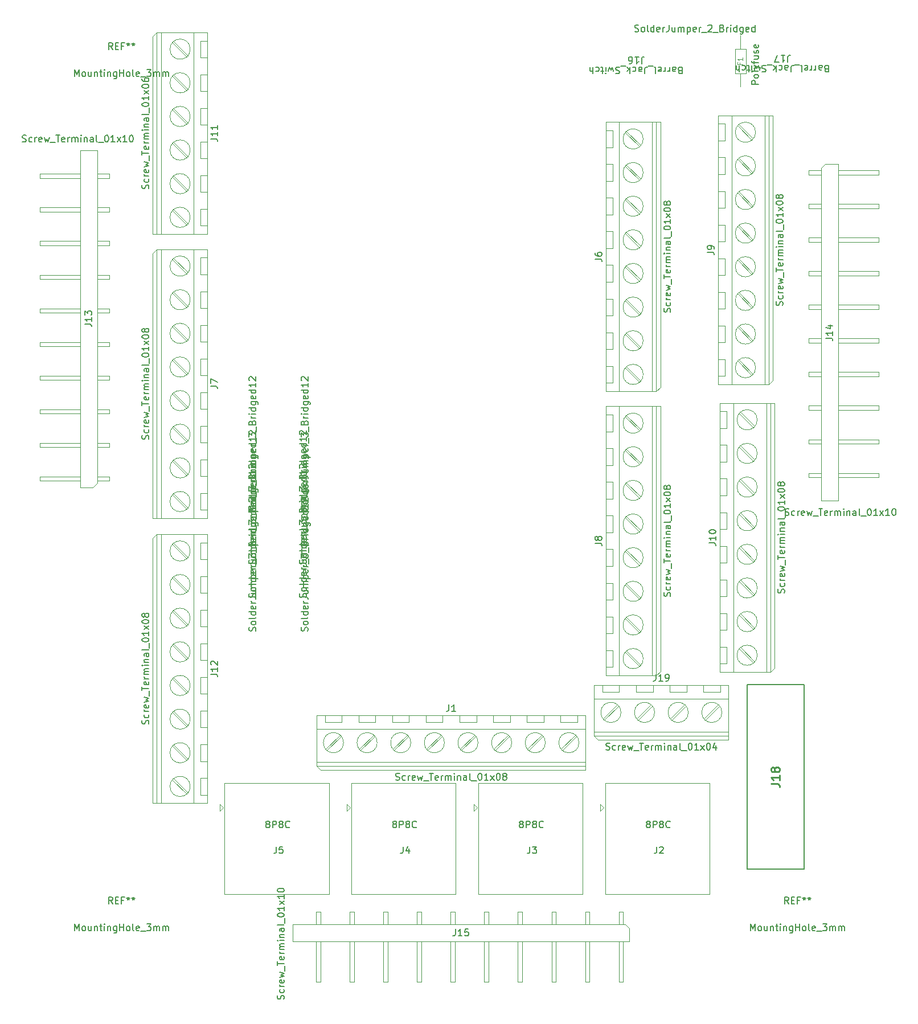
<source format=gbr>
%TF.GenerationSoftware,KiCad,Pcbnew,(6.0.7)*%
%TF.CreationDate,2022-10-05T08:11:46-05:00*%
%TF.ProjectId,FinaleBanger,46696e61-6c65-4426-916e-6765722e6b69,rev?*%
%TF.SameCoordinates,Original*%
%TF.FileFunction,AssemblyDrawing,Top*%
%FSLAX46Y46*%
G04 Gerber Fmt 4.6, Leading zero omitted, Abs format (unit mm)*
G04 Created by KiCad (PCBNEW (6.0.7)) date 2022-10-05 08:11:46*
%MOMM*%
%LPD*%
G01*
G04 APERTURE LIST*
%ADD10C,0.150000*%
%ADD11C,0.254000*%
%ADD12C,0.108000*%
%ADD13C,0.100000*%
%ADD14C,0.120000*%
%ADD15C,0.200000*%
G04 APERTURE END LIST*
D10*
%TO.C,J1*%
X143261904Y-134514761D02*
X143404761Y-134562380D01*
X143642857Y-134562380D01*
X143738095Y-134514761D01*
X143785714Y-134467142D01*
X143833333Y-134371904D01*
X143833333Y-134276666D01*
X143785714Y-134181428D01*
X143738095Y-134133809D01*
X143642857Y-134086190D01*
X143452380Y-134038571D01*
X143357142Y-133990952D01*
X143309523Y-133943333D01*
X143261904Y-133848095D01*
X143261904Y-133752857D01*
X143309523Y-133657619D01*
X143357142Y-133610000D01*
X143452380Y-133562380D01*
X143690476Y-133562380D01*
X143833333Y-133610000D01*
X144690476Y-134514761D02*
X144595238Y-134562380D01*
X144404761Y-134562380D01*
X144309523Y-134514761D01*
X144261904Y-134467142D01*
X144214285Y-134371904D01*
X144214285Y-134086190D01*
X144261904Y-133990952D01*
X144309523Y-133943333D01*
X144404761Y-133895714D01*
X144595238Y-133895714D01*
X144690476Y-133943333D01*
X145119047Y-134562380D02*
X145119047Y-133895714D01*
X145119047Y-134086190D02*
X145166666Y-133990952D01*
X145214285Y-133943333D01*
X145309523Y-133895714D01*
X145404761Y-133895714D01*
X146119047Y-134514761D02*
X146023809Y-134562380D01*
X145833333Y-134562380D01*
X145738095Y-134514761D01*
X145690476Y-134419523D01*
X145690476Y-134038571D01*
X145738095Y-133943333D01*
X145833333Y-133895714D01*
X146023809Y-133895714D01*
X146119047Y-133943333D01*
X146166666Y-134038571D01*
X146166666Y-134133809D01*
X145690476Y-134229047D01*
X146500000Y-133895714D02*
X146690476Y-134562380D01*
X146880952Y-134086190D01*
X147071428Y-134562380D01*
X147261904Y-133895714D01*
X147404761Y-134657619D02*
X148166666Y-134657619D01*
X148261904Y-133562380D02*
X148833333Y-133562380D01*
X148547619Y-134562380D02*
X148547619Y-133562380D01*
X149547619Y-134514761D02*
X149452380Y-134562380D01*
X149261904Y-134562380D01*
X149166666Y-134514761D01*
X149119047Y-134419523D01*
X149119047Y-134038571D01*
X149166666Y-133943333D01*
X149261904Y-133895714D01*
X149452380Y-133895714D01*
X149547619Y-133943333D01*
X149595238Y-134038571D01*
X149595238Y-134133809D01*
X149119047Y-134229047D01*
X150023809Y-134562380D02*
X150023809Y-133895714D01*
X150023809Y-134086190D02*
X150071428Y-133990952D01*
X150119047Y-133943333D01*
X150214285Y-133895714D01*
X150309523Y-133895714D01*
X150642857Y-134562380D02*
X150642857Y-133895714D01*
X150642857Y-133990952D02*
X150690476Y-133943333D01*
X150785714Y-133895714D01*
X150928571Y-133895714D01*
X151023809Y-133943333D01*
X151071428Y-134038571D01*
X151071428Y-134562380D01*
X151071428Y-134038571D02*
X151119047Y-133943333D01*
X151214285Y-133895714D01*
X151357142Y-133895714D01*
X151452380Y-133943333D01*
X151500000Y-134038571D01*
X151500000Y-134562380D01*
X151976190Y-134562380D02*
X151976190Y-133895714D01*
X151976190Y-133562380D02*
X151928571Y-133610000D01*
X151976190Y-133657619D01*
X152023809Y-133610000D01*
X151976190Y-133562380D01*
X151976190Y-133657619D01*
X152452380Y-133895714D02*
X152452380Y-134562380D01*
X152452380Y-133990952D02*
X152500000Y-133943333D01*
X152595238Y-133895714D01*
X152738095Y-133895714D01*
X152833333Y-133943333D01*
X152880952Y-134038571D01*
X152880952Y-134562380D01*
X153785714Y-134562380D02*
X153785714Y-134038571D01*
X153738095Y-133943333D01*
X153642857Y-133895714D01*
X153452380Y-133895714D01*
X153357142Y-133943333D01*
X153785714Y-134514761D02*
X153690476Y-134562380D01*
X153452380Y-134562380D01*
X153357142Y-134514761D01*
X153309523Y-134419523D01*
X153309523Y-134324285D01*
X153357142Y-134229047D01*
X153452380Y-134181428D01*
X153690476Y-134181428D01*
X153785714Y-134133809D01*
X154404761Y-134562380D02*
X154309523Y-134514761D01*
X154261904Y-134419523D01*
X154261904Y-133562380D01*
X154547619Y-134657619D02*
X155309523Y-134657619D01*
X155738095Y-133562380D02*
X155833333Y-133562380D01*
X155928571Y-133610000D01*
X155976190Y-133657619D01*
X156023809Y-133752857D01*
X156071428Y-133943333D01*
X156071428Y-134181428D01*
X156023809Y-134371904D01*
X155976190Y-134467142D01*
X155928571Y-134514761D01*
X155833333Y-134562380D01*
X155738095Y-134562380D01*
X155642857Y-134514761D01*
X155595238Y-134467142D01*
X155547619Y-134371904D01*
X155500000Y-134181428D01*
X155500000Y-133943333D01*
X155547619Y-133752857D01*
X155595238Y-133657619D01*
X155642857Y-133610000D01*
X155738095Y-133562380D01*
X157023809Y-134562380D02*
X156452380Y-134562380D01*
X156738095Y-134562380D02*
X156738095Y-133562380D01*
X156642857Y-133705238D01*
X156547619Y-133800476D01*
X156452380Y-133848095D01*
X157357142Y-134562380D02*
X157880952Y-133895714D01*
X157357142Y-133895714D02*
X157880952Y-134562380D01*
X158452380Y-133562380D02*
X158547619Y-133562380D01*
X158642857Y-133610000D01*
X158690476Y-133657619D01*
X158738095Y-133752857D01*
X158785714Y-133943333D01*
X158785714Y-134181428D01*
X158738095Y-134371904D01*
X158690476Y-134467142D01*
X158642857Y-134514761D01*
X158547619Y-134562380D01*
X158452380Y-134562380D01*
X158357142Y-134514761D01*
X158309523Y-134467142D01*
X158261904Y-134371904D01*
X158214285Y-134181428D01*
X158214285Y-133943333D01*
X158261904Y-133752857D01*
X158309523Y-133657619D01*
X158357142Y-133610000D01*
X158452380Y-133562380D01*
X159357142Y-133990952D02*
X159261904Y-133943333D01*
X159214285Y-133895714D01*
X159166666Y-133800476D01*
X159166666Y-133752857D01*
X159214285Y-133657619D01*
X159261904Y-133610000D01*
X159357142Y-133562380D01*
X159547619Y-133562380D01*
X159642857Y-133610000D01*
X159690476Y-133657619D01*
X159738095Y-133752857D01*
X159738095Y-133800476D01*
X159690476Y-133895714D01*
X159642857Y-133943333D01*
X159547619Y-133990952D01*
X159357142Y-133990952D01*
X159261904Y-134038571D01*
X159214285Y-134086190D01*
X159166666Y-134181428D01*
X159166666Y-134371904D01*
X159214285Y-134467142D01*
X159261904Y-134514761D01*
X159357142Y-134562380D01*
X159547619Y-134562380D01*
X159642857Y-134514761D01*
X159690476Y-134467142D01*
X159738095Y-134371904D01*
X159738095Y-134181428D01*
X159690476Y-134086190D01*
X159642857Y-134038571D01*
X159547619Y-133990952D01*
X151166666Y-123342380D02*
X151166666Y-124056666D01*
X151119047Y-124199523D01*
X151023809Y-124294761D01*
X150880952Y-124342380D01*
X150785714Y-124342380D01*
X152166666Y-124342380D02*
X151595238Y-124342380D01*
X151880952Y-124342380D02*
X151880952Y-123342380D01*
X151785714Y-123485238D01*
X151690476Y-123580476D01*
X151595238Y-123628095D01*
%TO.C,J9*%
X200764761Y-63988095D02*
X200812380Y-63845238D01*
X200812380Y-63607142D01*
X200764761Y-63511904D01*
X200717142Y-63464285D01*
X200621904Y-63416666D01*
X200526666Y-63416666D01*
X200431428Y-63464285D01*
X200383809Y-63511904D01*
X200336190Y-63607142D01*
X200288571Y-63797619D01*
X200240952Y-63892857D01*
X200193333Y-63940476D01*
X200098095Y-63988095D01*
X200002857Y-63988095D01*
X199907619Y-63940476D01*
X199860000Y-63892857D01*
X199812380Y-63797619D01*
X199812380Y-63559523D01*
X199860000Y-63416666D01*
X200764761Y-62559523D02*
X200812380Y-62654761D01*
X200812380Y-62845238D01*
X200764761Y-62940476D01*
X200717142Y-62988095D01*
X200621904Y-63035714D01*
X200336190Y-63035714D01*
X200240952Y-62988095D01*
X200193333Y-62940476D01*
X200145714Y-62845238D01*
X200145714Y-62654761D01*
X200193333Y-62559523D01*
X200812380Y-62130952D02*
X200145714Y-62130952D01*
X200336190Y-62130952D02*
X200240952Y-62083333D01*
X200193333Y-62035714D01*
X200145714Y-61940476D01*
X200145714Y-61845238D01*
X200764761Y-61130952D02*
X200812380Y-61226190D01*
X200812380Y-61416666D01*
X200764761Y-61511904D01*
X200669523Y-61559523D01*
X200288571Y-61559523D01*
X200193333Y-61511904D01*
X200145714Y-61416666D01*
X200145714Y-61226190D01*
X200193333Y-61130952D01*
X200288571Y-61083333D01*
X200383809Y-61083333D01*
X200479047Y-61559523D01*
X200145714Y-60750000D02*
X200812380Y-60559523D01*
X200336190Y-60369047D01*
X200812380Y-60178571D01*
X200145714Y-59988095D01*
X200907619Y-59845238D02*
X200907619Y-59083333D01*
X199812380Y-58988095D02*
X199812380Y-58416666D01*
X200812380Y-58702380D02*
X199812380Y-58702380D01*
X200764761Y-57702380D02*
X200812380Y-57797619D01*
X200812380Y-57988095D01*
X200764761Y-58083333D01*
X200669523Y-58130952D01*
X200288571Y-58130952D01*
X200193333Y-58083333D01*
X200145714Y-57988095D01*
X200145714Y-57797619D01*
X200193333Y-57702380D01*
X200288571Y-57654761D01*
X200383809Y-57654761D01*
X200479047Y-58130952D01*
X200812380Y-57226190D02*
X200145714Y-57226190D01*
X200336190Y-57226190D02*
X200240952Y-57178571D01*
X200193333Y-57130952D01*
X200145714Y-57035714D01*
X200145714Y-56940476D01*
X200812380Y-56607142D02*
X200145714Y-56607142D01*
X200240952Y-56607142D02*
X200193333Y-56559523D01*
X200145714Y-56464285D01*
X200145714Y-56321428D01*
X200193333Y-56226190D01*
X200288571Y-56178571D01*
X200812380Y-56178571D01*
X200288571Y-56178571D02*
X200193333Y-56130952D01*
X200145714Y-56035714D01*
X200145714Y-55892857D01*
X200193333Y-55797619D01*
X200288571Y-55750000D01*
X200812380Y-55750000D01*
X200812380Y-55273809D02*
X200145714Y-55273809D01*
X199812380Y-55273809D02*
X199860000Y-55321428D01*
X199907619Y-55273809D01*
X199860000Y-55226190D01*
X199812380Y-55273809D01*
X199907619Y-55273809D01*
X200145714Y-54797619D02*
X200812380Y-54797619D01*
X200240952Y-54797619D02*
X200193333Y-54750000D01*
X200145714Y-54654761D01*
X200145714Y-54511904D01*
X200193333Y-54416666D01*
X200288571Y-54369047D01*
X200812380Y-54369047D01*
X200812380Y-53464285D02*
X200288571Y-53464285D01*
X200193333Y-53511904D01*
X200145714Y-53607142D01*
X200145714Y-53797619D01*
X200193333Y-53892857D01*
X200764761Y-53464285D02*
X200812380Y-53559523D01*
X200812380Y-53797619D01*
X200764761Y-53892857D01*
X200669523Y-53940476D01*
X200574285Y-53940476D01*
X200479047Y-53892857D01*
X200431428Y-53797619D01*
X200431428Y-53559523D01*
X200383809Y-53464285D01*
X200812380Y-52845238D02*
X200764761Y-52940476D01*
X200669523Y-52988095D01*
X199812380Y-52988095D01*
X200907619Y-52702380D02*
X200907619Y-51940476D01*
X199812380Y-51511904D02*
X199812380Y-51416666D01*
X199860000Y-51321428D01*
X199907619Y-51273809D01*
X200002857Y-51226190D01*
X200193333Y-51178571D01*
X200431428Y-51178571D01*
X200621904Y-51226190D01*
X200717142Y-51273809D01*
X200764761Y-51321428D01*
X200812380Y-51416666D01*
X200812380Y-51511904D01*
X200764761Y-51607142D01*
X200717142Y-51654761D01*
X200621904Y-51702380D01*
X200431428Y-51750000D01*
X200193333Y-51750000D01*
X200002857Y-51702380D01*
X199907619Y-51654761D01*
X199860000Y-51607142D01*
X199812380Y-51511904D01*
X200812380Y-50226190D02*
X200812380Y-50797619D01*
X200812380Y-50511904D02*
X199812380Y-50511904D01*
X199955238Y-50607142D01*
X200050476Y-50702380D01*
X200098095Y-50797619D01*
X200812380Y-49892857D02*
X200145714Y-49369047D01*
X200145714Y-49892857D02*
X200812380Y-49369047D01*
X199812380Y-48797619D02*
X199812380Y-48702380D01*
X199860000Y-48607142D01*
X199907619Y-48559523D01*
X200002857Y-48511904D01*
X200193333Y-48464285D01*
X200431428Y-48464285D01*
X200621904Y-48511904D01*
X200717142Y-48559523D01*
X200764761Y-48607142D01*
X200812380Y-48702380D01*
X200812380Y-48797619D01*
X200764761Y-48892857D01*
X200717142Y-48940476D01*
X200621904Y-48988095D01*
X200431428Y-49035714D01*
X200193333Y-49035714D01*
X200002857Y-48988095D01*
X199907619Y-48940476D01*
X199860000Y-48892857D01*
X199812380Y-48797619D01*
X200240952Y-47892857D02*
X200193333Y-47988095D01*
X200145714Y-48035714D01*
X200050476Y-48083333D01*
X200002857Y-48083333D01*
X199907619Y-48035714D01*
X199860000Y-47988095D01*
X199812380Y-47892857D01*
X199812380Y-47702380D01*
X199860000Y-47607142D01*
X199907619Y-47559523D01*
X200002857Y-47511904D01*
X200050476Y-47511904D01*
X200145714Y-47559523D01*
X200193333Y-47607142D01*
X200240952Y-47702380D01*
X200240952Y-47892857D01*
X200288571Y-47988095D01*
X200336190Y-48035714D01*
X200431428Y-48083333D01*
X200621904Y-48083333D01*
X200717142Y-48035714D01*
X200764761Y-47988095D01*
X200812380Y-47892857D01*
X200812380Y-47702380D01*
X200764761Y-47607142D01*
X200717142Y-47559523D01*
X200621904Y-47511904D01*
X200431428Y-47511904D01*
X200336190Y-47559523D01*
X200288571Y-47607142D01*
X200240952Y-47702380D01*
X189592380Y-56083333D02*
X190306666Y-56083333D01*
X190449523Y-56130952D01*
X190544761Y-56226190D01*
X190592380Y-56369047D01*
X190592380Y-56464285D01*
X190592380Y-55559523D02*
X190592380Y-55369047D01*
X190544761Y-55273809D01*
X190497142Y-55226190D01*
X190354285Y-55130952D01*
X190163809Y-55083333D01*
X189782857Y-55083333D01*
X189687619Y-55130952D01*
X189640000Y-55178571D01*
X189592380Y-55273809D01*
X189592380Y-55464285D01*
X189640000Y-55559523D01*
X189687619Y-55607142D01*
X189782857Y-55654761D01*
X190020952Y-55654761D01*
X190116190Y-55607142D01*
X190163809Y-55559523D01*
X190211428Y-55464285D01*
X190211428Y-55273809D01*
X190163809Y-55178571D01*
X190116190Y-55130952D01*
X190020952Y-55083333D01*
%TO.C,JP3*%
X129904761Y-102404761D02*
X129952380Y-102261904D01*
X129952380Y-102023809D01*
X129904761Y-101928571D01*
X129857142Y-101880952D01*
X129761904Y-101833333D01*
X129666666Y-101833333D01*
X129571428Y-101880952D01*
X129523809Y-101928571D01*
X129476190Y-102023809D01*
X129428571Y-102214285D01*
X129380952Y-102309523D01*
X129333333Y-102357142D01*
X129238095Y-102404761D01*
X129142857Y-102404761D01*
X129047619Y-102357142D01*
X129000000Y-102309523D01*
X128952380Y-102214285D01*
X128952380Y-101976190D01*
X129000000Y-101833333D01*
X129952380Y-101261904D02*
X129904761Y-101357142D01*
X129857142Y-101404761D01*
X129761904Y-101452380D01*
X129476190Y-101452380D01*
X129380952Y-101404761D01*
X129333333Y-101357142D01*
X129285714Y-101261904D01*
X129285714Y-101119047D01*
X129333333Y-101023809D01*
X129380952Y-100976190D01*
X129476190Y-100928571D01*
X129761904Y-100928571D01*
X129857142Y-100976190D01*
X129904761Y-101023809D01*
X129952380Y-101119047D01*
X129952380Y-101261904D01*
X129952380Y-100357142D02*
X129904761Y-100452380D01*
X129809523Y-100500000D01*
X128952380Y-100500000D01*
X129952380Y-99547619D02*
X128952380Y-99547619D01*
X129904761Y-99547619D02*
X129952380Y-99642857D01*
X129952380Y-99833333D01*
X129904761Y-99928571D01*
X129857142Y-99976190D01*
X129761904Y-100023809D01*
X129476190Y-100023809D01*
X129380952Y-99976190D01*
X129333333Y-99928571D01*
X129285714Y-99833333D01*
X129285714Y-99642857D01*
X129333333Y-99547619D01*
X129904761Y-98690476D02*
X129952380Y-98785714D01*
X129952380Y-98976190D01*
X129904761Y-99071428D01*
X129809523Y-99119047D01*
X129428571Y-99119047D01*
X129333333Y-99071428D01*
X129285714Y-98976190D01*
X129285714Y-98785714D01*
X129333333Y-98690476D01*
X129428571Y-98642857D01*
X129523809Y-98642857D01*
X129619047Y-99119047D01*
X129952380Y-98214285D02*
X129285714Y-98214285D01*
X129476190Y-98214285D02*
X129380952Y-98166666D01*
X129333333Y-98119047D01*
X129285714Y-98023809D01*
X129285714Y-97928571D01*
X128952380Y-97309523D02*
X129666666Y-97309523D01*
X129809523Y-97357142D01*
X129904761Y-97452380D01*
X129952380Y-97595238D01*
X129952380Y-97690476D01*
X129285714Y-96404761D02*
X129952380Y-96404761D01*
X129285714Y-96833333D02*
X129809523Y-96833333D01*
X129904761Y-96785714D01*
X129952380Y-96690476D01*
X129952380Y-96547619D01*
X129904761Y-96452380D01*
X129857142Y-96404761D01*
X129952380Y-95928571D02*
X129285714Y-95928571D01*
X129380952Y-95928571D02*
X129333333Y-95880952D01*
X129285714Y-95785714D01*
X129285714Y-95642857D01*
X129333333Y-95547619D01*
X129428571Y-95500000D01*
X129952380Y-95500000D01*
X129428571Y-95500000D02*
X129333333Y-95452380D01*
X129285714Y-95357142D01*
X129285714Y-95214285D01*
X129333333Y-95119047D01*
X129428571Y-95071428D01*
X129952380Y-95071428D01*
X129285714Y-94595238D02*
X130285714Y-94595238D01*
X129333333Y-94595238D02*
X129285714Y-94500000D01*
X129285714Y-94309523D01*
X129333333Y-94214285D01*
X129380952Y-94166666D01*
X129476190Y-94119047D01*
X129761904Y-94119047D01*
X129857142Y-94166666D01*
X129904761Y-94214285D01*
X129952380Y-94309523D01*
X129952380Y-94500000D01*
X129904761Y-94595238D01*
X129904761Y-93309523D02*
X129952380Y-93404761D01*
X129952380Y-93595238D01*
X129904761Y-93690476D01*
X129809523Y-93738095D01*
X129428571Y-93738095D01*
X129333333Y-93690476D01*
X129285714Y-93595238D01*
X129285714Y-93404761D01*
X129333333Y-93309523D01*
X129428571Y-93261904D01*
X129523809Y-93261904D01*
X129619047Y-93738095D01*
X129952380Y-92833333D02*
X129285714Y-92833333D01*
X129476190Y-92833333D02*
X129380952Y-92785714D01*
X129333333Y-92738095D01*
X129285714Y-92642857D01*
X129285714Y-92547619D01*
X130047619Y-92452380D02*
X130047619Y-91690476D01*
X128952380Y-91547619D02*
X128952380Y-90928571D01*
X129333333Y-91261904D01*
X129333333Y-91119047D01*
X129380952Y-91023809D01*
X129428571Y-90976190D01*
X129523809Y-90928571D01*
X129761904Y-90928571D01*
X129857142Y-90976190D01*
X129904761Y-91023809D01*
X129952380Y-91119047D01*
X129952380Y-91404761D01*
X129904761Y-91500000D01*
X129857142Y-91547619D01*
X130047619Y-90738095D02*
X130047619Y-89976190D01*
X129428571Y-89404761D02*
X129476190Y-89261904D01*
X129523809Y-89214285D01*
X129619047Y-89166666D01*
X129761904Y-89166666D01*
X129857142Y-89214285D01*
X129904761Y-89261904D01*
X129952380Y-89357142D01*
X129952380Y-89738095D01*
X128952380Y-89738095D01*
X128952380Y-89404761D01*
X129000000Y-89309523D01*
X129047619Y-89261904D01*
X129142857Y-89214285D01*
X129238095Y-89214285D01*
X129333333Y-89261904D01*
X129380952Y-89309523D01*
X129428571Y-89404761D01*
X129428571Y-89738095D01*
X129952380Y-88738095D02*
X129285714Y-88738095D01*
X129476190Y-88738095D02*
X129380952Y-88690476D01*
X129333333Y-88642857D01*
X129285714Y-88547619D01*
X129285714Y-88452380D01*
X129952380Y-88119047D02*
X129285714Y-88119047D01*
X128952380Y-88119047D02*
X129000000Y-88166666D01*
X129047619Y-88119047D01*
X129000000Y-88071428D01*
X128952380Y-88119047D01*
X129047619Y-88119047D01*
X129952380Y-87214285D02*
X128952380Y-87214285D01*
X129904761Y-87214285D02*
X129952380Y-87309523D01*
X129952380Y-87500000D01*
X129904761Y-87595238D01*
X129857142Y-87642857D01*
X129761904Y-87690476D01*
X129476190Y-87690476D01*
X129380952Y-87642857D01*
X129333333Y-87595238D01*
X129285714Y-87500000D01*
X129285714Y-87309523D01*
X129333333Y-87214285D01*
X129285714Y-86309523D02*
X130095238Y-86309523D01*
X130190476Y-86357142D01*
X130238095Y-86404761D01*
X130285714Y-86500000D01*
X130285714Y-86642857D01*
X130238095Y-86738095D01*
X129904761Y-86309523D02*
X129952380Y-86404761D01*
X129952380Y-86595238D01*
X129904761Y-86690476D01*
X129857142Y-86738095D01*
X129761904Y-86785714D01*
X129476190Y-86785714D01*
X129380952Y-86738095D01*
X129333333Y-86690476D01*
X129285714Y-86595238D01*
X129285714Y-86404761D01*
X129333333Y-86309523D01*
X129904761Y-85452380D02*
X129952380Y-85547619D01*
X129952380Y-85738095D01*
X129904761Y-85833333D01*
X129809523Y-85880952D01*
X129428571Y-85880952D01*
X129333333Y-85833333D01*
X129285714Y-85738095D01*
X129285714Y-85547619D01*
X129333333Y-85452380D01*
X129428571Y-85404761D01*
X129523809Y-85404761D01*
X129619047Y-85880952D01*
X129952380Y-84547619D02*
X128952380Y-84547619D01*
X129904761Y-84547619D02*
X129952380Y-84642857D01*
X129952380Y-84833333D01*
X129904761Y-84928571D01*
X129857142Y-84976190D01*
X129761904Y-85023809D01*
X129476190Y-85023809D01*
X129380952Y-84976190D01*
X129333333Y-84928571D01*
X129285714Y-84833333D01*
X129285714Y-84642857D01*
X129333333Y-84547619D01*
X129952380Y-83547619D02*
X129952380Y-84119047D01*
X129952380Y-83833333D02*
X128952380Y-83833333D01*
X129095238Y-83928571D01*
X129190476Y-84023809D01*
X129238095Y-84119047D01*
X129047619Y-83166666D02*
X129000000Y-83119047D01*
X128952380Y-83023809D01*
X128952380Y-82785714D01*
X129000000Y-82690476D01*
X129047619Y-82642857D01*
X129142857Y-82595238D01*
X129238095Y-82595238D01*
X129380952Y-82642857D01*
X129952380Y-83214285D01*
X129952380Y-82595238D01*
%TO.C,J14*%
X201146904Y-95169761D02*
X201289761Y-95217380D01*
X201527857Y-95217380D01*
X201623095Y-95169761D01*
X201670714Y-95122142D01*
X201718333Y-95026904D01*
X201718333Y-94931666D01*
X201670714Y-94836428D01*
X201623095Y-94788809D01*
X201527857Y-94741190D01*
X201337380Y-94693571D01*
X201242142Y-94645952D01*
X201194523Y-94598333D01*
X201146904Y-94503095D01*
X201146904Y-94407857D01*
X201194523Y-94312619D01*
X201242142Y-94265000D01*
X201337380Y-94217380D01*
X201575476Y-94217380D01*
X201718333Y-94265000D01*
X202575476Y-95169761D02*
X202480238Y-95217380D01*
X202289761Y-95217380D01*
X202194523Y-95169761D01*
X202146904Y-95122142D01*
X202099285Y-95026904D01*
X202099285Y-94741190D01*
X202146904Y-94645952D01*
X202194523Y-94598333D01*
X202289761Y-94550714D01*
X202480238Y-94550714D01*
X202575476Y-94598333D01*
X203004047Y-95217380D02*
X203004047Y-94550714D01*
X203004047Y-94741190D02*
X203051666Y-94645952D01*
X203099285Y-94598333D01*
X203194523Y-94550714D01*
X203289761Y-94550714D01*
X204004047Y-95169761D02*
X203908809Y-95217380D01*
X203718333Y-95217380D01*
X203623095Y-95169761D01*
X203575476Y-95074523D01*
X203575476Y-94693571D01*
X203623095Y-94598333D01*
X203718333Y-94550714D01*
X203908809Y-94550714D01*
X204004047Y-94598333D01*
X204051666Y-94693571D01*
X204051666Y-94788809D01*
X203575476Y-94884047D01*
X204385000Y-94550714D02*
X204575476Y-95217380D01*
X204765952Y-94741190D01*
X204956428Y-95217380D01*
X205146904Y-94550714D01*
X205289761Y-95312619D02*
X206051666Y-95312619D01*
X206146904Y-94217380D02*
X206718333Y-94217380D01*
X206432619Y-95217380D02*
X206432619Y-94217380D01*
X207432619Y-95169761D02*
X207337380Y-95217380D01*
X207146904Y-95217380D01*
X207051666Y-95169761D01*
X207004047Y-95074523D01*
X207004047Y-94693571D01*
X207051666Y-94598333D01*
X207146904Y-94550714D01*
X207337380Y-94550714D01*
X207432619Y-94598333D01*
X207480238Y-94693571D01*
X207480238Y-94788809D01*
X207004047Y-94884047D01*
X207908809Y-95217380D02*
X207908809Y-94550714D01*
X207908809Y-94741190D02*
X207956428Y-94645952D01*
X208004047Y-94598333D01*
X208099285Y-94550714D01*
X208194523Y-94550714D01*
X208527857Y-95217380D02*
X208527857Y-94550714D01*
X208527857Y-94645952D02*
X208575476Y-94598333D01*
X208670714Y-94550714D01*
X208813571Y-94550714D01*
X208908809Y-94598333D01*
X208956428Y-94693571D01*
X208956428Y-95217380D01*
X208956428Y-94693571D02*
X209004047Y-94598333D01*
X209099285Y-94550714D01*
X209242142Y-94550714D01*
X209337380Y-94598333D01*
X209385000Y-94693571D01*
X209385000Y-95217380D01*
X209861190Y-95217380D02*
X209861190Y-94550714D01*
X209861190Y-94217380D02*
X209813571Y-94265000D01*
X209861190Y-94312619D01*
X209908809Y-94265000D01*
X209861190Y-94217380D01*
X209861190Y-94312619D01*
X210337380Y-94550714D02*
X210337380Y-95217380D01*
X210337380Y-94645952D02*
X210385000Y-94598333D01*
X210480238Y-94550714D01*
X210623095Y-94550714D01*
X210718333Y-94598333D01*
X210765952Y-94693571D01*
X210765952Y-95217380D01*
X211670714Y-95217380D02*
X211670714Y-94693571D01*
X211623095Y-94598333D01*
X211527857Y-94550714D01*
X211337380Y-94550714D01*
X211242142Y-94598333D01*
X211670714Y-95169761D02*
X211575476Y-95217380D01*
X211337380Y-95217380D01*
X211242142Y-95169761D01*
X211194523Y-95074523D01*
X211194523Y-94979285D01*
X211242142Y-94884047D01*
X211337380Y-94836428D01*
X211575476Y-94836428D01*
X211670714Y-94788809D01*
X212289761Y-95217380D02*
X212194523Y-95169761D01*
X212146904Y-95074523D01*
X212146904Y-94217380D01*
X212432619Y-95312619D02*
X213194523Y-95312619D01*
X213623095Y-94217380D02*
X213718333Y-94217380D01*
X213813571Y-94265000D01*
X213861190Y-94312619D01*
X213908809Y-94407857D01*
X213956428Y-94598333D01*
X213956428Y-94836428D01*
X213908809Y-95026904D01*
X213861190Y-95122142D01*
X213813571Y-95169761D01*
X213718333Y-95217380D01*
X213623095Y-95217380D01*
X213527857Y-95169761D01*
X213480238Y-95122142D01*
X213432619Y-95026904D01*
X213385000Y-94836428D01*
X213385000Y-94598333D01*
X213432619Y-94407857D01*
X213480238Y-94312619D01*
X213527857Y-94265000D01*
X213623095Y-94217380D01*
X214908809Y-95217380D02*
X214337380Y-95217380D01*
X214623095Y-95217380D02*
X214623095Y-94217380D01*
X214527857Y-94360238D01*
X214432619Y-94455476D01*
X214337380Y-94503095D01*
X215242142Y-95217380D02*
X215765952Y-94550714D01*
X215242142Y-94550714D02*
X215765952Y-95217380D01*
X216670714Y-95217380D02*
X216099285Y-95217380D01*
X216385000Y-95217380D02*
X216385000Y-94217380D01*
X216289761Y-94360238D01*
X216194523Y-94455476D01*
X216099285Y-94503095D01*
X217289761Y-94217380D02*
X217385000Y-94217380D01*
X217480238Y-94265000D01*
X217527857Y-94312619D01*
X217575476Y-94407857D01*
X217623095Y-94598333D01*
X217623095Y-94836428D01*
X217575476Y-95026904D01*
X217527857Y-95122142D01*
X217480238Y-95169761D01*
X217385000Y-95217380D01*
X217289761Y-95217380D01*
X217194523Y-95169761D01*
X217146904Y-95122142D01*
X217099285Y-95026904D01*
X217051666Y-94836428D01*
X217051666Y-94598333D01*
X217099285Y-94407857D01*
X217146904Y-94312619D01*
X217194523Y-94265000D01*
X217289761Y-94217380D01*
X207222380Y-68854523D02*
X207936666Y-68854523D01*
X208079523Y-68902142D01*
X208174761Y-68997380D01*
X208222380Y-69140238D01*
X208222380Y-69235476D01*
X208222380Y-67854523D02*
X208222380Y-68425952D01*
X208222380Y-68140238D02*
X207222380Y-68140238D01*
X207365238Y-68235476D01*
X207460476Y-68330714D01*
X207508095Y-68425952D01*
X207555714Y-66997380D02*
X208222380Y-66997380D01*
X207174761Y-67235476D02*
X207889047Y-67473571D01*
X207889047Y-66854523D01*
%TO.C,JP5*%
X129904761Y-107404761D02*
X129952380Y-107261904D01*
X129952380Y-107023809D01*
X129904761Y-106928571D01*
X129857142Y-106880952D01*
X129761904Y-106833333D01*
X129666666Y-106833333D01*
X129571428Y-106880952D01*
X129523809Y-106928571D01*
X129476190Y-107023809D01*
X129428571Y-107214285D01*
X129380952Y-107309523D01*
X129333333Y-107357142D01*
X129238095Y-107404761D01*
X129142857Y-107404761D01*
X129047619Y-107357142D01*
X129000000Y-107309523D01*
X128952380Y-107214285D01*
X128952380Y-106976190D01*
X129000000Y-106833333D01*
X129952380Y-106261904D02*
X129904761Y-106357142D01*
X129857142Y-106404761D01*
X129761904Y-106452380D01*
X129476190Y-106452380D01*
X129380952Y-106404761D01*
X129333333Y-106357142D01*
X129285714Y-106261904D01*
X129285714Y-106119047D01*
X129333333Y-106023809D01*
X129380952Y-105976190D01*
X129476190Y-105928571D01*
X129761904Y-105928571D01*
X129857142Y-105976190D01*
X129904761Y-106023809D01*
X129952380Y-106119047D01*
X129952380Y-106261904D01*
X129952380Y-105357142D02*
X129904761Y-105452380D01*
X129809523Y-105500000D01*
X128952380Y-105500000D01*
X129952380Y-104547619D02*
X128952380Y-104547619D01*
X129904761Y-104547619D02*
X129952380Y-104642857D01*
X129952380Y-104833333D01*
X129904761Y-104928571D01*
X129857142Y-104976190D01*
X129761904Y-105023809D01*
X129476190Y-105023809D01*
X129380952Y-104976190D01*
X129333333Y-104928571D01*
X129285714Y-104833333D01*
X129285714Y-104642857D01*
X129333333Y-104547619D01*
X129904761Y-103690476D02*
X129952380Y-103785714D01*
X129952380Y-103976190D01*
X129904761Y-104071428D01*
X129809523Y-104119047D01*
X129428571Y-104119047D01*
X129333333Y-104071428D01*
X129285714Y-103976190D01*
X129285714Y-103785714D01*
X129333333Y-103690476D01*
X129428571Y-103642857D01*
X129523809Y-103642857D01*
X129619047Y-104119047D01*
X129952380Y-103214285D02*
X129285714Y-103214285D01*
X129476190Y-103214285D02*
X129380952Y-103166666D01*
X129333333Y-103119047D01*
X129285714Y-103023809D01*
X129285714Y-102928571D01*
X128952380Y-102309523D02*
X129666666Y-102309523D01*
X129809523Y-102357142D01*
X129904761Y-102452380D01*
X129952380Y-102595238D01*
X129952380Y-102690476D01*
X129285714Y-101404761D02*
X129952380Y-101404761D01*
X129285714Y-101833333D02*
X129809523Y-101833333D01*
X129904761Y-101785714D01*
X129952380Y-101690476D01*
X129952380Y-101547619D01*
X129904761Y-101452380D01*
X129857142Y-101404761D01*
X129952380Y-100928571D02*
X129285714Y-100928571D01*
X129380952Y-100928571D02*
X129333333Y-100880952D01*
X129285714Y-100785714D01*
X129285714Y-100642857D01*
X129333333Y-100547619D01*
X129428571Y-100500000D01*
X129952380Y-100500000D01*
X129428571Y-100500000D02*
X129333333Y-100452380D01*
X129285714Y-100357142D01*
X129285714Y-100214285D01*
X129333333Y-100119047D01*
X129428571Y-100071428D01*
X129952380Y-100071428D01*
X129285714Y-99595238D02*
X130285714Y-99595238D01*
X129333333Y-99595238D02*
X129285714Y-99500000D01*
X129285714Y-99309523D01*
X129333333Y-99214285D01*
X129380952Y-99166666D01*
X129476190Y-99119047D01*
X129761904Y-99119047D01*
X129857142Y-99166666D01*
X129904761Y-99214285D01*
X129952380Y-99309523D01*
X129952380Y-99500000D01*
X129904761Y-99595238D01*
X129904761Y-98309523D02*
X129952380Y-98404761D01*
X129952380Y-98595238D01*
X129904761Y-98690476D01*
X129809523Y-98738095D01*
X129428571Y-98738095D01*
X129333333Y-98690476D01*
X129285714Y-98595238D01*
X129285714Y-98404761D01*
X129333333Y-98309523D01*
X129428571Y-98261904D01*
X129523809Y-98261904D01*
X129619047Y-98738095D01*
X129952380Y-97833333D02*
X129285714Y-97833333D01*
X129476190Y-97833333D02*
X129380952Y-97785714D01*
X129333333Y-97738095D01*
X129285714Y-97642857D01*
X129285714Y-97547619D01*
X130047619Y-97452380D02*
X130047619Y-96690476D01*
X128952380Y-96547619D02*
X128952380Y-95928571D01*
X129333333Y-96261904D01*
X129333333Y-96119047D01*
X129380952Y-96023809D01*
X129428571Y-95976190D01*
X129523809Y-95928571D01*
X129761904Y-95928571D01*
X129857142Y-95976190D01*
X129904761Y-96023809D01*
X129952380Y-96119047D01*
X129952380Y-96404761D01*
X129904761Y-96500000D01*
X129857142Y-96547619D01*
X130047619Y-95738095D02*
X130047619Y-94976190D01*
X129428571Y-94404761D02*
X129476190Y-94261904D01*
X129523809Y-94214285D01*
X129619047Y-94166666D01*
X129761904Y-94166666D01*
X129857142Y-94214285D01*
X129904761Y-94261904D01*
X129952380Y-94357142D01*
X129952380Y-94738095D01*
X128952380Y-94738095D01*
X128952380Y-94404761D01*
X129000000Y-94309523D01*
X129047619Y-94261904D01*
X129142857Y-94214285D01*
X129238095Y-94214285D01*
X129333333Y-94261904D01*
X129380952Y-94309523D01*
X129428571Y-94404761D01*
X129428571Y-94738095D01*
X129952380Y-93738095D02*
X129285714Y-93738095D01*
X129476190Y-93738095D02*
X129380952Y-93690476D01*
X129333333Y-93642857D01*
X129285714Y-93547619D01*
X129285714Y-93452380D01*
X129952380Y-93119047D02*
X129285714Y-93119047D01*
X128952380Y-93119047D02*
X129000000Y-93166666D01*
X129047619Y-93119047D01*
X129000000Y-93071428D01*
X128952380Y-93119047D01*
X129047619Y-93119047D01*
X129952380Y-92214285D02*
X128952380Y-92214285D01*
X129904761Y-92214285D02*
X129952380Y-92309523D01*
X129952380Y-92500000D01*
X129904761Y-92595238D01*
X129857142Y-92642857D01*
X129761904Y-92690476D01*
X129476190Y-92690476D01*
X129380952Y-92642857D01*
X129333333Y-92595238D01*
X129285714Y-92500000D01*
X129285714Y-92309523D01*
X129333333Y-92214285D01*
X129285714Y-91309523D02*
X130095238Y-91309523D01*
X130190476Y-91357142D01*
X130238095Y-91404761D01*
X130285714Y-91500000D01*
X130285714Y-91642857D01*
X130238095Y-91738095D01*
X129904761Y-91309523D02*
X129952380Y-91404761D01*
X129952380Y-91595238D01*
X129904761Y-91690476D01*
X129857142Y-91738095D01*
X129761904Y-91785714D01*
X129476190Y-91785714D01*
X129380952Y-91738095D01*
X129333333Y-91690476D01*
X129285714Y-91595238D01*
X129285714Y-91404761D01*
X129333333Y-91309523D01*
X129904761Y-90452380D02*
X129952380Y-90547619D01*
X129952380Y-90738095D01*
X129904761Y-90833333D01*
X129809523Y-90880952D01*
X129428571Y-90880952D01*
X129333333Y-90833333D01*
X129285714Y-90738095D01*
X129285714Y-90547619D01*
X129333333Y-90452380D01*
X129428571Y-90404761D01*
X129523809Y-90404761D01*
X129619047Y-90880952D01*
X129952380Y-89547619D02*
X128952380Y-89547619D01*
X129904761Y-89547619D02*
X129952380Y-89642857D01*
X129952380Y-89833333D01*
X129904761Y-89928571D01*
X129857142Y-89976190D01*
X129761904Y-90023809D01*
X129476190Y-90023809D01*
X129380952Y-89976190D01*
X129333333Y-89928571D01*
X129285714Y-89833333D01*
X129285714Y-89642857D01*
X129333333Y-89547619D01*
X129952380Y-88547619D02*
X129952380Y-89119047D01*
X129952380Y-88833333D02*
X128952380Y-88833333D01*
X129095238Y-88928571D01*
X129190476Y-89023809D01*
X129238095Y-89119047D01*
X129047619Y-88166666D02*
X129000000Y-88119047D01*
X128952380Y-88023809D01*
X128952380Y-87785714D01*
X129000000Y-87690476D01*
X129047619Y-87642857D01*
X129142857Y-87595238D01*
X129238095Y-87595238D01*
X129380952Y-87642857D01*
X129952380Y-88214285D01*
X129952380Y-87595238D01*
%TO.C,JP4*%
X122404761Y-102404761D02*
X122452380Y-102261904D01*
X122452380Y-102023809D01*
X122404761Y-101928571D01*
X122357142Y-101880952D01*
X122261904Y-101833333D01*
X122166666Y-101833333D01*
X122071428Y-101880952D01*
X122023809Y-101928571D01*
X121976190Y-102023809D01*
X121928571Y-102214285D01*
X121880952Y-102309523D01*
X121833333Y-102357142D01*
X121738095Y-102404761D01*
X121642857Y-102404761D01*
X121547619Y-102357142D01*
X121500000Y-102309523D01*
X121452380Y-102214285D01*
X121452380Y-101976190D01*
X121500000Y-101833333D01*
X122452380Y-101261904D02*
X122404761Y-101357142D01*
X122357142Y-101404761D01*
X122261904Y-101452380D01*
X121976190Y-101452380D01*
X121880952Y-101404761D01*
X121833333Y-101357142D01*
X121785714Y-101261904D01*
X121785714Y-101119047D01*
X121833333Y-101023809D01*
X121880952Y-100976190D01*
X121976190Y-100928571D01*
X122261904Y-100928571D01*
X122357142Y-100976190D01*
X122404761Y-101023809D01*
X122452380Y-101119047D01*
X122452380Y-101261904D01*
X122452380Y-100357142D02*
X122404761Y-100452380D01*
X122309523Y-100500000D01*
X121452380Y-100500000D01*
X122452380Y-99547619D02*
X121452380Y-99547619D01*
X122404761Y-99547619D02*
X122452380Y-99642857D01*
X122452380Y-99833333D01*
X122404761Y-99928571D01*
X122357142Y-99976190D01*
X122261904Y-100023809D01*
X121976190Y-100023809D01*
X121880952Y-99976190D01*
X121833333Y-99928571D01*
X121785714Y-99833333D01*
X121785714Y-99642857D01*
X121833333Y-99547619D01*
X122404761Y-98690476D02*
X122452380Y-98785714D01*
X122452380Y-98976190D01*
X122404761Y-99071428D01*
X122309523Y-99119047D01*
X121928571Y-99119047D01*
X121833333Y-99071428D01*
X121785714Y-98976190D01*
X121785714Y-98785714D01*
X121833333Y-98690476D01*
X121928571Y-98642857D01*
X122023809Y-98642857D01*
X122119047Y-99119047D01*
X122452380Y-98214285D02*
X121785714Y-98214285D01*
X121976190Y-98214285D02*
X121880952Y-98166666D01*
X121833333Y-98119047D01*
X121785714Y-98023809D01*
X121785714Y-97928571D01*
X121452380Y-97309523D02*
X122166666Y-97309523D01*
X122309523Y-97357142D01*
X122404761Y-97452380D01*
X122452380Y-97595238D01*
X122452380Y-97690476D01*
X121785714Y-96404761D02*
X122452380Y-96404761D01*
X121785714Y-96833333D02*
X122309523Y-96833333D01*
X122404761Y-96785714D01*
X122452380Y-96690476D01*
X122452380Y-96547619D01*
X122404761Y-96452380D01*
X122357142Y-96404761D01*
X122452380Y-95928571D02*
X121785714Y-95928571D01*
X121880952Y-95928571D02*
X121833333Y-95880952D01*
X121785714Y-95785714D01*
X121785714Y-95642857D01*
X121833333Y-95547619D01*
X121928571Y-95500000D01*
X122452380Y-95500000D01*
X121928571Y-95500000D02*
X121833333Y-95452380D01*
X121785714Y-95357142D01*
X121785714Y-95214285D01*
X121833333Y-95119047D01*
X121928571Y-95071428D01*
X122452380Y-95071428D01*
X121785714Y-94595238D02*
X122785714Y-94595238D01*
X121833333Y-94595238D02*
X121785714Y-94500000D01*
X121785714Y-94309523D01*
X121833333Y-94214285D01*
X121880952Y-94166666D01*
X121976190Y-94119047D01*
X122261904Y-94119047D01*
X122357142Y-94166666D01*
X122404761Y-94214285D01*
X122452380Y-94309523D01*
X122452380Y-94500000D01*
X122404761Y-94595238D01*
X122404761Y-93309523D02*
X122452380Y-93404761D01*
X122452380Y-93595238D01*
X122404761Y-93690476D01*
X122309523Y-93738095D01*
X121928571Y-93738095D01*
X121833333Y-93690476D01*
X121785714Y-93595238D01*
X121785714Y-93404761D01*
X121833333Y-93309523D01*
X121928571Y-93261904D01*
X122023809Y-93261904D01*
X122119047Y-93738095D01*
X122452380Y-92833333D02*
X121785714Y-92833333D01*
X121976190Y-92833333D02*
X121880952Y-92785714D01*
X121833333Y-92738095D01*
X121785714Y-92642857D01*
X121785714Y-92547619D01*
X122547619Y-92452380D02*
X122547619Y-91690476D01*
X121452380Y-91547619D02*
X121452380Y-90928571D01*
X121833333Y-91261904D01*
X121833333Y-91119047D01*
X121880952Y-91023809D01*
X121928571Y-90976190D01*
X122023809Y-90928571D01*
X122261904Y-90928571D01*
X122357142Y-90976190D01*
X122404761Y-91023809D01*
X122452380Y-91119047D01*
X122452380Y-91404761D01*
X122404761Y-91500000D01*
X122357142Y-91547619D01*
X122547619Y-90738095D02*
X122547619Y-89976190D01*
X121928571Y-89404761D02*
X121976190Y-89261904D01*
X122023809Y-89214285D01*
X122119047Y-89166666D01*
X122261904Y-89166666D01*
X122357142Y-89214285D01*
X122404761Y-89261904D01*
X122452380Y-89357142D01*
X122452380Y-89738095D01*
X121452380Y-89738095D01*
X121452380Y-89404761D01*
X121500000Y-89309523D01*
X121547619Y-89261904D01*
X121642857Y-89214285D01*
X121738095Y-89214285D01*
X121833333Y-89261904D01*
X121880952Y-89309523D01*
X121928571Y-89404761D01*
X121928571Y-89738095D01*
X122452380Y-88738095D02*
X121785714Y-88738095D01*
X121976190Y-88738095D02*
X121880952Y-88690476D01*
X121833333Y-88642857D01*
X121785714Y-88547619D01*
X121785714Y-88452380D01*
X122452380Y-88119047D02*
X121785714Y-88119047D01*
X121452380Y-88119047D02*
X121500000Y-88166666D01*
X121547619Y-88119047D01*
X121500000Y-88071428D01*
X121452380Y-88119047D01*
X121547619Y-88119047D01*
X122452380Y-87214285D02*
X121452380Y-87214285D01*
X122404761Y-87214285D02*
X122452380Y-87309523D01*
X122452380Y-87500000D01*
X122404761Y-87595238D01*
X122357142Y-87642857D01*
X122261904Y-87690476D01*
X121976190Y-87690476D01*
X121880952Y-87642857D01*
X121833333Y-87595238D01*
X121785714Y-87500000D01*
X121785714Y-87309523D01*
X121833333Y-87214285D01*
X121785714Y-86309523D02*
X122595238Y-86309523D01*
X122690476Y-86357142D01*
X122738095Y-86404761D01*
X122785714Y-86500000D01*
X122785714Y-86642857D01*
X122738095Y-86738095D01*
X122404761Y-86309523D02*
X122452380Y-86404761D01*
X122452380Y-86595238D01*
X122404761Y-86690476D01*
X122357142Y-86738095D01*
X122261904Y-86785714D01*
X121976190Y-86785714D01*
X121880952Y-86738095D01*
X121833333Y-86690476D01*
X121785714Y-86595238D01*
X121785714Y-86404761D01*
X121833333Y-86309523D01*
X122404761Y-85452380D02*
X122452380Y-85547619D01*
X122452380Y-85738095D01*
X122404761Y-85833333D01*
X122309523Y-85880952D01*
X121928571Y-85880952D01*
X121833333Y-85833333D01*
X121785714Y-85738095D01*
X121785714Y-85547619D01*
X121833333Y-85452380D01*
X121928571Y-85404761D01*
X122023809Y-85404761D01*
X122119047Y-85880952D01*
X122452380Y-84547619D02*
X121452380Y-84547619D01*
X122404761Y-84547619D02*
X122452380Y-84642857D01*
X122452380Y-84833333D01*
X122404761Y-84928571D01*
X122357142Y-84976190D01*
X122261904Y-85023809D01*
X121976190Y-85023809D01*
X121880952Y-84976190D01*
X121833333Y-84928571D01*
X121785714Y-84833333D01*
X121785714Y-84642857D01*
X121833333Y-84547619D01*
X122452380Y-83547619D02*
X122452380Y-84119047D01*
X122452380Y-83833333D02*
X121452380Y-83833333D01*
X121595238Y-83928571D01*
X121690476Y-84023809D01*
X121738095Y-84119047D01*
X121547619Y-83166666D02*
X121500000Y-83119047D01*
X121452380Y-83023809D01*
X121452380Y-82785714D01*
X121500000Y-82690476D01*
X121547619Y-82642857D01*
X121642857Y-82595238D01*
X121738095Y-82595238D01*
X121880952Y-82642857D01*
X122452380Y-83214285D01*
X122452380Y-82595238D01*
%TO.C,REF\u002A\u002A*%
X196023809Y-156952380D02*
X196023809Y-155952380D01*
X196357142Y-156666666D01*
X196690476Y-155952380D01*
X196690476Y-156952380D01*
X197309523Y-156952380D02*
X197214285Y-156904761D01*
X197166666Y-156857142D01*
X197119047Y-156761904D01*
X197119047Y-156476190D01*
X197166666Y-156380952D01*
X197214285Y-156333333D01*
X197309523Y-156285714D01*
X197452380Y-156285714D01*
X197547619Y-156333333D01*
X197595238Y-156380952D01*
X197642857Y-156476190D01*
X197642857Y-156761904D01*
X197595238Y-156857142D01*
X197547619Y-156904761D01*
X197452380Y-156952380D01*
X197309523Y-156952380D01*
X198500000Y-156285714D02*
X198500000Y-156952380D01*
X198071428Y-156285714D02*
X198071428Y-156809523D01*
X198119047Y-156904761D01*
X198214285Y-156952380D01*
X198357142Y-156952380D01*
X198452380Y-156904761D01*
X198500000Y-156857142D01*
X198976190Y-156285714D02*
X198976190Y-156952380D01*
X198976190Y-156380952D02*
X199023809Y-156333333D01*
X199119047Y-156285714D01*
X199261904Y-156285714D01*
X199357142Y-156333333D01*
X199404761Y-156428571D01*
X199404761Y-156952380D01*
X199738095Y-156285714D02*
X200119047Y-156285714D01*
X199880952Y-155952380D02*
X199880952Y-156809523D01*
X199928571Y-156904761D01*
X200023809Y-156952380D01*
X200119047Y-156952380D01*
X200452380Y-156952380D02*
X200452380Y-156285714D01*
X200452380Y-155952380D02*
X200404761Y-156000000D01*
X200452380Y-156047619D01*
X200500000Y-156000000D01*
X200452380Y-155952380D01*
X200452380Y-156047619D01*
X200928571Y-156285714D02*
X200928571Y-156952380D01*
X200928571Y-156380952D02*
X200976190Y-156333333D01*
X201071428Y-156285714D01*
X201214285Y-156285714D01*
X201309523Y-156333333D01*
X201357142Y-156428571D01*
X201357142Y-156952380D01*
X202261904Y-156285714D02*
X202261904Y-157095238D01*
X202214285Y-157190476D01*
X202166666Y-157238095D01*
X202071428Y-157285714D01*
X201928571Y-157285714D01*
X201833333Y-157238095D01*
X202261904Y-156904761D02*
X202166666Y-156952380D01*
X201976190Y-156952380D01*
X201880952Y-156904761D01*
X201833333Y-156857142D01*
X201785714Y-156761904D01*
X201785714Y-156476190D01*
X201833333Y-156380952D01*
X201880952Y-156333333D01*
X201976190Y-156285714D01*
X202166666Y-156285714D01*
X202261904Y-156333333D01*
X202738095Y-156952380D02*
X202738095Y-155952380D01*
X202738095Y-156428571D02*
X203309523Y-156428571D01*
X203309523Y-156952380D02*
X203309523Y-155952380D01*
X203928571Y-156952380D02*
X203833333Y-156904761D01*
X203785714Y-156857142D01*
X203738095Y-156761904D01*
X203738095Y-156476190D01*
X203785714Y-156380952D01*
X203833333Y-156333333D01*
X203928571Y-156285714D01*
X204071428Y-156285714D01*
X204166666Y-156333333D01*
X204214285Y-156380952D01*
X204261904Y-156476190D01*
X204261904Y-156761904D01*
X204214285Y-156857142D01*
X204166666Y-156904761D01*
X204071428Y-156952380D01*
X203928571Y-156952380D01*
X204833333Y-156952380D02*
X204738095Y-156904761D01*
X204690476Y-156809523D01*
X204690476Y-155952380D01*
X205595238Y-156904761D02*
X205500000Y-156952380D01*
X205309523Y-156952380D01*
X205214285Y-156904761D01*
X205166666Y-156809523D01*
X205166666Y-156428571D01*
X205214285Y-156333333D01*
X205309523Y-156285714D01*
X205500000Y-156285714D01*
X205595238Y-156333333D01*
X205642857Y-156428571D01*
X205642857Y-156523809D01*
X205166666Y-156619047D01*
X205833333Y-157047619D02*
X206595238Y-157047619D01*
X206738095Y-155952380D02*
X207357142Y-155952380D01*
X207023809Y-156333333D01*
X207166666Y-156333333D01*
X207261904Y-156380952D01*
X207309523Y-156428571D01*
X207357142Y-156523809D01*
X207357142Y-156761904D01*
X207309523Y-156857142D01*
X207261904Y-156904761D01*
X207166666Y-156952380D01*
X206880952Y-156952380D01*
X206785714Y-156904761D01*
X206738095Y-156857142D01*
X207785714Y-156952380D02*
X207785714Y-156285714D01*
X207785714Y-156380952D02*
X207833333Y-156333333D01*
X207928571Y-156285714D01*
X208071428Y-156285714D01*
X208166666Y-156333333D01*
X208214285Y-156428571D01*
X208214285Y-156952380D01*
X208214285Y-156428571D02*
X208261904Y-156333333D01*
X208357142Y-156285714D01*
X208500000Y-156285714D01*
X208595238Y-156333333D01*
X208642857Y-156428571D01*
X208642857Y-156952380D01*
X209119047Y-156952380D02*
X209119047Y-156285714D01*
X209119047Y-156380952D02*
X209166666Y-156333333D01*
X209261904Y-156285714D01*
X209404761Y-156285714D01*
X209500000Y-156333333D01*
X209547619Y-156428571D01*
X209547619Y-156952380D01*
X209547619Y-156428571D02*
X209595238Y-156333333D01*
X209690476Y-156285714D01*
X209833333Y-156285714D01*
X209928571Y-156333333D01*
X209976190Y-156428571D01*
X209976190Y-156952380D01*
X201666666Y-152952380D02*
X201333333Y-152476190D01*
X201095238Y-152952380D02*
X201095238Y-151952380D01*
X201476190Y-151952380D01*
X201571428Y-152000000D01*
X201619047Y-152047619D01*
X201666666Y-152142857D01*
X201666666Y-152285714D01*
X201619047Y-152380952D01*
X201571428Y-152428571D01*
X201476190Y-152476190D01*
X201095238Y-152476190D01*
X202095238Y-152428571D02*
X202428571Y-152428571D01*
X202571428Y-152952380D02*
X202095238Y-152952380D01*
X202095238Y-151952380D01*
X202571428Y-151952380D01*
X203333333Y-152428571D02*
X203000000Y-152428571D01*
X203000000Y-152952380D02*
X203000000Y-151952380D01*
X203476190Y-151952380D01*
X204000000Y-151952380D02*
X204000000Y-152190476D01*
X203761904Y-152095238D02*
X204000000Y-152190476D01*
X204238095Y-152095238D01*
X203857142Y-152380952D02*
X204000000Y-152190476D01*
X204142857Y-152380952D01*
X204761904Y-151952380D02*
X204761904Y-152190476D01*
X204523809Y-152095238D02*
X204761904Y-152190476D01*
X205000000Y-152095238D01*
X204619047Y-152380952D02*
X204761904Y-152190476D01*
X204904761Y-152380952D01*
%TO.C,J2*%
X180713016Y-141070952D02*
X180617778Y-141023333D01*
X180570159Y-140975714D01*
X180522540Y-140880476D01*
X180522540Y-140832857D01*
X180570159Y-140737619D01*
X180617778Y-140690000D01*
X180713016Y-140642380D01*
X180903492Y-140642380D01*
X180998730Y-140690000D01*
X181046349Y-140737619D01*
X181093968Y-140832857D01*
X181093968Y-140880476D01*
X181046349Y-140975714D01*
X180998730Y-141023333D01*
X180903492Y-141070952D01*
X180713016Y-141070952D01*
X180617778Y-141118571D01*
X180570159Y-141166190D01*
X180522540Y-141261428D01*
X180522540Y-141451904D01*
X180570159Y-141547142D01*
X180617778Y-141594761D01*
X180713016Y-141642380D01*
X180903492Y-141642380D01*
X180998730Y-141594761D01*
X181046349Y-141547142D01*
X181093968Y-141451904D01*
X181093968Y-141261428D01*
X181046349Y-141166190D01*
X180998730Y-141118571D01*
X180903492Y-141070952D01*
X181522540Y-141642380D02*
X181522540Y-140642380D01*
X181903492Y-140642380D01*
X181998730Y-140690000D01*
X182046349Y-140737619D01*
X182093968Y-140832857D01*
X182093968Y-140975714D01*
X182046349Y-141070952D01*
X181998730Y-141118571D01*
X181903492Y-141166190D01*
X181522540Y-141166190D01*
X182665397Y-141070952D02*
X182570159Y-141023333D01*
X182522540Y-140975714D01*
X182474921Y-140880476D01*
X182474921Y-140832857D01*
X182522540Y-140737619D01*
X182570159Y-140690000D01*
X182665397Y-140642380D01*
X182855873Y-140642380D01*
X182951111Y-140690000D01*
X182998730Y-140737619D01*
X183046349Y-140832857D01*
X183046349Y-140880476D01*
X182998730Y-140975714D01*
X182951111Y-141023333D01*
X182855873Y-141070952D01*
X182665397Y-141070952D01*
X182570159Y-141118571D01*
X182522540Y-141166190D01*
X182474921Y-141261428D01*
X182474921Y-141451904D01*
X182522540Y-141547142D01*
X182570159Y-141594761D01*
X182665397Y-141642380D01*
X182855873Y-141642380D01*
X182951111Y-141594761D01*
X182998730Y-141547142D01*
X183046349Y-141451904D01*
X183046349Y-141261428D01*
X182998730Y-141166190D01*
X182951111Y-141118571D01*
X182855873Y-141070952D01*
X184046349Y-141547142D02*
X183998730Y-141594761D01*
X183855873Y-141642380D01*
X183760635Y-141642380D01*
X183617778Y-141594761D01*
X183522540Y-141499523D01*
X183474921Y-141404285D01*
X183427302Y-141213809D01*
X183427302Y-141070952D01*
X183474921Y-140880476D01*
X183522540Y-140785238D01*
X183617778Y-140690000D01*
X183760635Y-140642380D01*
X183855873Y-140642380D01*
X183998730Y-140690000D01*
X184046349Y-140737619D01*
X182061111Y-144452380D02*
X182061111Y-145166666D01*
X182013492Y-145309523D01*
X181918254Y-145404761D01*
X181775397Y-145452380D01*
X181680159Y-145452380D01*
X182489683Y-144547619D02*
X182537302Y-144500000D01*
X182632540Y-144452380D01*
X182870635Y-144452380D01*
X182965873Y-144500000D01*
X183013492Y-144547619D01*
X183061111Y-144642857D01*
X183061111Y-144738095D01*
X183013492Y-144880952D01*
X182442064Y-145452380D01*
X183061111Y-145452380D01*
%TO.C,J13*%
X87751904Y-39639761D02*
X87894761Y-39687380D01*
X88132857Y-39687380D01*
X88228095Y-39639761D01*
X88275714Y-39592142D01*
X88323333Y-39496904D01*
X88323333Y-39401666D01*
X88275714Y-39306428D01*
X88228095Y-39258809D01*
X88132857Y-39211190D01*
X87942380Y-39163571D01*
X87847142Y-39115952D01*
X87799523Y-39068333D01*
X87751904Y-38973095D01*
X87751904Y-38877857D01*
X87799523Y-38782619D01*
X87847142Y-38735000D01*
X87942380Y-38687380D01*
X88180476Y-38687380D01*
X88323333Y-38735000D01*
X89180476Y-39639761D02*
X89085238Y-39687380D01*
X88894761Y-39687380D01*
X88799523Y-39639761D01*
X88751904Y-39592142D01*
X88704285Y-39496904D01*
X88704285Y-39211190D01*
X88751904Y-39115952D01*
X88799523Y-39068333D01*
X88894761Y-39020714D01*
X89085238Y-39020714D01*
X89180476Y-39068333D01*
X89609047Y-39687380D02*
X89609047Y-39020714D01*
X89609047Y-39211190D02*
X89656666Y-39115952D01*
X89704285Y-39068333D01*
X89799523Y-39020714D01*
X89894761Y-39020714D01*
X90609047Y-39639761D02*
X90513809Y-39687380D01*
X90323333Y-39687380D01*
X90228095Y-39639761D01*
X90180476Y-39544523D01*
X90180476Y-39163571D01*
X90228095Y-39068333D01*
X90323333Y-39020714D01*
X90513809Y-39020714D01*
X90609047Y-39068333D01*
X90656666Y-39163571D01*
X90656666Y-39258809D01*
X90180476Y-39354047D01*
X90990000Y-39020714D02*
X91180476Y-39687380D01*
X91370952Y-39211190D01*
X91561428Y-39687380D01*
X91751904Y-39020714D01*
X91894761Y-39782619D02*
X92656666Y-39782619D01*
X92751904Y-38687380D02*
X93323333Y-38687380D01*
X93037619Y-39687380D02*
X93037619Y-38687380D01*
X94037619Y-39639761D02*
X93942380Y-39687380D01*
X93751904Y-39687380D01*
X93656666Y-39639761D01*
X93609047Y-39544523D01*
X93609047Y-39163571D01*
X93656666Y-39068333D01*
X93751904Y-39020714D01*
X93942380Y-39020714D01*
X94037619Y-39068333D01*
X94085238Y-39163571D01*
X94085238Y-39258809D01*
X93609047Y-39354047D01*
X94513809Y-39687380D02*
X94513809Y-39020714D01*
X94513809Y-39211190D02*
X94561428Y-39115952D01*
X94609047Y-39068333D01*
X94704285Y-39020714D01*
X94799523Y-39020714D01*
X95132857Y-39687380D02*
X95132857Y-39020714D01*
X95132857Y-39115952D02*
X95180476Y-39068333D01*
X95275714Y-39020714D01*
X95418571Y-39020714D01*
X95513809Y-39068333D01*
X95561428Y-39163571D01*
X95561428Y-39687380D01*
X95561428Y-39163571D02*
X95609047Y-39068333D01*
X95704285Y-39020714D01*
X95847142Y-39020714D01*
X95942380Y-39068333D01*
X95990000Y-39163571D01*
X95990000Y-39687380D01*
X96466190Y-39687380D02*
X96466190Y-39020714D01*
X96466190Y-38687380D02*
X96418571Y-38735000D01*
X96466190Y-38782619D01*
X96513809Y-38735000D01*
X96466190Y-38687380D01*
X96466190Y-38782619D01*
X96942380Y-39020714D02*
X96942380Y-39687380D01*
X96942380Y-39115952D02*
X96990000Y-39068333D01*
X97085238Y-39020714D01*
X97228095Y-39020714D01*
X97323333Y-39068333D01*
X97370952Y-39163571D01*
X97370952Y-39687380D01*
X98275714Y-39687380D02*
X98275714Y-39163571D01*
X98228095Y-39068333D01*
X98132857Y-39020714D01*
X97942380Y-39020714D01*
X97847142Y-39068333D01*
X98275714Y-39639761D02*
X98180476Y-39687380D01*
X97942380Y-39687380D01*
X97847142Y-39639761D01*
X97799523Y-39544523D01*
X97799523Y-39449285D01*
X97847142Y-39354047D01*
X97942380Y-39306428D01*
X98180476Y-39306428D01*
X98275714Y-39258809D01*
X98894761Y-39687380D02*
X98799523Y-39639761D01*
X98751904Y-39544523D01*
X98751904Y-38687380D01*
X99037619Y-39782619D02*
X99799523Y-39782619D01*
X100228095Y-38687380D02*
X100323333Y-38687380D01*
X100418571Y-38735000D01*
X100466190Y-38782619D01*
X100513809Y-38877857D01*
X100561428Y-39068333D01*
X100561428Y-39306428D01*
X100513809Y-39496904D01*
X100466190Y-39592142D01*
X100418571Y-39639761D01*
X100323333Y-39687380D01*
X100228095Y-39687380D01*
X100132857Y-39639761D01*
X100085238Y-39592142D01*
X100037619Y-39496904D01*
X99990000Y-39306428D01*
X99990000Y-39068333D01*
X100037619Y-38877857D01*
X100085238Y-38782619D01*
X100132857Y-38735000D01*
X100228095Y-38687380D01*
X101513809Y-39687380D02*
X100942380Y-39687380D01*
X101228095Y-39687380D02*
X101228095Y-38687380D01*
X101132857Y-38830238D01*
X101037619Y-38925476D01*
X100942380Y-38973095D01*
X101847142Y-39687380D02*
X102370952Y-39020714D01*
X101847142Y-39020714D02*
X102370952Y-39687380D01*
X103275714Y-39687380D02*
X102704285Y-39687380D01*
X102990000Y-39687380D02*
X102990000Y-38687380D01*
X102894761Y-38830238D01*
X102799523Y-38925476D01*
X102704285Y-38973095D01*
X103894761Y-38687380D02*
X103990000Y-38687380D01*
X104085238Y-38735000D01*
X104132857Y-38782619D01*
X104180476Y-38877857D01*
X104228095Y-39068333D01*
X104228095Y-39306428D01*
X104180476Y-39496904D01*
X104132857Y-39592142D01*
X104085238Y-39639761D01*
X103990000Y-39687380D01*
X103894761Y-39687380D01*
X103799523Y-39639761D01*
X103751904Y-39592142D01*
X103704285Y-39496904D01*
X103656666Y-39306428D01*
X103656666Y-39068333D01*
X103704285Y-38877857D01*
X103751904Y-38782619D01*
X103799523Y-38735000D01*
X103894761Y-38687380D01*
X97057380Y-66764523D02*
X97771666Y-66764523D01*
X97914523Y-66812142D01*
X98009761Y-66907380D01*
X98057380Y-67050238D01*
X98057380Y-67145476D01*
X98057380Y-65764523D02*
X98057380Y-66335952D01*
X98057380Y-66050238D02*
X97057380Y-66050238D01*
X97200238Y-66145476D01*
X97295476Y-66240714D01*
X97343095Y-66335952D01*
X97057380Y-65431190D02*
X97057380Y-64812142D01*
X97438333Y-65145476D01*
X97438333Y-65002619D01*
X97485952Y-64907380D01*
X97533571Y-64859761D01*
X97628809Y-64812142D01*
X97866904Y-64812142D01*
X97962142Y-64859761D01*
X98009761Y-64907380D01*
X98057380Y-65002619D01*
X98057380Y-65288333D01*
X98009761Y-65383571D01*
X97962142Y-65431190D01*
%TO.C,J5*%
X124149683Y-141070952D02*
X124054445Y-141023333D01*
X124006826Y-140975714D01*
X123959207Y-140880476D01*
X123959207Y-140832857D01*
X124006826Y-140737619D01*
X124054445Y-140690000D01*
X124149683Y-140642380D01*
X124340159Y-140642380D01*
X124435397Y-140690000D01*
X124483016Y-140737619D01*
X124530635Y-140832857D01*
X124530635Y-140880476D01*
X124483016Y-140975714D01*
X124435397Y-141023333D01*
X124340159Y-141070952D01*
X124149683Y-141070952D01*
X124054445Y-141118571D01*
X124006826Y-141166190D01*
X123959207Y-141261428D01*
X123959207Y-141451904D01*
X124006826Y-141547142D01*
X124054445Y-141594761D01*
X124149683Y-141642380D01*
X124340159Y-141642380D01*
X124435397Y-141594761D01*
X124483016Y-141547142D01*
X124530635Y-141451904D01*
X124530635Y-141261428D01*
X124483016Y-141166190D01*
X124435397Y-141118571D01*
X124340159Y-141070952D01*
X124959207Y-141642380D02*
X124959207Y-140642380D01*
X125340159Y-140642380D01*
X125435397Y-140690000D01*
X125483016Y-140737619D01*
X125530635Y-140832857D01*
X125530635Y-140975714D01*
X125483016Y-141070952D01*
X125435397Y-141118571D01*
X125340159Y-141166190D01*
X124959207Y-141166190D01*
X126102064Y-141070952D02*
X126006826Y-141023333D01*
X125959207Y-140975714D01*
X125911588Y-140880476D01*
X125911588Y-140832857D01*
X125959207Y-140737619D01*
X126006826Y-140690000D01*
X126102064Y-140642380D01*
X126292540Y-140642380D01*
X126387778Y-140690000D01*
X126435397Y-140737619D01*
X126483016Y-140832857D01*
X126483016Y-140880476D01*
X126435397Y-140975714D01*
X126387778Y-141023333D01*
X126292540Y-141070952D01*
X126102064Y-141070952D01*
X126006826Y-141118571D01*
X125959207Y-141166190D01*
X125911588Y-141261428D01*
X125911588Y-141451904D01*
X125959207Y-141547142D01*
X126006826Y-141594761D01*
X126102064Y-141642380D01*
X126292540Y-141642380D01*
X126387778Y-141594761D01*
X126435397Y-141547142D01*
X126483016Y-141451904D01*
X126483016Y-141261428D01*
X126435397Y-141166190D01*
X126387778Y-141118571D01*
X126292540Y-141070952D01*
X127483016Y-141547142D02*
X127435397Y-141594761D01*
X127292540Y-141642380D01*
X127197302Y-141642380D01*
X127054445Y-141594761D01*
X126959207Y-141499523D01*
X126911588Y-141404285D01*
X126863969Y-141213809D01*
X126863969Y-141070952D01*
X126911588Y-140880476D01*
X126959207Y-140785238D01*
X127054445Y-140690000D01*
X127197302Y-140642380D01*
X127292540Y-140642380D01*
X127435397Y-140690000D01*
X127483016Y-140737619D01*
X125497778Y-144452380D02*
X125497778Y-145166666D01*
X125450159Y-145309523D01*
X125354921Y-145404761D01*
X125212064Y-145452380D01*
X125116826Y-145452380D01*
X126450159Y-144452380D02*
X125973969Y-144452380D01*
X125926350Y-144928571D01*
X125973969Y-144880952D01*
X126069207Y-144833333D01*
X126307302Y-144833333D01*
X126402540Y-144880952D01*
X126450159Y-144928571D01*
X126497778Y-145023809D01*
X126497778Y-145261904D01*
X126450159Y-145357142D01*
X126402540Y-145404761D01*
X126307302Y-145452380D01*
X126069207Y-145452380D01*
X125973969Y-145404761D01*
X125926350Y-145357142D01*
%TO.C,J15*%
X126624761Y-167123095D02*
X126672380Y-166980238D01*
X126672380Y-166742142D01*
X126624761Y-166646904D01*
X126577142Y-166599285D01*
X126481904Y-166551666D01*
X126386666Y-166551666D01*
X126291428Y-166599285D01*
X126243809Y-166646904D01*
X126196190Y-166742142D01*
X126148571Y-166932619D01*
X126100952Y-167027857D01*
X126053333Y-167075476D01*
X125958095Y-167123095D01*
X125862857Y-167123095D01*
X125767619Y-167075476D01*
X125720000Y-167027857D01*
X125672380Y-166932619D01*
X125672380Y-166694523D01*
X125720000Y-166551666D01*
X126624761Y-165694523D02*
X126672380Y-165789761D01*
X126672380Y-165980238D01*
X126624761Y-166075476D01*
X126577142Y-166123095D01*
X126481904Y-166170714D01*
X126196190Y-166170714D01*
X126100952Y-166123095D01*
X126053333Y-166075476D01*
X126005714Y-165980238D01*
X126005714Y-165789761D01*
X126053333Y-165694523D01*
X126672380Y-165265952D02*
X126005714Y-165265952D01*
X126196190Y-165265952D02*
X126100952Y-165218333D01*
X126053333Y-165170714D01*
X126005714Y-165075476D01*
X126005714Y-164980238D01*
X126624761Y-164265952D02*
X126672380Y-164361190D01*
X126672380Y-164551666D01*
X126624761Y-164646904D01*
X126529523Y-164694523D01*
X126148571Y-164694523D01*
X126053333Y-164646904D01*
X126005714Y-164551666D01*
X126005714Y-164361190D01*
X126053333Y-164265952D01*
X126148571Y-164218333D01*
X126243809Y-164218333D01*
X126339047Y-164694523D01*
X126005714Y-163885000D02*
X126672380Y-163694523D01*
X126196190Y-163504047D01*
X126672380Y-163313571D01*
X126005714Y-163123095D01*
X126767619Y-162980238D02*
X126767619Y-162218333D01*
X125672380Y-162123095D02*
X125672380Y-161551666D01*
X126672380Y-161837380D02*
X125672380Y-161837380D01*
X126624761Y-160837380D02*
X126672380Y-160932619D01*
X126672380Y-161123095D01*
X126624761Y-161218333D01*
X126529523Y-161265952D01*
X126148571Y-161265952D01*
X126053333Y-161218333D01*
X126005714Y-161123095D01*
X126005714Y-160932619D01*
X126053333Y-160837380D01*
X126148571Y-160789761D01*
X126243809Y-160789761D01*
X126339047Y-161265952D01*
X126672380Y-160361190D02*
X126005714Y-160361190D01*
X126196190Y-160361190D02*
X126100952Y-160313571D01*
X126053333Y-160265952D01*
X126005714Y-160170714D01*
X126005714Y-160075476D01*
X126672380Y-159742142D02*
X126005714Y-159742142D01*
X126100952Y-159742142D02*
X126053333Y-159694523D01*
X126005714Y-159599285D01*
X126005714Y-159456428D01*
X126053333Y-159361190D01*
X126148571Y-159313571D01*
X126672380Y-159313571D01*
X126148571Y-159313571D02*
X126053333Y-159265952D01*
X126005714Y-159170714D01*
X126005714Y-159027857D01*
X126053333Y-158932619D01*
X126148571Y-158885000D01*
X126672380Y-158885000D01*
X126672380Y-158408809D02*
X126005714Y-158408809D01*
X125672380Y-158408809D02*
X125720000Y-158456428D01*
X125767619Y-158408809D01*
X125720000Y-158361190D01*
X125672380Y-158408809D01*
X125767619Y-158408809D01*
X126005714Y-157932619D02*
X126672380Y-157932619D01*
X126100952Y-157932619D02*
X126053333Y-157885000D01*
X126005714Y-157789761D01*
X126005714Y-157646904D01*
X126053333Y-157551666D01*
X126148571Y-157504047D01*
X126672380Y-157504047D01*
X126672380Y-156599285D02*
X126148571Y-156599285D01*
X126053333Y-156646904D01*
X126005714Y-156742142D01*
X126005714Y-156932619D01*
X126053333Y-157027857D01*
X126624761Y-156599285D02*
X126672380Y-156694523D01*
X126672380Y-156932619D01*
X126624761Y-157027857D01*
X126529523Y-157075476D01*
X126434285Y-157075476D01*
X126339047Y-157027857D01*
X126291428Y-156932619D01*
X126291428Y-156694523D01*
X126243809Y-156599285D01*
X126672380Y-155980238D02*
X126624761Y-156075476D01*
X126529523Y-156123095D01*
X125672380Y-156123095D01*
X126767619Y-155837380D02*
X126767619Y-155075476D01*
X125672380Y-154646904D02*
X125672380Y-154551666D01*
X125720000Y-154456428D01*
X125767619Y-154408809D01*
X125862857Y-154361190D01*
X126053333Y-154313571D01*
X126291428Y-154313571D01*
X126481904Y-154361190D01*
X126577142Y-154408809D01*
X126624761Y-154456428D01*
X126672380Y-154551666D01*
X126672380Y-154646904D01*
X126624761Y-154742142D01*
X126577142Y-154789761D01*
X126481904Y-154837380D01*
X126291428Y-154885000D01*
X126053333Y-154885000D01*
X125862857Y-154837380D01*
X125767619Y-154789761D01*
X125720000Y-154742142D01*
X125672380Y-154646904D01*
X126672380Y-153361190D02*
X126672380Y-153932619D01*
X126672380Y-153646904D02*
X125672380Y-153646904D01*
X125815238Y-153742142D01*
X125910476Y-153837380D01*
X125958095Y-153932619D01*
X126672380Y-153027857D02*
X126005714Y-152504047D01*
X126005714Y-153027857D02*
X126672380Y-152504047D01*
X126672380Y-151599285D02*
X126672380Y-152170714D01*
X126672380Y-151885000D02*
X125672380Y-151885000D01*
X125815238Y-151980238D01*
X125910476Y-152075476D01*
X125958095Y-152170714D01*
X125672380Y-150980238D02*
X125672380Y-150885000D01*
X125720000Y-150789761D01*
X125767619Y-150742142D01*
X125862857Y-150694523D01*
X126053333Y-150646904D01*
X126291428Y-150646904D01*
X126481904Y-150694523D01*
X126577142Y-150742142D01*
X126624761Y-150789761D01*
X126672380Y-150885000D01*
X126672380Y-150980238D01*
X126624761Y-151075476D01*
X126577142Y-151123095D01*
X126481904Y-151170714D01*
X126291428Y-151218333D01*
X126053333Y-151218333D01*
X125862857Y-151170714D01*
X125767619Y-151123095D01*
X125720000Y-151075476D01*
X125672380Y-150980238D01*
X152130476Y-156722380D02*
X152130476Y-157436666D01*
X152082857Y-157579523D01*
X151987619Y-157674761D01*
X151844761Y-157722380D01*
X151749523Y-157722380D01*
X153130476Y-157722380D02*
X152559047Y-157722380D01*
X152844761Y-157722380D02*
X152844761Y-156722380D01*
X152749523Y-156865238D01*
X152654285Y-156960476D01*
X152559047Y-157008095D01*
X154035238Y-156722380D02*
X153559047Y-156722380D01*
X153511428Y-157198571D01*
X153559047Y-157150952D01*
X153654285Y-157103333D01*
X153892380Y-157103333D01*
X153987619Y-157150952D01*
X154035238Y-157198571D01*
X154082857Y-157293809D01*
X154082857Y-157531904D01*
X154035238Y-157627142D01*
X153987619Y-157674761D01*
X153892380Y-157722380D01*
X153654285Y-157722380D01*
X153559047Y-157674761D01*
X153511428Y-157627142D01*
%TO.C,J7*%
X106494761Y-83888095D02*
X106542380Y-83745238D01*
X106542380Y-83507142D01*
X106494761Y-83411904D01*
X106447142Y-83364285D01*
X106351904Y-83316666D01*
X106256666Y-83316666D01*
X106161428Y-83364285D01*
X106113809Y-83411904D01*
X106066190Y-83507142D01*
X106018571Y-83697619D01*
X105970952Y-83792857D01*
X105923333Y-83840476D01*
X105828095Y-83888095D01*
X105732857Y-83888095D01*
X105637619Y-83840476D01*
X105590000Y-83792857D01*
X105542380Y-83697619D01*
X105542380Y-83459523D01*
X105590000Y-83316666D01*
X106494761Y-82459523D02*
X106542380Y-82554761D01*
X106542380Y-82745238D01*
X106494761Y-82840476D01*
X106447142Y-82888095D01*
X106351904Y-82935714D01*
X106066190Y-82935714D01*
X105970952Y-82888095D01*
X105923333Y-82840476D01*
X105875714Y-82745238D01*
X105875714Y-82554761D01*
X105923333Y-82459523D01*
X106542380Y-82030952D02*
X105875714Y-82030952D01*
X106066190Y-82030952D02*
X105970952Y-81983333D01*
X105923333Y-81935714D01*
X105875714Y-81840476D01*
X105875714Y-81745238D01*
X106494761Y-81030952D02*
X106542380Y-81126190D01*
X106542380Y-81316666D01*
X106494761Y-81411904D01*
X106399523Y-81459523D01*
X106018571Y-81459523D01*
X105923333Y-81411904D01*
X105875714Y-81316666D01*
X105875714Y-81126190D01*
X105923333Y-81030952D01*
X106018571Y-80983333D01*
X106113809Y-80983333D01*
X106209047Y-81459523D01*
X105875714Y-80650000D02*
X106542380Y-80459523D01*
X106066190Y-80269047D01*
X106542380Y-80078571D01*
X105875714Y-79888095D01*
X106637619Y-79745238D02*
X106637619Y-78983333D01*
X105542380Y-78888095D02*
X105542380Y-78316666D01*
X106542380Y-78602380D02*
X105542380Y-78602380D01*
X106494761Y-77602380D02*
X106542380Y-77697619D01*
X106542380Y-77888095D01*
X106494761Y-77983333D01*
X106399523Y-78030952D01*
X106018571Y-78030952D01*
X105923333Y-77983333D01*
X105875714Y-77888095D01*
X105875714Y-77697619D01*
X105923333Y-77602380D01*
X106018571Y-77554761D01*
X106113809Y-77554761D01*
X106209047Y-78030952D01*
X106542380Y-77126190D02*
X105875714Y-77126190D01*
X106066190Y-77126190D02*
X105970952Y-77078571D01*
X105923333Y-77030952D01*
X105875714Y-76935714D01*
X105875714Y-76840476D01*
X106542380Y-76507142D02*
X105875714Y-76507142D01*
X105970952Y-76507142D02*
X105923333Y-76459523D01*
X105875714Y-76364285D01*
X105875714Y-76221428D01*
X105923333Y-76126190D01*
X106018571Y-76078571D01*
X106542380Y-76078571D01*
X106018571Y-76078571D02*
X105923333Y-76030952D01*
X105875714Y-75935714D01*
X105875714Y-75792857D01*
X105923333Y-75697619D01*
X106018571Y-75650000D01*
X106542380Y-75650000D01*
X106542380Y-75173809D02*
X105875714Y-75173809D01*
X105542380Y-75173809D02*
X105590000Y-75221428D01*
X105637619Y-75173809D01*
X105590000Y-75126190D01*
X105542380Y-75173809D01*
X105637619Y-75173809D01*
X105875714Y-74697619D02*
X106542380Y-74697619D01*
X105970952Y-74697619D02*
X105923333Y-74650000D01*
X105875714Y-74554761D01*
X105875714Y-74411904D01*
X105923333Y-74316666D01*
X106018571Y-74269047D01*
X106542380Y-74269047D01*
X106542380Y-73364285D02*
X106018571Y-73364285D01*
X105923333Y-73411904D01*
X105875714Y-73507142D01*
X105875714Y-73697619D01*
X105923333Y-73792857D01*
X106494761Y-73364285D02*
X106542380Y-73459523D01*
X106542380Y-73697619D01*
X106494761Y-73792857D01*
X106399523Y-73840476D01*
X106304285Y-73840476D01*
X106209047Y-73792857D01*
X106161428Y-73697619D01*
X106161428Y-73459523D01*
X106113809Y-73364285D01*
X106542380Y-72745238D02*
X106494761Y-72840476D01*
X106399523Y-72888095D01*
X105542380Y-72888095D01*
X106637619Y-72602380D02*
X106637619Y-71840476D01*
X105542380Y-71411904D02*
X105542380Y-71316666D01*
X105590000Y-71221428D01*
X105637619Y-71173809D01*
X105732857Y-71126190D01*
X105923333Y-71078571D01*
X106161428Y-71078571D01*
X106351904Y-71126190D01*
X106447142Y-71173809D01*
X106494761Y-71221428D01*
X106542380Y-71316666D01*
X106542380Y-71411904D01*
X106494761Y-71507142D01*
X106447142Y-71554761D01*
X106351904Y-71602380D01*
X106161428Y-71650000D01*
X105923333Y-71650000D01*
X105732857Y-71602380D01*
X105637619Y-71554761D01*
X105590000Y-71507142D01*
X105542380Y-71411904D01*
X106542380Y-70126190D02*
X106542380Y-70697619D01*
X106542380Y-70411904D02*
X105542380Y-70411904D01*
X105685238Y-70507142D01*
X105780476Y-70602380D01*
X105828095Y-70697619D01*
X106542380Y-69792857D02*
X105875714Y-69269047D01*
X105875714Y-69792857D02*
X106542380Y-69269047D01*
X105542380Y-68697619D02*
X105542380Y-68602380D01*
X105590000Y-68507142D01*
X105637619Y-68459523D01*
X105732857Y-68411904D01*
X105923333Y-68364285D01*
X106161428Y-68364285D01*
X106351904Y-68411904D01*
X106447142Y-68459523D01*
X106494761Y-68507142D01*
X106542380Y-68602380D01*
X106542380Y-68697619D01*
X106494761Y-68792857D01*
X106447142Y-68840476D01*
X106351904Y-68888095D01*
X106161428Y-68935714D01*
X105923333Y-68935714D01*
X105732857Y-68888095D01*
X105637619Y-68840476D01*
X105590000Y-68792857D01*
X105542380Y-68697619D01*
X105970952Y-67792857D02*
X105923333Y-67888095D01*
X105875714Y-67935714D01*
X105780476Y-67983333D01*
X105732857Y-67983333D01*
X105637619Y-67935714D01*
X105590000Y-67888095D01*
X105542380Y-67792857D01*
X105542380Y-67602380D01*
X105590000Y-67507142D01*
X105637619Y-67459523D01*
X105732857Y-67411904D01*
X105780476Y-67411904D01*
X105875714Y-67459523D01*
X105923333Y-67507142D01*
X105970952Y-67602380D01*
X105970952Y-67792857D01*
X106018571Y-67888095D01*
X106066190Y-67935714D01*
X106161428Y-67983333D01*
X106351904Y-67983333D01*
X106447142Y-67935714D01*
X106494761Y-67888095D01*
X106542380Y-67792857D01*
X106542380Y-67602380D01*
X106494761Y-67507142D01*
X106447142Y-67459523D01*
X106351904Y-67411904D01*
X106161428Y-67411904D01*
X106066190Y-67459523D01*
X106018571Y-67507142D01*
X105970952Y-67602380D01*
X115762380Y-75983333D02*
X116476666Y-75983333D01*
X116619523Y-76030952D01*
X116714761Y-76126190D01*
X116762380Y-76269047D01*
X116762380Y-76364285D01*
X115762380Y-75602380D02*
X115762380Y-74935714D01*
X116762380Y-75364285D01*
%TO.C,REF\u002A\u002A*%
X95523809Y-156952380D02*
X95523809Y-155952380D01*
X95857142Y-156666666D01*
X96190476Y-155952380D01*
X96190476Y-156952380D01*
X96809523Y-156952380D02*
X96714285Y-156904761D01*
X96666666Y-156857142D01*
X96619047Y-156761904D01*
X96619047Y-156476190D01*
X96666666Y-156380952D01*
X96714285Y-156333333D01*
X96809523Y-156285714D01*
X96952380Y-156285714D01*
X97047619Y-156333333D01*
X97095238Y-156380952D01*
X97142857Y-156476190D01*
X97142857Y-156761904D01*
X97095238Y-156857142D01*
X97047619Y-156904761D01*
X96952380Y-156952380D01*
X96809523Y-156952380D01*
X98000000Y-156285714D02*
X98000000Y-156952380D01*
X97571428Y-156285714D02*
X97571428Y-156809523D01*
X97619047Y-156904761D01*
X97714285Y-156952380D01*
X97857142Y-156952380D01*
X97952380Y-156904761D01*
X98000000Y-156857142D01*
X98476190Y-156285714D02*
X98476190Y-156952380D01*
X98476190Y-156380952D02*
X98523809Y-156333333D01*
X98619047Y-156285714D01*
X98761904Y-156285714D01*
X98857142Y-156333333D01*
X98904761Y-156428571D01*
X98904761Y-156952380D01*
X99238095Y-156285714D02*
X99619047Y-156285714D01*
X99380952Y-155952380D02*
X99380952Y-156809523D01*
X99428571Y-156904761D01*
X99523809Y-156952380D01*
X99619047Y-156952380D01*
X99952380Y-156952380D02*
X99952380Y-156285714D01*
X99952380Y-155952380D02*
X99904761Y-156000000D01*
X99952380Y-156047619D01*
X100000000Y-156000000D01*
X99952380Y-155952380D01*
X99952380Y-156047619D01*
X100428571Y-156285714D02*
X100428571Y-156952380D01*
X100428571Y-156380952D02*
X100476190Y-156333333D01*
X100571428Y-156285714D01*
X100714285Y-156285714D01*
X100809523Y-156333333D01*
X100857142Y-156428571D01*
X100857142Y-156952380D01*
X101761904Y-156285714D02*
X101761904Y-157095238D01*
X101714285Y-157190476D01*
X101666666Y-157238095D01*
X101571428Y-157285714D01*
X101428571Y-157285714D01*
X101333333Y-157238095D01*
X101761904Y-156904761D02*
X101666666Y-156952380D01*
X101476190Y-156952380D01*
X101380952Y-156904761D01*
X101333333Y-156857142D01*
X101285714Y-156761904D01*
X101285714Y-156476190D01*
X101333333Y-156380952D01*
X101380952Y-156333333D01*
X101476190Y-156285714D01*
X101666666Y-156285714D01*
X101761904Y-156333333D01*
X102238095Y-156952380D02*
X102238095Y-155952380D01*
X102238095Y-156428571D02*
X102809523Y-156428571D01*
X102809523Y-156952380D02*
X102809523Y-155952380D01*
X103428571Y-156952380D02*
X103333333Y-156904761D01*
X103285714Y-156857142D01*
X103238095Y-156761904D01*
X103238095Y-156476190D01*
X103285714Y-156380952D01*
X103333333Y-156333333D01*
X103428571Y-156285714D01*
X103571428Y-156285714D01*
X103666666Y-156333333D01*
X103714285Y-156380952D01*
X103761904Y-156476190D01*
X103761904Y-156761904D01*
X103714285Y-156857142D01*
X103666666Y-156904761D01*
X103571428Y-156952380D01*
X103428571Y-156952380D01*
X104333333Y-156952380D02*
X104238095Y-156904761D01*
X104190476Y-156809523D01*
X104190476Y-155952380D01*
X105095238Y-156904761D02*
X105000000Y-156952380D01*
X104809523Y-156952380D01*
X104714285Y-156904761D01*
X104666666Y-156809523D01*
X104666666Y-156428571D01*
X104714285Y-156333333D01*
X104809523Y-156285714D01*
X105000000Y-156285714D01*
X105095238Y-156333333D01*
X105142857Y-156428571D01*
X105142857Y-156523809D01*
X104666666Y-156619047D01*
X105333333Y-157047619D02*
X106095238Y-157047619D01*
X106238095Y-155952380D02*
X106857142Y-155952380D01*
X106523809Y-156333333D01*
X106666666Y-156333333D01*
X106761904Y-156380952D01*
X106809523Y-156428571D01*
X106857142Y-156523809D01*
X106857142Y-156761904D01*
X106809523Y-156857142D01*
X106761904Y-156904761D01*
X106666666Y-156952380D01*
X106380952Y-156952380D01*
X106285714Y-156904761D01*
X106238095Y-156857142D01*
X107285714Y-156952380D02*
X107285714Y-156285714D01*
X107285714Y-156380952D02*
X107333333Y-156333333D01*
X107428571Y-156285714D01*
X107571428Y-156285714D01*
X107666666Y-156333333D01*
X107714285Y-156428571D01*
X107714285Y-156952380D01*
X107714285Y-156428571D02*
X107761904Y-156333333D01*
X107857142Y-156285714D01*
X108000000Y-156285714D01*
X108095238Y-156333333D01*
X108142857Y-156428571D01*
X108142857Y-156952380D01*
X108619047Y-156952380D02*
X108619047Y-156285714D01*
X108619047Y-156380952D02*
X108666666Y-156333333D01*
X108761904Y-156285714D01*
X108904761Y-156285714D01*
X109000000Y-156333333D01*
X109047619Y-156428571D01*
X109047619Y-156952380D01*
X109047619Y-156428571D02*
X109095238Y-156333333D01*
X109190476Y-156285714D01*
X109333333Y-156285714D01*
X109428571Y-156333333D01*
X109476190Y-156428571D01*
X109476190Y-156952380D01*
X101166666Y-152952380D02*
X100833333Y-152476190D01*
X100595238Y-152952380D02*
X100595238Y-151952380D01*
X100976190Y-151952380D01*
X101071428Y-152000000D01*
X101119047Y-152047619D01*
X101166666Y-152142857D01*
X101166666Y-152285714D01*
X101119047Y-152380952D01*
X101071428Y-152428571D01*
X100976190Y-152476190D01*
X100595238Y-152476190D01*
X101595238Y-152428571D02*
X101928571Y-152428571D01*
X102071428Y-152952380D02*
X101595238Y-152952380D01*
X101595238Y-151952380D01*
X102071428Y-151952380D01*
X102833333Y-152428571D02*
X102500000Y-152428571D01*
X102500000Y-152952380D02*
X102500000Y-151952380D01*
X102976190Y-151952380D01*
X103500000Y-151952380D02*
X103500000Y-152190476D01*
X103261904Y-152095238D02*
X103500000Y-152190476D01*
X103738095Y-152095238D01*
X103357142Y-152380952D02*
X103500000Y-152190476D01*
X103642857Y-152380952D01*
X104261904Y-151952380D02*
X104261904Y-152190476D01*
X104023809Y-152095238D02*
X104261904Y-152190476D01*
X104500000Y-152095238D01*
X104119047Y-152380952D02*
X104261904Y-152190476D01*
X104404761Y-152380952D01*
%TO.C,JP8*%
X122404761Y-94404761D02*
X122452380Y-94261904D01*
X122452380Y-94023809D01*
X122404761Y-93928571D01*
X122357142Y-93880952D01*
X122261904Y-93833333D01*
X122166666Y-93833333D01*
X122071428Y-93880952D01*
X122023809Y-93928571D01*
X121976190Y-94023809D01*
X121928571Y-94214285D01*
X121880952Y-94309523D01*
X121833333Y-94357142D01*
X121738095Y-94404761D01*
X121642857Y-94404761D01*
X121547619Y-94357142D01*
X121500000Y-94309523D01*
X121452380Y-94214285D01*
X121452380Y-93976190D01*
X121500000Y-93833333D01*
X122452380Y-93261904D02*
X122404761Y-93357142D01*
X122357142Y-93404761D01*
X122261904Y-93452380D01*
X121976190Y-93452380D01*
X121880952Y-93404761D01*
X121833333Y-93357142D01*
X121785714Y-93261904D01*
X121785714Y-93119047D01*
X121833333Y-93023809D01*
X121880952Y-92976190D01*
X121976190Y-92928571D01*
X122261904Y-92928571D01*
X122357142Y-92976190D01*
X122404761Y-93023809D01*
X122452380Y-93119047D01*
X122452380Y-93261904D01*
X122452380Y-92357142D02*
X122404761Y-92452380D01*
X122309523Y-92500000D01*
X121452380Y-92500000D01*
X122452380Y-91547619D02*
X121452380Y-91547619D01*
X122404761Y-91547619D02*
X122452380Y-91642857D01*
X122452380Y-91833333D01*
X122404761Y-91928571D01*
X122357142Y-91976190D01*
X122261904Y-92023809D01*
X121976190Y-92023809D01*
X121880952Y-91976190D01*
X121833333Y-91928571D01*
X121785714Y-91833333D01*
X121785714Y-91642857D01*
X121833333Y-91547619D01*
X122404761Y-90690476D02*
X122452380Y-90785714D01*
X122452380Y-90976190D01*
X122404761Y-91071428D01*
X122309523Y-91119047D01*
X121928571Y-91119047D01*
X121833333Y-91071428D01*
X121785714Y-90976190D01*
X121785714Y-90785714D01*
X121833333Y-90690476D01*
X121928571Y-90642857D01*
X122023809Y-90642857D01*
X122119047Y-91119047D01*
X122452380Y-90214285D02*
X121785714Y-90214285D01*
X121976190Y-90214285D02*
X121880952Y-90166666D01*
X121833333Y-90119047D01*
X121785714Y-90023809D01*
X121785714Y-89928571D01*
X121452380Y-89309523D02*
X122166666Y-89309523D01*
X122309523Y-89357142D01*
X122404761Y-89452380D01*
X122452380Y-89595238D01*
X122452380Y-89690476D01*
X121785714Y-88404761D02*
X122452380Y-88404761D01*
X121785714Y-88833333D02*
X122309523Y-88833333D01*
X122404761Y-88785714D01*
X122452380Y-88690476D01*
X122452380Y-88547619D01*
X122404761Y-88452380D01*
X122357142Y-88404761D01*
X122452380Y-87928571D02*
X121785714Y-87928571D01*
X121880952Y-87928571D02*
X121833333Y-87880952D01*
X121785714Y-87785714D01*
X121785714Y-87642857D01*
X121833333Y-87547619D01*
X121928571Y-87500000D01*
X122452380Y-87500000D01*
X121928571Y-87500000D02*
X121833333Y-87452380D01*
X121785714Y-87357142D01*
X121785714Y-87214285D01*
X121833333Y-87119047D01*
X121928571Y-87071428D01*
X122452380Y-87071428D01*
X121785714Y-86595238D02*
X122785714Y-86595238D01*
X121833333Y-86595238D02*
X121785714Y-86500000D01*
X121785714Y-86309523D01*
X121833333Y-86214285D01*
X121880952Y-86166666D01*
X121976190Y-86119047D01*
X122261904Y-86119047D01*
X122357142Y-86166666D01*
X122404761Y-86214285D01*
X122452380Y-86309523D01*
X122452380Y-86500000D01*
X122404761Y-86595238D01*
X122404761Y-85309523D02*
X122452380Y-85404761D01*
X122452380Y-85595238D01*
X122404761Y-85690476D01*
X122309523Y-85738095D01*
X121928571Y-85738095D01*
X121833333Y-85690476D01*
X121785714Y-85595238D01*
X121785714Y-85404761D01*
X121833333Y-85309523D01*
X121928571Y-85261904D01*
X122023809Y-85261904D01*
X122119047Y-85738095D01*
X122452380Y-84833333D02*
X121785714Y-84833333D01*
X121976190Y-84833333D02*
X121880952Y-84785714D01*
X121833333Y-84738095D01*
X121785714Y-84642857D01*
X121785714Y-84547619D01*
X122547619Y-84452380D02*
X122547619Y-83690476D01*
X121452380Y-83547619D02*
X121452380Y-82928571D01*
X121833333Y-83261904D01*
X121833333Y-83119047D01*
X121880952Y-83023809D01*
X121928571Y-82976190D01*
X122023809Y-82928571D01*
X122261904Y-82928571D01*
X122357142Y-82976190D01*
X122404761Y-83023809D01*
X122452380Y-83119047D01*
X122452380Y-83404761D01*
X122404761Y-83500000D01*
X122357142Y-83547619D01*
X122547619Y-82738095D02*
X122547619Y-81976190D01*
X121928571Y-81404761D02*
X121976190Y-81261904D01*
X122023809Y-81214285D01*
X122119047Y-81166666D01*
X122261904Y-81166666D01*
X122357142Y-81214285D01*
X122404761Y-81261904D01*
X122452380Y-81357142D01*
X122452380Y-81738095D01*
X121452380Y-81738095D01*
X121452380Y-81404761D01*
X121500000Y-81309523D01*
X121547619Y-81261904D01*
X121642857Y-81214285D01*
X121738095Y-81214285D01*
X121833333Y-81261904D01*
X121880952Y-81309523D01*
X121928571Y-81404761D01*
X121928571Y-81738095D01*
X122452380Y-80738095D02*
X121785714Y-80738095D01*
X121976190Y-80738095D02*
X121880952Y-80690476D01*
X121833333Y-80642857D01*
X121785714Y-80547619D01*
X121785714Y-80452380D01*
X122452380Y-80119047D02*
X121785714Y-80119047D01*
X121452380Y-80119047D02*
X121500000Y-80166666D01*
X121547619Y-80119047D01*
X121500000Y-80071428D01*
X121452380Y-80119047D01*
X121547619Y-80119047D01*
X122452380Y-79214285D02*
X121452380Y-79214285D01*
X122404761Y-79214285D02*
X122452380Y-79309523D01*
X122452380Y-79500000D01*
X122404761Y-79595238D01*
X122357142Y-79642857D01*
X122261904Y-79690476D01*
X121976190Y-79690476D01*
X121880952Y-79642857D01*
X121833333Y-79595238D01*
X121785714Y-79500000D01*
X121785714Y-79309523D01*
X121833333Y-79214285D01*
X121785714Y-78309523D02*
X122595238Y-78309523D01*
X122690476Y-78357142D01*
X122738095Y-78404761D01*
X122785714Y-78500000D01*
X122785714Y-78642857D01*
X122738095Y-78738095D01*
X122404761Y-78309523D02*
X122452380Y-78404761D01*
X122452380Y-78595238D01*
X122404761Y-78690476D01*
X122357142Y-78738095D01*
X122261904Y-78785714D01*
X121976190Y-78785714D01*
X121880952Y-78738095D01*
X121833333Y-78690476D01*
X121785714Y-78595238D01*
X121785714Y-78404761D01*
X121833333Y-78309523D01*
X122404761Y-77452380D02*
X122452380Y-77547619D01*
X122452380Y-77738095D01*
X122404761Y-77833333D01*
X122309523Y-77880952D01*
X121928571Y-77880952D01*
X121833333Y-77833333D01*
X121785714Y-77738095D01*
X121785714Y-77547619D01*
X121833333Y-77452380D01*
X121928571Y-77404761D01*
X122023809Y-77404761D01*
X122119047Y-77880952D01*
X122452380Y-76547619D02*
X121452380Y-76547619D01*
X122404761Y-76547619D02*
X122452380Y-76642857D01*
X122452380Y-76833333D01*
X122404761Y-76928571D01*
X122357142Y-76976190D01*
X122261904Y-77023809D01*
X121976190Y-77023809D01*
X121880952Y-76976190D01*
X121833333Y-76928571D01*
X121785714Y-76833333D01*
X121785714Y-76642857D01*
X121833333Y-76547619D01*
X122452380Y-75547619D02*
X122452380Y-76119047D01*
X122452380Y-75833333D02*
X121452380Y-75833333D01*
X121595238Y-75928571D01*
X121690476Y-76023809D01*
X121738095Y-76119047D01*
X121547619Y-75166666D02*
X121500000Y-75119047D01*
X121452380Y-75023809D01*
X121452380Y-74785714D01*
X121500000Y-74690476D01*
X121547619Y-74642857D01*
X121642857Y-74595238D01*
X121738095Y-74595238D01*
X121880952Y-74642857D01*
X122452380Y-75214285D01*
X122452380Y-74595238D01*
%TO.C,J17*%
X207273809Y-28821428D02*
X207130952Y-28773809D01*
X207083333Y-28726190D01*
X207035714Y-28630952D01*
X207035714Y-28488095D01*
X207083333Y-28392857D01*
X207130952Y-28345238D01*
X207226190Y-28297619D01*
X207607142Y-28297619D01*
X207607142Y-29297619D01*
X207273809Y-29297619D01*
X207178571Y-29250000D01*
X207130952Y-29202380D01*
X207083333Y-29107142D01*
X207083333Y-29011904D01*
X207130952Y-28916666D01*
X207178571Y-28869047D01*
X207273809Y-28821428D01*
X207607142Y-28821428D01*
X206178571Y-28297619D02*
X206178571Y-28821428D01*
X206226190Y-28916666D01*
X206321428Y-28964285D01*
X206511904Y-28964285D01*
X206607142Y-28916666D01*
X206178571Y-28345238D02*
X206273809Y-28297619D01*
X206511904Y-28297619D01*
X206607142Y-28345238D01*
X206654761Y-28440476D01*
X206654761Y-28535714D01*
X206607142Y-28630952D01*
X206511904Y-28678571D01*
X206273809Y-28678571D01*
X206178571Y-28726190D01*
X205702380Y-28297619D02*
X205702380Y-28964285D01*
X205702380Y-28773809D02*
X205654761Y-28869047D01*
X205607142Y-28916666D01*
X205511904Y-28964285D01*
X205416666Y-28964285D01*
X205083333Y-28297619D02*
X205083333Y-28964285D01*
X205083333Y-28773809D02*
X205035714Y-28869047D01*
X204988095Y-28916666D01*
X204892857Y-28964285D01*
X204797619Y-28964285D01*
X204083333Y-28345238D02*
X204178571Y-28297619D01*
X204369047Y-28297619D01*
X204464285Y-28345238D01*
X204511904Y-28440476D01*
X204511904Y-28821428D01*
X204464285Y-28916666D01*
X204369047Y-28964285D01*
X204178571Y-28964285D01*
X204083333Y-28916666D01*
X204035714Y-28821428D01*
X204035714Y-28726190D01*
X204511904Y-28630952D01*
X203464285Y-28297619D02*
X203559523Y-28345238D01*
X203607142Y-28440476D01*
X203607142Y-29297619D01*
X203321428Y-28202380D02*
X202559523Y-28202380D01*
X202035714Y-29297619D02*
X202035714Y-28583333D01*
X202083333Y-28440476D01*
X202178571Y-28345238D01*
X202321428Y-28297619D01*
X202416666Y-28297619D01*
X201130952Y-28297619D02*
X201130952Y-28821428D01*
X201178571Y-28916666D01*
X201273809Y-28964285D01*
X201464285Y-28964285D01*
X201559523Y-28916666D01*
X201130952Y-28345238D02*
X201226190Y-28297619D01*
X201464285Y-28297619D01*
X201559523Y-28345238D01*
X201607142Y-28440476D01*
X201607142Y-28535714D01*
X201559523Y-28630952D01*
X201464285Y-28678571D01*
X201226190Y-28678571D01*
X201130952Y-28726190D01*
X200226190Y-28345238D02*
X200321428Y-28297619D01*
X200511904Y-28297619D01*
X200607142Y-28345238D01*
X200654761Y-28392857D01*
X200702380Y-28488095D01*
X200702380Y-28773809D01*
X200654761Y-28869047D01*
X200607142Y-28916666D01*
X200511904Y-28964285D01*
X200321428Y-28964285D01*
X200226190Y-28916666D01*
X199797619Y-28297619D02*
X199797619Y-29297619D01*
X199702380Y-28678571D02*
X199416666Y-28297619D01*
X199416666Y-28964285D02*
X199797619Y-28583333D01*
X199226190Y-28202380D02*
X198464285Y-28202380D01*
X198273809Y-28345238D02*
X198130952Y-28297619D01*
X197892857Y-28297619D01*
X197797619Y-28345238D01*
X197750000Y-28392857D01*
X197702380Y-28488095D01*
X197702380Y-28583333D01*
X197750000Y-28678571D01*
X197797619Y-28726190D01*
X197892857Y-28773809D01*
X198083333Y-28821428D01*
X198178571Y-28869047D01*
X198226190Y-28916666D01*
X198273809Y-29011904D01*
X198273809Y-29107142D01*
X198226190Y-29202380D01*
X198178571Y-29250000D01*
X198083333Y-29297619D01*
X197845238Y-29297619D01*
X197702380Y-29250000D01*
X197369047Y-28964285D02*
X197178571Y-28297619D01*
X196988095Y-28773809D01*
X196797619Y-28297619D01*
X196607142Y-28964285D01*
X196226190Y-28297619D02*
X196226190Y-28964285D01*
X196226190Y-29297619D02*
X196273809Y-29250000D01*
X196226190Y-29202380D01*
X196178571Y-29250000D01*
X196226190Y-29297619D01*
X196226190Y-29202380D01*
X195892857Y-28964285D02*
X195511904Y-28964285D01*
X195750000Y-29297619D02*
X195750000Y-28440476D01*
X195702380Y-28345238D01*
X195607142Y-28297619D01*
X195511904Y-28297619D01*
X194750000Y-28345238D02*
X194845238Y-28297619D01*
X195035714Y-28297619D01*
X195130952Y-28345238D01*
X195178571Y-28392857D01*
X195226190Y-28488095D01*
X195226190Y-28773809D01*
X195178571Y-28869047D01*
X195130952Y-28916666D01*
X195035714Y-28964285D01*
X194845238Y-28964285D01*
X194750000Y-28916666D01*
X194321428Y-28297619D02*
X194321428Y-29297619D01*
X193892857Y-28297619D02*
X193892857Y-28821428D01*
X193940476Y-28916666D01*
X194035714Y-28964285D01*
X194178571Y-28964285D01*
X194273809Y-28916666D01*
X194321428Y-28869047D01*
X201559523Y-27797619D02*
X201559523Y-27083333D01*
X201607142Y-26940476D01*
X201702380Y-26845238D01*
X201845238Y-26797619D01*
X201940476Y-26797619D01*
X200559523Y-26797619D02*
X201130952Y-26797619D01*
X200845238Y-26797619D02*
X200845238Y-27797619D01*
X200940476Y-27654761D01*
X201035714Y-27559523D01*
X201130952Y-27511904D01*
X200226190Y-27797619D02*
X199559523Y-27797619D01*
X199988095Y-26797619D01*
%TO.C,J11*%
X106494761Y-46638095D02*
X106542380Y-46495238D01*
X106542380Y-46257142D01*
X106494761Y-46161904D01*
X106447142Y-46114285D01*
X106351904Y-46066666D01*
X106256666Y-46066666D01*
X106161428Y-46114285D01*
X106113809Y-46161904D01*
X106066190Y-46257142D01*
X106018571Y-46447619D01*
X105970952Y-46542857D01*
X105923333Y-46590476D01*
X105828095Y-46638095D01*
X105732857Y-46638095D01*
X105637619Y-46590476D01*
X105590000Y-46542857D01*
X105542380Y-46447619D01*
X105542380Y-46209523D01*
X105590000Y-46066666D01*
X106494761Y-45209523D02*
X106542380Y-45304761D01*
X106542380Y-45495238D01*
X106494761Y-45590476D01*
X106447142Y-45638095D01*
X106351904Y-45685714D01*
X106066190Y-45685714D01*
X105970952Y-45638095D01*
X105923333Y-45590476D01*
X105875714Y-45495238D01*
X105875714Y-45304761D01*
X105923333Y-45209523D01*
X106542380Y-44780952D02*
X105875714Y-44780952D01*
X106066190Y-44780952D02*
X105970952Y-44733333D01*
X105923333Y-44685714D01*
X105875714Y-44590476D01*
X105875714Y-44495238D01*
X106494761Y-43780952D02*
X106542380Y-43876190D01*
X106542380Y-44066666D01*
X106494761Y-44161904D01*
X106399523Y-44209523D01*
X106018571Y-44209523D01*
X105923333Y-44161904D01*
X105875714Y-44066666D01*
X105875714Y-43876190D01*
X105923333Y-43780952D01*
X106018571Y-43733333D01*
X106113809Y-43733333D01*
X106209047Y-44209523D01*
X105875714Y-43400000D02*
X106542380Y-43209523D01*
X106066190Y-43019047D01*
X106542380Y-42828571D01*
X105875714Y-42638095D01*
X106637619Y-42495238D02*
X106637619Y-41733333D01*
X105542380Y-41638095D02*
X105542380Y-41066666D01*
X106542380Y-41352380D02*
X105542380Y-41352380D01*
X106494761Y-40352380D02*
X106542380Y-40447619D01*
X106542380Y-40638095D01*
X106494761Y-40733333D01*
X106399523Y-40780952D01*
X106018571Y-40780952D01*
X105923333Y-40733333D01*
X105875714Y-40638095D01*
X105875714Y-40447619D01*
X105923333Y-40352380D01*
X106018571Y-40304761D01*
X106113809Y-40304761D01*
X106209047Y-40780952D01*
X106542380Y-39876190D02*
X105875714Y-39876190D01*
X106066190Y-39876190D02*
X105970952Y-39828571D01*
X105923333Y-39780952D01*
X105875714Y-39685714D01*
X105875714Y-39590476D01*
X106542380Y-39257142D02*
X105875714Y-39257142D01*
X105970952Y-39257142D02*
X105923333Y-39209523D01*
X105875714Y-39114285D01*
X105875714Y-38971428D01*
X105923333Y-38876190D01*
X106018571Y-38828571D01*
X106542380Y-38828571D01*
X106018571Y-38828571D02*
X105923333Y-38780952D01*
X105875714Y-38685714D01*
X105875714Y-38542857D01*
X105923333Y-38447619D01*
X106018571Y-38400000D01*
X106542380Y-38400000D01*
X106542380Y-37923809D02*
X105875714Y-37923809D01*
X105542380Y-37923809D02*
X105590000Y-37971428D01*
X105637619Y-37923809D01*
X105590000Y-37876190D01*
X105542380Y-37923809D01*
X105637619Y-37923809D01*
X105875714Y-37447619D02*
X106542380Y-37447619D01*
X105970952Y-37447619D02*
X105923333Y-37400000D01*
X105875714Y-37304761D01*
X105875714Y-37161904D01*
X105923333Y-37066666D01*
X106018571Y-37019047D01*
X106542380Y-37019047D01*
X106542380Y-36114285D02*
X106018571Y-36114285D01*
X105923333Y-36161904D01*
X105875714Y-36257142D01*
X105875714Y-36447619D01*
X105923333Y-36542857D01*
X106494761Y-36114285D02*
X106542380Y-36209523D01*
X106542380Y-36447619D01*
X106494761Y-36542857D01*
X106399523Y-36590476D01*
X106304285Y-36590476D01*
X106209047Y-36542857D01*
X106161428Y-36447619D01*
X106161428Y-36209523D01*
X106113809Y-36114285D01*
X106542380Y-35495238D02*
X106494761Y-35590476D01*
X106399523Y-35638095D01*
X105542380Y-35638095D01*
X106637619Y-35352380D02*
X106637619Y-34590476D01*
X105542380Y-34161904D02*
X105542380Y-34066666D01*
X105590000Y-33971428D01*
X105637619Y-33923809D01*
X105732857Y-33876190D01*
X105923333Y-33828571D01*
X106161428Y-33828571D01*
X106351904Y-33876190D01*
X106447142Y-33923809D01*
X106494761Y-33971428D01*
X106542380Y-34066666D01*
X106542380Y-34161904D01*
X106494761Y-34257142D01*
X106447142Y-34304761D01*
X106351904Y-34352380D01*
X106161428Y-34400000D01*
X105923333Y-34400000D01*
X105732857Y-34352380D01*
X105637619Y-34304761D01*
X105590000Y-34257142D01*
X105542380Y-34161904D01*
X106542380Y-32876190D02*
X106542380Y-33447619D01*
X106542380Y-33161904D02*
X105542380Y-33161904D01*
X105685238Y-33257142D01*
X105780476Y-33352380D01*
X105828095Y-33447619D01*
X106542380Y-32542857D02*
X105875714Y-32019047D01*
X105875714Y-32542857D02*
X106542380Y-32019047D01*
X105542380Y-31447619D02*
X105542380Y-31352380D01*
X105590000Y-31257142D01*
X105637619Y-31209523D01*
X105732857Y-31161904D01*
X105923333Y-31114285D01*
X106161428Y-31114285D01*
X106351904Y-31161904D01*
X106447142Y-31209523D01*
X106494761Y-31257142D01*
X106542380Y-31352380D01*
X106542380Y-31447619D01*
X106494761Y-31542857D01*
X106447142Y-31590476D01*
X106351904Y-31638095D01*
X106161428Y-31685714D01*
X105923333Y-31685714D01*
X105732857Y-31638095D01*
X105637619Y-31590476D01*
X105590000Y-31542857D01*
X105542380Y-31447619D01*
X105542380Y-30257142D02*
X105542380Y-30447619D01*
X105590000Y-30542857D01*
X105637619Y-30590476D01*
X105780476Y-30685714D01*
X105970952Y-30733333D01*
X106351904Y-30733333D01*
X106447142Y-30685714D01*
X106494761Y-30638095D01*
X106542380Y-30542857D01*
X106542380Y-30352380D01*
X106494761Y-30257142D01*
X106447142Y-30209523D01*
X106351904Y-30161904D01*
X106113809Y-30161904D01*
X106018571Y-30209523D01*
X105970952Y-30257142D01*
X105923333Y-30352380D01*
X105923333Y-30542857D01*
X105970952Y-30638095D01*
X106018571Y-30685714D01*
X106113809Y-30733333D01*
X115762380Y-39209523D02*
X116476666Y-39209523D01*
X116619523Y-39257142D01*
X116714761Y-39352380D01*
X116762380Y-39495238D01*
X116762380Y-39590476D01*
X116762380Y-38209523D02*
X116762380Y-38780952D01*
X116762380Y-38495238D02*
X115762380Y-38495238D01*
X115905238Y-38590476D01*
X116000476Y-38685714D01*
X116048095Y-38780952D01*
X116762380Y-37257142D02*
X116762380Y-37828571D01*
X116762380Y-37542857D02*
X115762380Y-37542857D01*
X115905238Y-37638095D01*
X116000476Y-37733333D01*
X116048095Y-37828571D01*
%TO.C,J8*%
X184064761Y-107238095D02*
X184112380Y-107095238D01*
X184112380Y-106857142D01*
X184064761Y-106761904D01*
X184017142Y-106714285D01*
X183921904Y-106666666D01*
X183826666Y-106666666D01*
X183731428Y-106714285D01*
X183683809Y-106761904D01*
X183636190Y-106857142D01*
X183588571Y-107047619D01*
X183540952Y-107142857D01*
X183493333Y-107190476D01*
X183398095Y-107238095D01*
X183302857Y-107238095D01*
X183207619Y-107190476D01*
X183160000Y-107142857D01*
X183112380Y-107047619D01*
X183112380Y-106809523D01*
X183160000Y-106666666D01*
X184064761Y-105809523D02*
X184112380Y-105904761D01*
X184112380Y-106095238D01*
X184064761Y-106190476D01*
X184017142Y-106238095D01*
X183921904Y-106285714D01*
X183636190Y-106285714D01*
X183540952Y-106238095D01*
X183493333Y-106190476D01*
X183445714Y-106095238D01*
X183445714Y-105904761D01*
X183493333Y-105809523D01*
X184112380Y-105380952D02*
X183445714Y-105380952D01*
X183636190Y-105380952D02*
X183540952Y-105333333D01*
X183493333Y-105285714D01*
X183445714Y-105190476D01*
X183445714Y-105095238D01*
X184064761Y-104380952D02*
X184112380Y-104476190D01*
X184112380Y-104666666D01*
X184064761Y-104761904D01*
X183969523Y-104809523D01*
X183588571Y-104809523D01*
X183493333Y-104761904D01*
X183445714Y-104666666D01*
X183445714Y-104476190D01*
X183493333Y-104380952D01*
X183588571Y-104333333D01*
X183683809Y-104333333D01*
X183779047Y-104809523D01*
X183445714Y-104000000D02*
X184112380Y-103809523D01*
X183636190Y-103619047D01*
X184112380Y-103428571D01*
X183445714Y-103238095D01*
X184207619Y-103095238D02*
X184207619Y-102333333D01*
X183112380Y-102238095D02*
X183112380Y-101666666D01*
X184112380Y-101952380D02*
X183112380Y-101952380D01*
X184064761Y-100952380D02*
X184112380Y-101047619D01*
X184112380Y-101238095D01*
X184064761Y-101333333D01*
X183969523Y-101380952D01*
X183588571Y-101380952D01*
X183493333Y-101333333D01*
X183445714Y-101238095D01*
X183445714Y-101047619D01*
X183493333Y-100952380D01*
X183588571Y-100904761D01*
X183683809Y-100904761D01*
X183779047Y-101380952D01*
X184112380Y-100476190D02*
X183445714Y-100476190D01*
X183636190Y-100476190D02*
X183540952Y-100428571D01*
X183493333Y-100380952D01*
X183445714Y-100285714D01*
X183445714Y-100190476D01*
X184112380Y-99857142D02*
X183445714Y-99857142D01*
X183540952Y-99857142D02*
X183493333Y-99809523D01*
X183445714Y-99714285D01*
X183445714Y-99571428D01*
X183493333Y-99476190D01*
X183588571Y-99428571D01*
X184112380Y-99428571D01*
X183588571Y-99428571D02*
X183493333Y-99380952D01*
X183445714Y-99285714D01*
X183445714Y-99142857D01*
X183493333Y-99047619D01*
X183588571Y-99000000D01*
X184112380Y-99000000D01*
X184112380Y-98523809D02*
X183445714Y-98523809D01*
X183112380Y-98523809D02*
X183160000Y-98571428D01*
X183207619Y-98523809D01*
X183160000Y-98476190D01*
X183112380Y-98523809D01*
X183207619Y-98523809D01*
X183445714Y-98047619D02*
X184112380Y-98047619D01*
X183540952Y-98047619D02*
X183493333Y-98000000D01*
X183445714Y-97904761D01*
X183445714Y-97761904D01*
X183493333Y-97666666D01*
X183588571Y-97619047D01*
X184112380Y-97619047D01*
X184112380Y-96714285D02*
X183588571Y-96714285D01*
X183493333Y-96761904D01*
X183445714Y-96857142D01*
X183445714Y-97047619D01*
X183493333Y-97142857D01*
X184064761Y-96714285D02*
X184112380Y-96809523D01*
X184112380Y-97047619D01*
X184064761Y-97142857D01*
X183969523Y-97190476D01*
X183874285Y-97190476D01*
X183779047Y-97142857D01*
X183731428Y-97047619D01*
X183731428Y-96809523D01*
X183683809Y-96714285D01*
X184112380Y-96095238D02*
X184064761Y-96190476D01*
X183969523Y-96238095D01*
X183112380Y-96238095D01*
X184207619Y-95952380D02*
X184207619Y-95190476D01*
X183112380Y-94761904D02*
X183112380Y-94666666D01*
X183160000Y-94571428D01*
X183207619Y-94523809D01*
X183302857Y-94476190D01*
X183493333Y-94428571D01*
X183731428Y-94428571D01*
X183921904Y-94476190D01*
X184017142Y-94523809D01*
X184064761Y-94571428D01*
X184112380Y-94666666D01*
X184112380Y-94761904D01*
X184064761Y-94857142D01*
X184017142Y-94904761D01*
X183921904Y-94952380D01*
X183731428Y-95000000D01*
X183493333Y-95000000D01*
X183302857Y-94952380D01*
X183207619Y-94904761D01*
X183160000Y-94857142D01*
X183112380Y-94761904D01*
X184112380Y-93476190D02*
X184112380Y-94047619D01*
X184112380Y-93761904D02*
X183112380Y-93761904D01*
X183255238Y-93857142D01*
X183350476Y-93952380D01*
X183398095Y-94047619D01*
X184112380Y-93142857D02*
X183445714Y-92619047D01*
X183445714Y-93142857D02*
X184112380Y-92619047D01*
X183112380Y-92047619D02*
X183112380Y-91952380D01*
X183160000Y-91857142D01*
X183207619Y-91809523D01*
X183302857Y-91761904D01*
X183493333Y-91714285D01*
X183731428Y-91714285D01*
X183921904Y-91761904D01*
X184017142Y-91809523D01*
X184064761Y-91857142D01*
X184112380Y-91952380D01*
X184112380Y-92047619D01*
X184064761Y-92142857D01*
X184017142Y-92190476D01*
X183921904Y-92238095D01*
X183731428Y-92285714D01*
X183493333Y-92285714D01*
X183302857Y-92238095D01*
X183207619Y-92190476D01*
X183160000Y-92142857D01*
X183112380Y-92047619D01*
X183540952Y-91142857D02*
X183493333Y-91238095D01*
X183445714Y-91285714D01*
X183350476Y-91333333D01*
X183302857Y-91333333D01*
X183207619Y-91285714D01*
X183160000Y-91238095D01*
X183112380Y-91142857D01*
X183112380Y-90952380D01*
X183160000Y-90857142D01*
X183207619Y-90809523D01*
X183302857Y-90761904D01*
X183350476Y-90761904D01*
X183445714Y-90809523D01*
X183493333Y-90857142D01*
X183540952Y-90952380D01*
X183540952Y-91142857D01*
X183588571Y-91238095D01*
X183636190Y-91285714D01*
X183731428Y-91333333D01*
X183921904Y-91333333D01*
X184017142Y-91285714D01*
X184064761Y-91238095D01*
X184112380Y-91142857D01*
X184112380Y-90952380D01*
X184064761Y-90857142D01*
X184017142Y-90809523D01*
X183921904Y-90761904D01*
X183731428Y-90761904D01*
X183636190Y-90809523D01*
X183588571Y-90857142D01*
X183540952Y-90952380D01*
X172892380Y-99333333D02*
X173606666Y-99333333D01*
X173749523Y-99380952D01*
X173844761Y-99476190D01*
X173892380Y-99619047D01*
X173892380Y-99714285D01*
X173320952Y-98714285D02*
X173273333Y-98809523D01*
X173225714Y-98857142D01*
X173130476Y-98904761D01*
X173082857Y-98904761D01*
X172987619Y-98857142D01*
X172940000Y-98809523D01*
X172892380Y-98714285D01*
X172892380Y-98523809D01*
X172940000Y-98428571D01*
X172987619Y-98380952D01*
X173082857Y-98333333D01*
X173130476Y-98333333D01*
X173225714Y-98380952D01*
X173273333Y-98428571D01*
X173320952Y-98523809D01*
X173320952Y-98714285D01*
X173368571Y-98809523D01*
X173416190Y-98857142D01*
X173511428Y-98904761D01*
X173701904Y-98904761D01*
X173797142Y-98857142D01*
X173844761Y-98809523D01*
X173892380Y-98714285D01*
X173892380Y-98523809D01*
X173844761Y-98428571D01*
X173797142Y-98380952D01*
X173701904Y-98333333D01*
X173511428Y-98333333D01*
X173416190Y-98380952D01*
X173368571Y-98428571D01*
X173320952Y-98523809D01*
%TO.C,J12*%
X106494761Y-126238095D02*
X106542380Y-126095238D01*
X106542380Y-125857142D01*
X106494761Y-125761904D01*
X106447142Y-125714285D01*
X106351904Y-125666666D01*
X106256666Y-125666666D01*
X106161428Y-125714285D01*
X106113809Y-125761904D01*
X106066190Y-125857142D01*
X106018571Y-126047619D01*
X105970952Y-126142857D01*
X105923333Y-126190476D01*
X105828095Y-126238095D01*
X105732857Y-126238095D01*
X105637619Y-126190476D01*
X105590000Y-126142857D01*
X105542380Y-126047619D01*
X105542380Y-125809523D01*
X105590000Y-125666666D01*
X106494761Y-124809523D02*
X106542380Y-124904761D01*
X106542380Y-125095238D01*
X106494761Y-125190476D01*
X106447142Y-125238095D01*
X106351904Y-125285714D01*
X106066190Y-125285714D01*
X105970952Y-125238095D01*
X105923333Y-125190476D01*
X105875714Y-125095238D01*
X105875714Y-124904761D01*
X105923333Y-124809523D01*
X106542380Y-124380952D02*
X105875714Y-124380952D01*
X106066190Y-124380952D02*
X105970952Y-124333333D01*
X105923333Y-124285714D01*
X105875714Y-124190476D01*
X105875714Y-124095238D01*
X106494761Y-123380952D02*
X106542380Y-123476190D01*
X106542380Y-123666666D01*
X106494761Y-123761904D01*
X106399523Y-123809523D01*
X106018571Y-123809523D01*
X105923333Y-123761904D01*
X105875714Y-123666666D01*
X105875714Y-123476190D01*
X105923333Y-123380952D01*
X106018571Y-123333333D01*
X106113809Y-123333333D01*
X106209047Y-123809523D01*
X105875714Y-123000000D02*
X106542380Y-122809523D01*
X106066190Y-122619047D01*
X106542380Y-122428571D01*
X105875714Y-122238095D01*
X106637619Y-122095238D02*
X106637619Y-121333333D01*
X105542380Y-121238095D02*
X105542380Y-120666666D01*
X106542380Y-120952380D02*
X105542380Y-120952380D01*
X106494761Y-119952380D02*
X106542380Y-120047619D01*
X106542380Y-120238095D01*
X106494761Y-120333333D01*
X106399523Y-120380952D01*
X106018571Y-120380952D01*
X105923333Y-120333333D01*
X105875714Y-120238095D01*
X105875714Y-120047619D01*
X105923333Y-119952380D01*
X106018571Y-119904761D01*
X106113809Y-119904761D01*
X106209047Y-120380952D01*
X106542380Y-119476190D02*
X105875714Y-119476190D01*
X106066190Y-119476190D02*
X105970952Y-119428571D01*
X105923333Y-119380952D01*
X105875714Y-119285714D01*
X105875714Y-119190476D01*
X106542380Y-118857142D02*
X105875714Y-118857142D01*
X105970952Y-118857142D02*
X105923333Y-118809523D01*
X105875714Y-118714285D01*
X105875714Y-118571428D01*
X105923333Y-118476190D01*
X106018571Y-118428571D01*
X106542380Y-118428571D01*
X106018571Y-118428571D02*
X105923333Y-118380952D01*
X105875714Y-118285714D01*
X105875714Y-118142857D01*
X105923333Y-118047619D01*
X106018571Y-118000000D01*
X106542380Y-118000000D01*
X106542380Y-117523809D02*
X105875714Y-117523809D01*
X105542380Y-117523809D02*
X105590000Y-117571428D01*
X105637619Y-117523809D01*
X105590000Y-117476190D01*
X105542380Y-117523809D01*
X105637619Y-117523809D01*
X105875714Y-117047619D02*
X106542380Y-117047619D01*
X105970952Y-117047619D02*
X105923333Y-117000000D01*
X105875714Y-116904761D01*
X105875714Y-116761904D01*
X105923333Y-116666666D01*
X106018571Y-116619047D01*
X106542380Y-116619047D01*
X106542380Y-115714285D02*
X106018571Y-115714285D01*
X105923333Y-115761904D01*
X105875714Y-115857142D01*
X105875714Y-116047619D01*
X105923333Y-116142857D01*
X106494761Y-115714285D02*
X106542380Y-115809523D01*
X106542380Y-116047619D01*
X106494761Y-116142857D01*
X106399523Y-116190476D01*
X106304285Y-116190476D01*
X106209047Y-116142857D01*
X106161428Y-116047619D01*
X106161428Y-115809523D01*
X106113809Y-115714285D01*
X106542380Y-115095238D02*
X106494761Y-115190476D01*
X106399523Y-115238095D01*
X105542380Y-115238095D01*
X106637619Y-114952380D02*
X106637619Y-114190476D01*
X105542380Y-113761904D02*
X105542380Y-113666666D01*
X105590000Y-113571428D01*
X105637619Y-113523809D01*
X105732857Y-113476190D01*
X105923333Y-113428571D01*
X106161428Y-113428571D01*
X106351904Y-113476190D01*
X106447142Y-113523809D01*
X106494761Y-113571428D01*
X106542380Y-113666666D01*
X106542380Y-113761904D01*
X106494761Y-113857142D01*
X106447142Y-113904761D01*
X106351904Y-113952380D01*
X106161428Y-114000000D01*
X105923333Y-114000000D01*
X105732857Y-113952380D01*
X105637619Y-113904761D01*
X105590000Y-113857142D01*
X105542380Y-113761904D01*
X106542380Y-112476190D02*
X106542380Y-113047619D01*
X106542380Y-112761904D02*
X105542380Y-112761904D01*
X105685238Y-112857142D01*
X105780476Y-112952380D01*
X105828095Y-113047619D01*
X106542380Y-112142857D02*
X105875714Y-111619047D01*
X105875714Y-112142857D02*
X106542380Y-111619047D01*
X105542380Y-111047619D02*
X105542380Y-110952380D01*
X105590000Y-110857142D01*
X105637619Y-110809523D01*
X105732857Y-110761904D01*
X105923333Y-110714285D01*
X106161428Y-110714285D01*
X106351904Y-110761904D01*
X106447142Y-110809523D01*
X106494761Y-110857142D01*
X106542380Y-110952380D01*
X106542380Y-111047619D01*
X106494761Y-111142857D01*
X106447142Y-111190476D01*
X106351904Y-111238095D01*
X106161428Y-111285714D01*
X105923333Y-111285714D01*
X105732857Y-111238095D01*
X105637619Y-111190476D01*
X105590000Y-111142857D01*
X105542380Y-111047619D01*
X105970952Y-110142857D02*
X105923333Y-110238095D01*
X105875714Y-110285714D01*
X105780476Y-110333333D01*
X105732857Y-110333333D01*
X105637619Y-110285714D01*
X105590000Y-110238095D01*
X105542380Y-110142857D01*
X105542380Y-109952380D01*
X105590000Y-109857142D01*
X105637619Y-109809523D01*
X105732857Y-109761904D01*
X105780476Y-109761904D01*
X105875714Y-109809523D01*
X105923333Y-109857142D01*
X105970952Y-109952380D01*
X105970952Y-110142857D01*
X106018571Y-110238095D01*
X106066190Y-110285714D01*
X106161428Y-110333333D01*
X106351904Y-110333333D01*
X106447142Y-110285714D01*
X106494761Y-110238095D01*
X106542380Y-110142857D01*
X106542380Y-109952380D01*
X106494761Y-109857142D01*
X106447142Y-109809523D01*
X106351904Y-109761904D01*
X106161428Y-109761904D01*
X106066190Y-109809523D01*
X106018571Y-109857142D01*
X105970952Y-109952380D01*
X115762380Y-118809523D02*
X116476666Y-118809523D01*
X116619523Y-118857142D01*
X116714761Y-118952380D01*
X116762380Y-119095238D01*
X116762380Y-119190476D01*
X116762380Y-117809523D02*
X116762380Y-118380952D01*
X116762380Y-118095238D02*
X115762380Y-118095238D01*
X115905238Y-118190476D01*
X116000476Y-118285714D01*
X116048095Y-118380952D01*
X115857619Y-117428571D02*
X115810000Y-117380952D01*
X115762380Y-117285714D01*
X115762380Y-117047619D01*
X115810000Y-116952380D01*
X115857619Y-116904761D01*
X115952857Y-116857142D01*
X116048095Y-116857142D01*
X116190952Y-116904761D01*
X116762380Y-117476190D01*
X116762380Y-116857142D01*
%TO.C,J6*%
X184064761Y-64988095D02*
X184112380Y-64845238D01*
X184112380Y-64607142D01*
X184064761Y-64511904D01*
X184017142Y-64464285D01*
X183921904Y-64416666D01*
X183826666Y-64416666D01*
X183731428Y-64464285D01*
X183683809Y-64511904D01*
X183636190Y-64607142D01*
X183588571Y-64797619D01*
X183540952Y-64892857D01*
X183493333Y-64940476D01*
X183398095Y-64988095D01*
X183302857Y-64988095D01*
X183207619Y-64940476D01*
X183160000Y-64892857D01*
X183112380Y-64797619D01*
X183112380Y-64559523D01*
X183160000Y-64416666D01*
X184064761Y-63559523D02*
X184112380Y-63654761D01*
X184112380Y-63845238D01*
X184064761Y-63940476D01*
X184017142Y-63988095D01*
X183921904Y-64035714D01*
X183636190Y-64035714D01*
X183540952Y-63988095D01*
X183493333Y-63940476D01*
X183445714Y-63845238D01*
X183445714Y-63654761D01*
X183493333Y-63559523D01*
X184112380Y-63130952D02*
X183445714Y-63130952D01*
X183636190Y-63130952D02*
X183540952Y-63083333D01*
X183493333Y-63035714D01*
X183445714Y-62940476D01*
X183445714Y-62845238D01*
X184064761Y-62130952D02*
X184112380Y-62226190D01*
X184112380Y-62416666D01*
X184064761Y-62511904D01*
X183969523Y-62559523D01*
X183588571Y-62559523D01*
X183493333Y-62511904D01*
X183445714Y-62416666D01*
X183445714Y-62226190D01*
X183493333Y-62130952D01*
X183588571Y-62083333D01*
X183683809Y-62083333D01*
X183779047Y-62559523D01*
X183445714Y-61750000D02*
X184112380Y-61559523D01*
X183636190Y-61369047D01*
X184112380Y-61178571D01*
X183445714Y-60988095D01*
X184207619Y-60845238D02*
X184207619Y-60083333D01*
X183112380Y-59988095D02*
X183112380Y-59416666D01*
X184112380Y-59702380D02*
X183112380Y-59702380D01*
X184064761Y-58702380D02*
X184112380Y-58797619D01*
X184112380Y-58988095D01*
X184064761Y-59083333D01*
X183969523Y-59130952D01*
X183588571Y-59130952D01*
X183493333Y-59083333D01*
X183445714Y-58988095D01*
X183445714Y-58797619D01*
X183493333Y-58702380D01*
X183588571Y-58654761D01*
X183683809Y-58654761D01*
X183779047Y-59130952D01*
X184112380Y-58226190D02*
X183445714Y-58226190D01*
X183636190Y-58226190D02*
X183540952Y-58178571D01*
X183493333Y-58130952D01*
X183445714Y-58035714D01*
X183445714Y-57940476D01*
X184112380Y-57607142D02*
X183445714Y-57607142D01*
X183540952Y-57607142D02*
X183493333Y-57559523D01*
X183445714Y-57464285D01*
X183445714Y-57321428D01*
X183493333Y-57226190D01*
X183588571Y-57178571D01*
X184112380Y-57178571D01*
X183588571Y-57178571D02*
X183493333Y-57130952D01*
X183445714Y-57035714D01*
X183445714Y-56892857D01*
X183493333Y-56797619D01*
X183588571Y-56750000D01*
X184112380Y-56750000D01*
X184112380Y-56273809D02*
X183445714Y-56273809D01*
X183112380Y-56273809D02*
X183160000Y-56321428D01*
X183207619Y-56273809D01*
X183160000Y-56226190D01*
X183112380Y-56273809D01*
X183207619Y-56273809D01*
X183445714Y-55797619D02*
X184112380Y-55797619D01*
X183540952Y-55797619D02*
X183493333Y-55750000D01*
X183445714Y-55654761D01*
X183445714Y-55511904D01*
X183493333Y-55416666D01*
X183588571Y-55369047D01*
X184112380Y-55369047D01*
X184112380Y-54464285D02*
X183588571Y-54464285D01*
X183493333Y-54511904D01*
X183445714Y-54607142D01*
X183445714Y-54797619D01*
X183493333Y-54892857D01*
X184064761Y-54464285D02*
X184112380Y-54559523D01*
X184112380Y-54797619D01*
X184064761Y-54892857D01*
X183969523Y-54940476D01*
X183874285Y-54940476D01*
X183779047Y-54892857D01*
X183731428Y-54797619D01*
X183731428Y-54559523D01*
X183683809Y-54464285D01*
X184112380Y-53845238D02*
X184064761Y-53940476D01*
X183969523Y-53988095D01*
X183112380Y-53988095D01*
X184207619Y-53702380D02*
X184207619Y-52940476D01*
X183112380Y-52511904D02*
X183112380Y-52416666D01*
X183160000Y-52321428D01*
X183207619Y-52273809D01*
X183302857Y-52226190D01*
X183493333Y-52178571D01*
X183731428Y-52178571D01*
X183921904Y-52226190D01*
X184017142Y-52273809D01*
X184064761Y-52321428D01*
X184112380Y-52416666D01*
X184112380Y-52511904D01*
X184064761Y-52607142D01*
X184017142Y-52654761D01*
X183921904Y-52702380D01*
X183731428Y-52750000D01*
X183493333Y-52750000D01*
X183302857Y-52702380D01*
X183207619Y-52654761D01*
X183160000Y-52607142D01*
X183112380Y-52511904D01*
X184112380Y-51226190D02*
X184112380Y-51797619D01*
X184112380Y-51511904D02*
X183112380Y-51511904D01*
X183255238Y-51607142D01*
X183350476Y-51702380D01*
X183398095Y-51797619D01*
X184112380Y-50892857D02*
X183445714Y-50369047D01*
X183445714Y-50892857D02*
X184112380Y-50369047D01*
X183112380Y-49797619D02*
X183112380Y-49702380D01*
X183160000Y-49607142D01*
X183207619Y-49559523D01*
X183302857Y-49511904D01*
X183493333Y-49464285D01*
X183731428Y-49464285D01*
X183921904Y-49511904D01*
X184017142Y-49559523D01*
X184064761Y-49607142D01*
X184112380Y-49702380D01*
X184112380Y-49797619D01*
X184064761Y-49892857D01*
X184017142Y-49940476D01*
X183921904Y-49988095D01*
X183731428Y-50035714D01*
X183493333Y-50035714D01*
X183302857Y-49988095D01*
X183207619Y-49940476D01*
X183160000Y-49892857D01*
X183112380Y-49797619D01*
X183540952Y-48892857D02*
X183493333Y-48988095D01*
X183445714Y-49035714D01*
X183350476Y-49083333D01*
X183302857Y-49083333D01*
X183207619Y-49035714D01*
X183160000Y-48988095D01*
X183112380Y-48892857D01*
X183112380Y-48702380D01*
X183160000Y-48607142D01*
X183207619Y-48559523D01*
X183302857Y-48511904D01*
X183350476Y-48511904D01*
X183445714Y-48559523D01*
X183493333Y-48607142D01*
X183540952Y-48702380D01*
X183540952Y-48892857D01*
X183588571Y-48988095D01*
X183636190Y-49035714D01*
X183731428Y-49083333D01*
X183921904Y-49083333D01*
X184017142Y-49035714D01*
X184064761Y-48988095D01*
X184112380Y-48892857D01*
X184112380Y-48702380D01*
X184064761Y-48607142D01*
X184017142Y-48559523D01*
X183921904Y-48511904D01*
X183731428Y-48511904D01*
X183636190Y-48559523D01*
X183588571Y-48607142D01*
X183540952Y-48702380D01*
X172892380Y-57083333D02*
X173606666Y-57083333D01*
X173749523Y-57130952D01*
X173844761Y-57226190D01*
X173892380Y-57369047D01*
X173892380Y-57464285D01*
X172892380Y-56178571D02*
X172892380Y-56369047D01*
X172940000Y-56464285D01*
X172987619Y-56511904D01*
X173130476Y-56607142D01*
X173320952Y-56654761D01*
X173701904Y-56654761D01*
X173797142Y-56607142D01*
X173844761Y-56559523D01*
X173892380Y-56464285D01*
X173892380Y-56273809D01*
X173844761Y-56178571D01*
X173797142Y-56130952D01*
X173701904Y-56083333D01*
X173463809Y-56083333D01*
X173368571Y-56130952D01*
X173320952Y-56178571D01*
X173273333Y-56273809D01*
X173273333Y-56464285D01*
X173320952Y-56559523D01*
X173368571Y-56607142D01*
X173463809Y-56654761D01*
%TO.C,J3*%
X161858571Y-141070952D02*
X161763333Y-141023333D01*
X161715714Y-140975714D01*
X161668095Y-140880476D01*
X161668095Y-140832857D01*
X161715714Y-140737619D01*
X161763333Y-140690000D01*
X161858571Y-140642380D01*
X162049047Y-140642380D01*
X162144285Y-140690000D01*
X162191904Y-140737619D01*
X162239523Y-140832857D01*
X162239523Y-140880476D01*
X162191904Y-140975714D01*
X162144285Y-141023333D01*
X162049047Y-141070952D01*
X161858571Y-141070952D01*
X161763333Y-141118571D01*
X161715714Y-141166190D01*
X161668095Y-141261428D01*
X161668095Y-141451904D01*
X161715714Y-141547142D01*
X161763333Y-141594761D01*
X161858571Y-141642380D01*
X162049047Y-141642380D01*
X162144285Y-141594761D01*
X162191904Y-141547142D01*
X162239523Y-141451904D01*
X162239523Y-141261428D01*
X162191904Y-141166190D01*
X162144285Y-141118571D01*
X162049047Y-141070952D01*
X162668095Y-141642380D02*
X162668095Y-140642380D01*
X163049047Y-140642380D01*
X163144285Y-140690000D01*
X163191904Y-140737619D01*
X163239523Y-140832857D01*
X163239523Y-140975714D01*
X163191904Y-141070952D01*
X163144285Y-141118571D01*
X163049047Y-141166190D01*
X162668095Y-141166190D01*
X163810952Y-141070952D02*
X163715714Y-141023333D01*
X163668095Y-140975714D01*
X163620476Y-140880476D01*
X163620476Y-140832857D01*
X163668095Y-140737619D01*
X163715714Y-140690000D01*
X163810952Y-140642380D01*
X164001428Y-140642380D01*
X164096666Y-140690000D01*
X164144285Y-140737619D01*
X164191904Y-140832857D01*
X164191904Y-140880476D01*
X164144285Y-140975714D01*
X164096666Y-141023333D01*
X164001428Y-141070952D01*
X163810952Y-141070952D01*
X163715714Y-141118571D01*
X163668095Y-141166190D01*
X163620476Y-141261428D01*
X163620476Y-141451904D01*
X163668095Y-141547142D01*
X163715714Y-141594761D01*
X163810952Y-141642380D01*
X164001428Y-141642380D01*
X164096666Y-141594761D01*
X164144285Y-141547142D01*
X164191904Y-141451904D01*
X164191904Y-141261428D01*
X164144285Y-141166190D01*
X164096666Y-141118571D01*
X164001428Y-141070952D01*
X165191904Y-141547142D02*
X165144285Y-141594761D01*
X165001428Y-141642380D01*
X164906190Y-141642380D01*
X164763333Y-141594761D01*
X164668095Y-141499523D01*
X164620476Y-141404285D01*
X164572857Y-141213809D01*
X164572857Y-141070952D01*
X164620476Y-140880476D01*
X164668095Y-140785238D01*
X164763333Y-140690000D01*
X164906190Y-140642380D01*
X165001428Y-140642380D01*
X165144285Y-140690000D01*
X165191904Y-140737619D01*
X163206666Y-144452380D02*
X163206666Y-145166666D01*
X163159047Y-145309523D01*
X163063809Y-145404761D01*
X162920952Y-145452380D01*
X162825714Y-145452380D01*
X163587619Y-144452380D02*
X164206666Y-144452380D01*
X163873333Y-144833333D01*
X164016190Y-144833333D01*
X164111428Y-144880952D01*
X164159047Y-144928571D01*
X164206666Y-145023809D01*
X164206666Y-145261904D01*
X164159047Y-145357142D01*
X164111428Y-145404761D01*
X164016190Y-145452380D01*
X163730476Y-145452380D01*
X163635238Y-145404761D01*
X163587619Y-145357142D01*
%TO.C,JP2*%
X122404761Y-112404761D02*
X122452380Y-112261904D01*
X122452380Y-112023809D01*
X122404761Y-111928571D01*
X122357142Y-111880952D01*
X122261904Y-111833333D01*
X122166666Y-111833333D01*
X122071428Y-111880952D01*
X122023809Y-111928571D01*
X121976190Y-112023809D01*
X121928571Y-112214285D01*
X121880952Y-112309523D01*
X121833333Y-112357142D01*
X121738095Y-112404761D01*
X121642857Y-112404761D01*
X121547619Y-112357142D01*
X121500000Y-112309523D01*
X121452380Y-112214285D01*
X121452380Y-111976190D01*
X121500000Y-111833333D01*
X122452380Y-111261904D02*
X122404761Y-111357142D01*
X122357142Y-111404761D01*
X122261904Y-111452380D01*
X121976190Y-111452380D01*
X121880952Y-111404761D01*
X121833333Y-111357142D01*
X121785714Y-111261904D01*
X121785714Y-111119047D01*
X121833333Y-111023809D01*
X121880952Y-110976190D01*
X121976190Y-110928571D01*
X122261904Y-110928571D01*
X122357142Y-110976190D01*
X122404761Y-111023809D01*
X122452380Y-111119047D01*
X122452380Y-111261904D01*
X122452380Y-110357142D02*
X122404761Y-110452380D01*
X122309523Y-110500000D01*
X121452380Y-110500000D01*
X122452380Y-109547619D02*
X121452380Y-109547619D01*
X122404761Y-109547619D02*
X122452380Y-109642857D01*
X122452380Y-109833333D01*
X122404761Y-109928571D01*
X122357142Y-109976190D01*
X122261904Y-110023809D01*
X121976190Y-110023809D01*
X121880952Y-109976190D01*
X121833333Y-109928571D01*
X121785714Y-109833333D01*
X121785714Y-109642857D01*
X121833333Y-109547619D01*
X122404761Y-108690476D02*
X122452380Y-108785714D01*
X122452380Y-108976190D01*
X122404761Y-109071428D01*
X122309523Y-109119047D01*
X121928571Y-109119047D01*
X121833333Y-109071428D01*
X121785714Y-108976190D01*
X121785714Y-108785714D01*
X121833333Y-108690476D01*
X121928571Y-108642857D01*
X122023809Y-108642857D01*
X122119047Y-109119047D01*
X122452380Y-108214285D02*
X121785714Y-108214285D01*
X121976190Y-108214285D02*
X121880952Y-108166666D01*
X121833333Y-108119047D01*
X121785714Y-108023809D01*
X121785714Y-107928571D01*
X121452380Y-107309523D02*
X122166666Y-107309523D01*
X122309523Y-107357142D01*
X122404761Y-107452380D01*
X122452380Y-107595238D01*
X122452380Y-107690476D01*
X121785714Y-106404761D02*
X122452380Y-106404761D01*
X121785714Y-106833333D02*
X122309523Y-106833333D01*
X122404761Y-106785714D01*
X122452380Y-106690476D01*
X122452380Y-106547619D01*
X122404761Y-106452380D01*
X122357142Y-106404761D01*
X122452380Y-105928571D02*
X121785714Y-105928571D01*
X121880952Y-105928571D02*
X121833333Y-105880952D01*
X121785714Y-105785714D01*
X121785714Y-105642857D01*
X121833333Y-105547619D01*
X121928571Y-105500000D01*
X122452380Y-105500000D01*
X121928571Y-105500000D02*
X121833333Y-105452380D01*
X121785714Y-105357142D01*
X121785714Y-105214285D01*
X121833333Y-105119047D01*
X121928571Y-105071428D01*
X122452380Y-105071428D01*
X121785714Y-104595238D02*
X122785714Y-104595238D01*
X121833333Y-104595238D02*
X121785714Y-104500000D01*
X121785714Y-104309523D01*
X121833333Y-104214285D01*
X121880952Y-104166666D01*
X121976190Y-104119047D01*
X122261904Y-104119047D01*
X122357142Y-104166666D01*
X122404761Y-104214285D01*
X122452380Y-104309523D01*
X122452380Y-104500000D01*
X122404761Y-104595238D01*
X122404761Y-103309523D02*
X122452380Y-103404761D01*
X122452380Y-103595238D01*
X122404761Y-103690476D01*
X122309523Y-103738095D01*
X121928571Y-103738095D01*
X121833333Y-103690476D01*
X121785714Y-103595238D01*
X121785714Y-103404761D01*
X121833333Y-103309523D01*
X121928571Y-103261904D01*
X122023809Y-103261904D01*
X122119047Y-103738095D01*
X122452380Y-102833333D02*
X121785714Y-102833333D01*
X121976190Y-102833333D02*
X121880952Y-102785714D01*
X121833333Y-102738095D01*
X121785714Y-102642857D01*
X121785714Y-102547619D01*
X122547619Y-102452380D02*
X122547619Y-101690476D01*
X121452380Y-101547619D02*
X121452380Y-100928571D01*
X121833333Y-101261904D01*
X121833333Y-101119047D01*
X121880952Y-101023809D01*
X121928571Y-100976190D01*
X122023809Y-100928571D01*
X122261904Y-100928571D01*
X122357142Y-100976190D01*
X122404761Y-101023809D01*
X122452380Y-101119047D01*
X122452380Y-101404761D01*
X122404761Y-101500000D01*
X122357142Y-101547619D01*
X122547619Y-100738095D02*
X122547619Y-99976190D01*
X121928571Y-99404761D02*
X121976190Y-99261904D01*
X122023809Y-99214285D01*
X122119047Y-99166666D01*
X122261904Y-99166666D01*
X122357142Y-99214285D01*
X122404761Y-99261904D01*
X122452380Y-99357142D01*
X122452380Y-99738095D01*
X121452380Y-99738095D01*
X121452380Y-99404761D01*
X121500000Y-99309523D01*
X121547619Y-99261904D01*
X121642857Y-99214285D01*
X121738095Y-99214285D01*
X121833333Y-99261904D01*
X121880952Y-99309523D01*
X121928571Y-99404761D01*
X121928571Y-99738095D01*
X122452380Y-98738095D02*
X121785714Y-98738095D01*
X121976190Y-98738095D02*
X121880952Y-98690476D01*
X121833333Y-98642857D01*
X121785714Y-98547619D01*
X121785714Y-98452380D01*
X122452380Y-98119047D02*
X121785714Y-98119047D01*
X121452380Y-98119047D02*
X121500000Y-98166666D01*
X121547619Y-98119047D01*
X121500000Y-98071428D01*
X121452380Y-98119047D01*
X121547619Y-98119047D01*
X122452380Y-97214285D02*
X121452380Y-97214285D01*
X122404761Y-97214285D02*
X122452380Y-97309523D01*
X122452380Y-97500000D01*
X122404761Y-97595238D01*
X122357142Y-97642857D01*
X122261904Y-97690476D01*
X121976190Y-97690476D01*
X121880952Y-97642857D01*
X121833333Y-97595238D01*
X121785714Y-97500000D01*
X121785714Y-97309523D01*
X121833333Y-97214285D01*
X121785714Y-96309523D02*
X122595238Y-96309523D01*
X122690476Y-96357142D01*
X122738095Y-96404761D01*
X122785714Y-96500000D01*
X122785714Y-96642857D01*
X122738095Y-96738095D01*
X122404761Y-96309523D02*
X122452380Y-96404761D01*
X122452380Y-96595238D01*
X122404761Y-96690476D01*
X122357142Y-96738095D01*
X122261904Y-96785714D01*
X121976190Y-96785714D01*
X121880952Y-96738095D01*
X121833333Y-96690476D01*
X121785714Y-96595238D01*
X121785714Y-96404761D01*
X121833333Y-96309523D01*
X122404761Y-95452380D02*
X122452380Y-95547619D01*
X122452380Y-95738095D01*
X122404761Y-95833333D01*
X122309523Y-95880952D01*
X121928571Y-95880952D01*
X121833333Y-95833333D01*
X121785714Y-95738095D01*
X121785714Y-95547619D01*
X121833333Y-95452380D01*
X121928571Y-95404761D01*
X122023809Y-95404761D01*
X122119047Y-95880952D01*
X122452380Y-94547619D02*
X121452380Y-94547619D01*
X122404761Y-94547619D02*
X122452380Y-94642857D01*
X122452380Y-94833333D01*
X122404761Y-94928571D01*
X122357142Y-94976190D01*
X122261904Y-95023809D01*
X121976190Y-95023809D01*
X121880952Y-94976190D01*
X121833333Y-94928571D01*
X121785714Y-94833333D01*
X121785714Y-94642857D01*
X121833333Y-94547619D01*
X122452380Y-93547619D02*
X122452380Y-94119047D01*
X122452380Y-93833333D02*
X121452380Y-93833333D01*
X121595238Y-93928571D01*
X121690476Y-94023809D01*
X121738095Y-94119047D01*
X121547619Y-93166666D02*
X121500000Y-93119047D01*
X121452380Y-93023809D01*
X121452380Y-92785714D01*
X121500000Y-92690476D01*
X121547619Y-92642857D01*
X121642857Y-92595238D01*
X121738095Y-92595238D01*
X121880952Y-92642857D01*
X122452380Y-93214285D01*
X122452380Y-92595238D01*
%TO.C,REF\u002A\u002A*%
X95523809Y-29952380D02*
X95523809Y-28952380D01*
X95857142Y-29666666D01*
X96190476Y-28952380D01*
X96190476Y-29952380D01*
X96809523Y-29952380D02*
X96714285Y-29904761D01*
X96666666Y-29857142D01*
X96619047Y-29761904D01*
X96619047Y-29476190D01*
X96666666Y-29380952D01*
X96714285Y-29333333D01*
X96809523Y-29285714D01*
X96952380Y-29285714D01*
X97047619Y-29333333D01*
X97095238Y-29380952D01*
X97142857Y-29476190D01*
X97142857Y-29761904D01*
X97095238Y-29857142D01*
X97047619Y-29904761D01*
X96952380Y-29952380D01*
X96809523Y-29952380D01*
X98000000Y-29285714D02*
X98000000Y-29952380D01*
X97571428Y-29285714D02*
X97571428Y-29809523D01*
X97619047Y-29904761D01*
X97714285Y-29952380D01*
X97857142Y-29952380D01*
X97952380Y-29904761D01*
X98000000Y-29857142D01*
X98476190Y-29285714D02*
X98476190Y-29952380D01*
X98476190Y-29380952D02*
X98523809Y-29333333D01*
X98619047Y-29285714D01*
X98761904Y-29285714D01*
X98857142Y-29333333D01*
X98904761Y-29428571D01*
X98904761Y-29952380D01*
X99238095Y-29285714D02*
X99619047Y-29285714D01*
X99380952Y-28952380D02*
X99380952Y-29809523D01*
X99428571Y-29904761D01*
X99523809Y-29952380D01*
X99619047Y-29952380D01*
X99952380Y-29952380D02*
X99952380Y-29285714D01*
X99952380Y-28952380D02*
X99904761Y-29000000D01*
X99952380Y-29047619D01*
X100000000Y-29000000D01*
X99952380Y-28952380D01*
X99952380Y-29047619D01*
X100428571Y-29285714D02*
X100428571Y-29952380D01*
X100428571Y-29380952D02*
X100476190Y-29333333D01*
X100571428Y-29285714D01*
X100714285Y-29285714D01*
X100809523Y-29333333D01*
X100857142Y-29428571D01*
X100857142Y-29952380D01*
X101761904Y-29285714D02*
X101761904Y-30095238D01*
X101714285Y-30190476D01*
X101666666Y-30238095D01*
X101571428Y-30285714D01*
X101428571Y-30285714D01*
X101333333Y-30238095D01*
X101761904Y-29904761D02*
X101666666Y-29952380D01*
X101476190Y-29952380D01*
X101380952Y-29904761D01*
X101333333Y-29857142D01*
X101285714Y-29761904D01*
X101285714Y-29476190D01*
X101333333Y-29380952D01*
X101380952Y-29333333D01*
X101476190Y-29285714D01*
X101666666Y-29285714D01*
X101761904Y-29333333D01*
X102238095Y-29952380D02*
X102238095Y-28952380D01*
X102238095Y-29428571D02*
X102809523Y-29428571D01*
X102809523Y-29952380D02*
X102809523Y-28952380D01*
X103428571Y-29952380D02*
X103333333Y-29904761D01*
X103285714Y-29857142D01*
X103238095Y-29761904D01*
X103238095Y-29476190D01*
X103285714Y-29380952D01*
X103333333Y-29333333D01*
X103428571Y-29285714D01*
X103571428Y-29285714D01*
X103666666Y-29333333D01*
X103714285Y-29380952D01*
X103761904Y-29476190D01*
X103761904Y-29761904D01*
X103714285Y-29857142D01*
X103666666Y-29904761D01*
X103571428Y-29952380D01*
X103428571Y-29952380D01*
X104333333Y-29952380D02*
X104238095Y-29904761D01*
X104190476Y-29809523D01*
X104190476Y-28952380D01*
X105095238Y-29904761D02*
X105000000Y-29952380D01*
X104809523Y-29952380D01*
X104714285Y-29904761D01*
X104666666Y-29809523D01*
X104666666Y-29428571D01*
X104714285Y-29333333D01*
X104809523Y-29285714D01*
X105000000Y-29285714D01*
X105095238Y-29333333D01*
X105142857Y-29428571D01*
X105142857Y-29523809D01*
X104666666Y-29619047D01*
X105333333Y-30047619D02*
X106095238Y-30047619D01*
X106238095Y-28952380D02*
X106857142Y-28952380D01*
X106523809Y-29333333D01*
X106666666Y-29333333D01*
X106761904Y-29380952D01*
X106809523Y-29428571D01*
X106857142Y-29523809D01*
X106857142Y-29761904D01*
X106809523Y-29857142D01*
X106761904Y-29904761D01*
X106666666Y-29952380D01*
X106380952Y-29952380D01*
X106285714Y-29904761D01*
X106238095Y-29857142D01*
X107285714Y-29952380D02*
X107285714Y-29285714D01*
X107285714Y-29380952D02*
X107333333Y-29333333D01*
X107428571Y-29285714D01*
X107571428Y-29285714D01*
X107666666Y-29333333D01*
X107714285Y-29428571D01*
X107714285Y-29952380D01*
X107714285Y-29428571D02*
X107761904Y-29333333D01*
X107857142Y-29285714D01*
X108000000Y-29285714D01*
X108095238Y-29333333D01*
X108142857Y-29428571D01*
X108142857Y-29952380D01*
X108619047Y-29952380D02*
X108619047Y-29285714D01*
X108619047Y-29380952D02*
X108666666Y-29333333D01*
X108761904Y-29285714D01*
X108904761Y-29285714D01*
X109000000Y-29333333D01*
X109047619Y-29428571D01*
X109047619Y-29952380D01*
X109047619Y-29428571D02*
X109095238Y-29333333D01*
X109190476Y-29285714D01*
X109333333Y-29285714D01*
X109428571Y-29333333D01*
X109476190Y-29428571D01*
X109476190Y-29952380D01*
X101166666Y-25952380D02*
X100833333Y-25476190D01*
X100595238Y-25952380D02*
X100595238Y-24952380D01*
X100976190Y-24952380D01*
X101071428Y-25000000D01*
X101119047Y-25047619D01*
X101166666Y-25142857D01*
X101166666Y-25285714D01*
X101119047Y-25380952D01*
X101071428Y-25428571D01*
X100976190Y-25476190D01*
X100595238Y-25476190D01*
X101595238Y-25428571D02*
X101928571Y-25428571D01*
X102071428Y-25952380D02*
X101595238Y-25952380D01*
X101595238Y-24952380D01*
X102071428Y-24952380D01*
X102833333Y-25428571D02*
X102500000Y-25428571D01*
X102500000Y-25952380D02*
X102500000Y-24952380D01*
X102976190Y-24952380D01*
X103500000Y-24952380D02*
X103500000Y-25190476D01*
X103261904Y-25095238D02*
X103500000Y-25190476D01*
X103738095Y-25095238D01*
X103357142Y-25380952D02*
X103500000Y-25190476D01*
X103642857Y-25380952D01*
X104261904Y-24952380D02*
X104261904Y-25190476D01*
X104023809Y-25095238D02*
X104261904Y-25190476D01*
X104500000Y-25095238D01*
X104119047Y-25380952D02*
X104261904Y-25190476D01*
X104404761Y-25380952D01*
%TO.C,JP6*%
X122404761Y-107404761D02*
X122452380Y-107261904D01*
X122452380Y-107023809D01*
X122404761Y-106928571D01*
X122357142Y-106880952D01*
X122261904Y-106833333D01*
X122166666Y-106833333D01*
X122071428Y-106880952D01*
X122023809Y-106928571D01*
X121976190Y-107023809D01*
X121928571Y-107214285D01*
X121880952Y-107309523D01*
X121833333Y-107357142D01*
X121738095Y-107404761D01*
X121642857Y-107404761D01*
X121547619Y-107357142D01*
X121500000Y-107309523D01*
X121452380Y-107214285D01*
X121452380Y-106976190D01*
X121500000Y-106833333D01*
X122452380Y-106261904D02*
X122404761Y-106357142D01*
X122357142Y-106404761D01*
X122261904Y-106452380D01*
X121976190Y-106452380D01*
X121880952Y-106404761D01*
X121833333Y-106357142D01*
X121785714Y-106261904D01*
X121785714Y-106119047D01*
X121833333Y-106023809D01*
X121880952Y-105976190D01*
X121976190Y-105928571D01*
X122261904Y-105928571D01*
X122357142Y-105976190D01*
X122404761Y-106023809D01*
X122452380Y-106119047D01*
X122452380Y-106261904D01*
X122452380Y-105357142D02*
X122404761Y-105452380D01*
X122309523Y-105500000D01*
X121452380Y-105500000D01*
X122452380Y-104547619D02*
X121452380Y-104547619D01*
X122404761Y-104547619D02*
X122452380Y-104642857D01*
X122452380Y-104833333D01*
X122404761Y-104928571D01*
X122357142Y-104976190D01*
X122261904Y-105023809D01*
X121976190Y-105023809D01*
X121880952Y-104976190D01*
X121833333Y-104928571D01*
X121785714Y-104833333D01*
X121785714Y-104642857D01*
X121833333Y-104547619D01*
X122404761Y-103690476D02*
X122452380Y-103785714D01*
X122452380Y-103976190D01*
X122404761Y-104071428D01*
X122309523Y-104119047D01*
X121928571Y-104119047D01*
X121833333Y-104071428D01*
X121785714Y-103976190D01*
X121785714Y-103785714D01*
X121833333Y-103690476D01*
X121928571Y-103642857D01*
X122023809Y-103642857D01*
X122119047Y-104119047D01*
X122452380Y-103214285D02*
X121785714Y-103214285D01*
X121976190Y-103214285D02*
X121880952Y-103166666D01*
X121833333Y-103119047D01*
X121785714Y-103023809D01*
X121785714Y-102928571D01*
X121452380Y-102309523D02*
X122166666Y-102309523D01*
X122309523Y-102357142D01*
X122404761Y-102452380D01*
X122452380Y-102595238D01*
X122452380Y-102690476D01*
X121785714Y-101404761D02*
X122452380Y-101404761D01*
X121785714Y-101833333D02*
X122309523Y-101833333D01*
X122404761Y-101785714D01*
X122452380Y-101690476D01*
X122452380Y-101547619D01*
X122404761Y-101452380D01*
X122357142Y-101404761D01*
X122452380Y-100928571D02*
X121785714Y-100928571D01*
X121880952Y-100928571D02*
X121833333Y-100880952D01*
X121785714Y-100785714D01*
X121785714Y-100642857D01*
X121833333Y-100547619D01*
X121928571Y-100500000D01*
X122452380Y-100500000D01*
X121928571Y-100500000D02*
X121833333Y-100452380D01*
X121785714Y-100357142D01*
X121785714Y-100214285D01*
X121833333Y-100119047D01*
X121928571Y-100071428D01*
X122452380Y-100071428D01*
X121785714Y-99595238D02*
X122785714Y-99595238D01*
X121833333Y-99595238D02*
X121785714Y-99500000D01*
X121785714Y-99309523D01*
X121833333Y-99214285D01*
X121880952Y-99166666D01*
X121976190Y-99119047D01*
X122261904Y-99119047D01*
X122357142Y-99166666D01*
X122404761Y-99214285D01*
X122452380Y-99309523D01*
X122452380Y-99500000D01*
X122404761Y-99595238D01*
X122404761Y-98309523D02*
X122452380Y-98404761D01*
X122452380Y-98595238D01*
X122404761Y-98690476D01*
X122309523Y-98738095D01*
X121928571Y-98738095D01*
X121833333Y-98690476D01*
X121785714Y-98595238D01*
X121785714Y-98404761D01*
X121833333Y-98309523D01*
X121928571Y-98261904D01*
X122023809Y-98261904D01*
X122119047Y-98738095D01*
X122452380Y-97833333D02*
X121785714Y-97833333D01*
X121976190Y-97833333D02*
X121880952Y-97785714D01*
X121833333Y-97738095D01*
X121785714Y-97642857D01*
X121785714Y-97547619D01*
X122547619Y-97452380D02*
X122547619Y-96690476D01*
X121452380Y-96547619D02*
X121452380Y-95928571D01*
X121833333Y-96261904D01*
X121833333Y-96119047D01*
X121880952Y-96023809D01*
X121928571Y-95976190D01*
X122023809Y-95928571D01*
X122261904Y-95928571D01*
X122357142Y-95976190D01*
X122404761Y-96023809D01*
X122452380Y-96119047D01*
X122452380Y-96404761D01*
X122404761Y-96500000D01*
X122357142Y-96547619D01*
X122547619Y-95738095D02*
X122547619Y-94976190D01*
X121928571Y-94404761D02*
X121976190Y-94261904D01*
X122023809Y-94214285D01*
X122119047Y-94166666D01*
X122261904Y-94166666D01*
X122357142Y-94214285D01*
X122404761Y-94261904D01*
X122452380Y-94357142D01*
X122452380Y-94738095D01*
X121452380Y-94738095D01*
X121452380Y-94404761D01*
X121500000Y-94309523D01*
X121547619Y-94261904D01*
X121642857Y-94214285D01*
X121738095Y-94214285D01*
X121833333Y-94261904D01*
X121880952Y-94309523D01*
X121928571Y-94404761D01*
X121928571Y-94738095D01*
X122452380Y-93738095D02*
X121785714Y-93738095D01*
X121976190Y-93738095D02*
X121880952Y-93690476D01*
X121833333Y-93642857D01*
X121785714Y-93547619D01*
X121785714Y-93452380D01*
X122452380Y-93119047D02*
X121785714Y-93119047D01*
X121452380Y-93119047D02*
X121500000Y-93166666D01*
X121547619Y-93119047D01*
X121500000Y-93071428D01*
X121452380Y-93119047D01*
X121547619Y-93119047D01*
X122452380Y-92214285D02*
X121452380Y-92214285D01*
X122404761Y-92214285D02*
X122452380Y-92309523D01*
X122452380Y-92500000D01*
X122404761Y-92595238D01*
X122357142Y-92642857D01*
X122261904Y-92690476D01*
X121976190Y-92690476D01*
X121880952Y-92642857D01*
X121833333Y-92595238D01*
X121785714Y-92500000D01*
X121785714Y-92309523D01*
X121833333Y-92214285D01*
X121785714Y-91309523D02*
X122595238Y-91309523D01*
X122690476Y-91357142D01*
X122738095Y-91404761D01*
X122785714Y-91500000D01*
X122785714Y-91642857D01*
X122738095Y-91738095D01*
X122404761Y-91309523D02*
X122452380Y-91404761D01*
X122452380Y-91595238D01*
X122404761Y-91690476D01*
X122357142Y-91738095D01*
X122261904Y-91785714D01*
X121976190Y-91785714D01*
X121880952Y-91738095D01*
X121833333Y-91690476D01*
X121785714Y-91595238D01*
X121785714Y-91404761D01*
X121833333Y-91309523D01*
X122404761Y-90452380D02*
X122452380Y-90547619D01*
X122452380Y-90738095D01*
X122404761Y-90833333D01*
X122309523Y-90880952D01*
X121928571Y-90880952D01*
X121833333Y-90833333D01*
X121785714Y-90738095D01*
X121785714Y-90547619D01*
X121833333Y-90452380D01*
X121928571Y-90404761D01*
X122023809Y-90404761D01*
X122119047Y-90880952D01*
X122452380Y-89547619D02*
X121452380Y-89547619D01*
X122404761Y-89547619D02*
X122452380Y-89642857D01*
X122452380Y-89833333D01*
X122404761Y-89928571D01*
X122357142Y-89976190D01*
X122261904Y-90023809D01*
X121976190Y-90023809D01*
X121880952Y-89976190D01*
X121833333Y-89928571D01*
X121785714Y-89833333D01*
X121785714Y-89642857D01*
X121833333Y-89547619D01*
X122452380Y-88547619D02*
X122452380Y-89119047D01*
X122452380Y-88833333D02*
X121452380Y-88833333D01*
X121595238Y-88928571D01*
X121690476Y-89023809D01*
X121738095Y-89119047D01*
X121547619Y-88166666D02*
X121500000Y-88119047D01*
X121452380Y-88023809D01*
X121452380Y-87785714D01*
X121500000Y-87690476D01*
X121547619Y-87642857D01*
X121642857Y-87595238D01*
X121738095Y-87595238D01*
X121880952Y-87642857D01*
X122452380Y-88214285D01*
X122452380Y-87595238D01*
%TO.C,JP1*%
X130154761Y-112404761D02*
X130202380Y-112261904D01*
X130202380Y-112023809D01*
X130154761Y-111928571D01*
X130107142Y-111880952D01*
X130011904Y-111833333D01*
X129916666Y-111833333D01*
X129821428Y-111880952D01*
X129773809Y-111928571D01*
X129726190Y-112023809D01*
X129678571Y-112214285D01*
X129630952Y-112309523D01*
X129583333Y-112357142D01*
X129488095Y-112404761D01*
X129392857Y-112404761D01*
X129297619Y-112357142D01*
X129250000Y-112309523D01*
X129202380Y-112214285D01*
X129202380Y-111976190D01*
X129250000Y-111833333D01*
X130202380Y-111261904D02*
X130154761Y-111357142D01*
X130107142Y-111404761D01*
X130011904Y-111452380D01*
X129726190Y-111452380D01*
X129630952Y-111404761D01*
X129583333Y-111357142D01*
X129535714Y-111261904D01*
X129535714Y-111119047D01*
X129583333Y-111023809D01*
X129630952Y-110976190D01*
X129726190Y-110928571D01*
X130011904Y-110928571D01*
X130107142Y-110976190D01*
X130154761Y-111023809D01*
X130202380Y-111119047D01*
X130202380Y-111261904D01*
X130202380Y-110357142D02*
X130154761Y-110452380D01*
X130059523Y-110500000D01*
X129202380Y-110500000D01*
X130202380Y-109547619D02*
X129202380Y-109547619D01*
X130154761Y-109547619D02*
X130202380Y-109642857D01*
X130202380Y-109833333D01*
X130154761Y-109928571D01*
X130107142Y-109976190D01*
X130011904Y-110023809D01*
X129726190Y-110023809D01*
X129630952Y-109976190D01*
X129583333Y-109928571D01*
X129535714Y-109833333D01*
X129535714Y-109642857D01*
X129583333Y-109547619D01*
X130154761Y-108690476D02*
X130202380Y-108785714D01*
X130202380Y-108976190D01*
X130154761Y-109071428D01*
X130059523Y-109119047D01*
X129678571Y-109119047D01*
X129583333Y-109071428D01*
X129535714Y-108976190D01*
X129535714Y-108785714D01*
X129583333Y-108690476D01*
X129678571Y-108642857D01*
X129773809Y-108642857D01*
X129869047Y-109119047D01*
X130202380Y-108214285D02*
X129535714Y-108214285D01*
X129726190Y-108214285D02*
X129630952Y-108166666D01*
X129583333Y-108119047D01*
X129535714Y-108023809D01*
X129535714Y-107928571D01*
X129202380Y-107309523D02*
X129916666Y-107309523D01*
X130059523Y-107357142D01*
X130154761Y-107452380D01*
X130202380Y-107595238D01*
X130202380Y-107690476D01*
X129535714Y-106404761D02*
X130202380Y-106404761D01*
X129535714Y-106833333D02*
X130059523Y-106833333D01*
X130154761Y-106785714D01*
X130202380Y-106690476D01*
X130202380Y-106547619D01*
X130154761Y-106452380D01*
X130107142Y-106404761D01*
X130202380Y-105928571D02*
X129535714Y-105928571D01*
X129630952Y-105928571D02*
X129583333Y-105880952D01*
X129535714Y-105785714D01*
X129535714Y-105642857D01*
X129583333Y-105547619D01*
X129678571Y-105500000D01*
X130202380Y-105500000D01*
X129678571Y-105500000D02*
X129583333Y-105452380D01*
X129535714Y-105357142D01*
X129535714Y-105214285D01*
X129583333Y-105119047D01*
X129678571Y-105071428D01*
X130202380Y-105071428D01*
X129535714Y-104595238D02*
X130535714Y-104595238D01*
X129583333Y-104595238D02*
X129535714Y-104500000D01*
X129535714Y-104309523D01*
X129583333Y-104214285D01*
X129630952Y-104166666D01*
X129726190Y-104119047D01*
X130011904Y-104119047D01*
X130107142Y-104166666D01*
X130154761Y-104214285D01*
X130202380Y-104309523D01*
X130202380Y-104500000D01*
X130154761Y-104595238D01*
X130154761Y-103309523D02*
X130202380Y-103404761D01*
X130202380Y-103595238D01*
X130154761Y-103690476D01*
X130059523Y-103738095D01*
X129678571Y-103738095D01*
X129583333Y-103690476D01*
X129535714Y-103595238D01*
X129535714Y-103404761D01*
X129583333Y-103309523D01*
X129678571Y-103261904D01*
X129773809Y-103261904D01*
X129869047Y-103738095D01*
X130202380Y-102833333D02*
X129535714Y-102833333D01*
X129726190Y-102833333D02*
X129630952Y-102785714D01*
X129583333Y-102738095D01*
X129535714Y-102642857D01*
X129535714Y-102547619D01*
X130297619Y-102452380D02*
X130297619Y-101690476D01*
X129202380Y-101547619D02*
X129202380Y-100928571D01*
X129583333Y-101261904D01*
X129583333Y-101119047D01*
X129630952Y-101023809D01*
X129678571Y-100976190D01*
X129773809Y-100928571D01*
X130011904Y-100928571D01*
X130107142Y-100976190D01*
X130154761Y-101023809D01*
X130202380Y-101119047D01*
X130202380Y-101404761D01*
X130154761Y-101500000D01*
X130107142Y-101547619D01*
X130297619Y-100738095D02*
X130297619Y-99976190D01*
X129678571Y-99404761D02*
X129726190Y-99261904D01*
X129773809Y-99214285D01*
X129869047Y-99166666D01*
X130011904Y-99166666D01*
X130107142Y-99214285D01*
X130154761Y-99261904D01*
X130202380Y-99357142D01*
X130202380Y-99738095D01*
X129202380Y-99738095D01*
X129202380Y-99404761D01*
X129250000Y-99309523D01*
X129297619Y-99261904D01*
X129392857Y-99214285D01*
X129488095Y-99214285D01*
X129583333Y-99261904D01*
X129630952Y-99309523D01*
X129678571Y-99404761D01*
X129678571Y-99738095D01*
X130202380Y-98738095D02*
X129535714Y-98738095D01*
X129726190Y-98738095D02*
X129630952Y-98690476D01*
X129583333Y-98642857D01*
X129535714Y-98547619D01*
X129535714Y-98452380D01*
X130202380Y-98119047D02*
X129535714Y-98119047D01*
X129202380Y-98119047D02*
X129250000Y-98166666D01*
X129297619Y-98119047D01*
X129250000Y-98071428D01*
X129202380Y-98119047D01*
X129297619Y-98119047D01*
X130202380Y-97214285D02*
X129202380Y-97214285D01*
X130154761Y-97214285D02*
X130202380Y-97309523D01*
X130202380Y-97500000D01*
X130154761Y-97595238D01*
X130107142Y-97642857D01*
X130011904Y-97690476D01*
X129726190Y-97690476D01*
X129630952Y-97642857D01*
X129583333Y-97595238D01*
X129535714Y-97500000D01*
X129535714Y-97309523D01*
X129583333Y-97214285D01*
X129535714Y-96309523D02*
X130345238Y-96309523D01*
X130440476Y-96357142D01*
X130488095Y-96404761D01*
X130535714Y-96500000D01*
X130535714Y-96642857D01*
X130488095Y-96738095D01*
X130154761Y-96309523D02*
X130202380Y-96404761D01*
X130202380Y-96595238D01*
X130154761Y-96690476D01*
X130107142Y-96738095D01*
X130011904Y-96785714D01*
X129726190Y-96785714D01*
X129630952Y-96738095D01*
X129583333Y-96690476D01*
X129535714Y-96595238D01*
X129535714Y-96404761D01*
X129583333Y-96309523D01*
X130154761Y-95452380D02*
X130202380Y-95547619D01*
X130202380Y-95738095D01*
X130154761Y-95833333D01*
X130059523Y-95880952D01*
X129678571Y-95880952D01*
X129583333Y-95833333D01*
X129535714Y-95738095D01*
X129535714Y-95547619D01*
X129583333Y-95452380D01*
X129678571Y-95404761D01*
X129773809Y-95404761D01*
X129869047Y-95880952D01*
X130202380Y-94547619D02*
X129202380Y-94547619D01*
X130154761Y-94547619D02*
X130202380Y-94642857D01*
X130202380Y-94833333D01*
X130154761Y-94928571D01*
X130107142Y-94976190D01*
X130011904Y-95023809D01*
X129726190Y-95023809D01*
X129630952Y-94976190D01*
X129583333Y-94928571D01*
X129535714Y-94833333D01*
X129535714Y-94642857D01*
X129583333Y-94547619D01*
X130202380Y-93547619D02*
X130202380Y-94119047D01*
X130202380Y-93833333D02*
X129202380Y-93833333D01*
X129345238Y-93928571D01*
X129440476Y-94023809D01*
X129488095Y-94119047D01*
X129297619Y-93166666D02*
X129250000Y-93119047D01*
X129202380Y-93023809D01*
X129202380Y-92785714D01*
X129250000Y-92690476D01*
X129297619Y-92642857D01*
X129392857Y-92595238D01*
X129488095Y-92595238D01*
X129630952Y-92642857D01*
X130202380Y-93214285D01*
X130202380Y-92595238D01*
%TO.C,JP7*%
X130154761Y-94404761D02*
X130202380Y-94261904D01*
X130202380Y-94023809D01*
X130154761Y-93928571D01*
X130107142Y-93880952D01*
X130011904Y-93833333D01*
X129916666Y-93833333D01*
X129821428Y-93880952D01*
X129773809Y-93928571D01*
X129726190Y-94023809D01*
X129678571Y-94214285D01*
X129630952Y-94309523D01*
X129583333Y-94357142D01*
X129488095Y-94404761D01*
X129392857Y-94404761D01*
X129297619Y-94357142D01*
X129250000Y-94309523D01*
X129202380Y-94214285D01*
X129202380Y-93976190D01*
X129250000Y-93833333D01*
X130202380Y-93261904D02*
X130154761Y-93357142D01*
X130107142Y-93404761D01*
X130011904Y-93452380D01*
X129726190Y-93452380D01*
X129630952Y-93404761D01*
X129583333Y-93357142D01*
X129535714Y-93261904D01*
X129535714Y-93119047D01*
X129583333Y-93023809D01*
X129630952Y-92976190D01*
X129726190Y-92928571D01*
X130011904Y-92928571D01*
X130107142Y-92976190D01*
X130154761Y-93023809D01*
X130202380Y-93119047D01*
X130202380Y-93261904D01*
X130202380Y-92357142D02*
X130154761Y-92452380D01*
X130059523Y-92500000D01*
X129202380Y-92500000D01*
X130202380Y-91547619D02*
X129202380Y-91547619D01*
X130154761Y-91547619D02*
X130202380Y-91642857D01*
X130202380Y-91833333D01*
X130154761Y-91928571D01*
X130107142Y-91976190D01*
X130011904Y-92023809D01*
X129726190Y-92023809D01*
X129630952Y-91976190D01*
X129583333Y-91928571D01*
X129535714Y-91833333D01*
X129535714Y-91642857D01*
X129583333Y-91547619D01*
X130154761Y-90690476D02*
X130202380Y-90785714D01*
X130202380Y-90976190D01*
X130154761Y-91071428D01*
X130059523Y-91119047D01*
X129678571Y-91119047D01*
X129583333Y-91071428D01*
X129535714Y-90976190D01*
X129535714Y-90785714D01*
X129583333Y-90690476D01*
X129678571Y-90642857D01*
X129773809Y-90642857D01*
X129869047Y-91119047D01*
X130202380Y-90214285D02*
X129535714Y-90214285D01*
X129726190Y-90214285D02*
X129630952Y-90166666D01*
X129583333Y-90119047D01*
X129535714Y-90023809D01*
X129535714Y-89928571D01*
X129202380Y-89309523D02*
X129916666Y-89309523D01*
X130059523Y-89357142D01*
X130154761Y-89452380D01*
X130202380Y-89595238D01*
X130202380Y-89690476D01*
X129535714Y-88404761D02*
X130202380Y-88404761D01*
X129535714Y-88833333D02*
X130059523Y-88833333D01*
X130154761Y-88785714D01*
X130202380Y-88690476D01*
X130202380Y-88547619D01*
X130154761Y-88452380D01*
X130107142Y-88404761D01*
X130202380Y-87928571D02*
X129535714Y-87928571D01*
X129630952Y-87928571D02*
X129583333Y-87880952D01*
X129535714Y-87785714D01*
X129535714Y-87642857D01*
X129583333Y-87547619D01*
X129678571Y-87500000D01*
X130202380Y-87500000D01*
X129678571Y-87500000D02*
X129583333Y-87452380D01*
X129535714Y-87357142D01*
X129535714Y-87214285D01*
X129583333Y-87119047D01*
X129678571Y-87071428D01*
X130202380Y-87071428D01*
X129535714Y-86595238D02*
X130535714Y-86595238D01*
X129583333Y-86595238D02*
X129535714Y-86500000D01*
X129535714Y-86309523D01*
X129583333Y-86214285D01*
X129630952Y-86166666D01*
X129726190Y-86119047D01*
X130011904Y-86119047D01*
X130107142Y-86166666D01*
X130154761Y-86214285D01*
X130202380Y-86309523D01*
X130202380Y-86500000D01*
X130154761Y-86595238D01*
X130154761Y-85309523D02*
X130202380Y-85404761D01*
X130202380Y-85595238D01*
X130154761Y-85690476D01*
X130059523Y-85738095D01*
X129678571Y-85738095D01*
X129583333Y-85690476D01*
X129535714Y-85595238D01*
X129535714Y-85404761D01*
X129583333Y-85309523D01*
X129678571Y-85261904D01*
X129773809Y-85261904D01*
X129869047Y-85738095D01*
X130202380Y-84833333D02*
X129535714Y-84833333D01*
X129726190Y-84833333D02*
X129630952Y-84785714D01*
X129583333Y-84738095D01*
X129535714Y-84642857D01*
X129535714Y-84547619D01*
X130297619Y-84452380D02*
X130297619Y-83690476D01*
X129202380Y-83547619D02*
X129202380Y-82928571D01*
X129583333Y-83261904D01*
X129583333Y-83119047D01*
X129630952Y-83023809D01*
X129678571Y-82976190D01*
X129773809Y-82928571D01*
X130011904Y-82928571D01*
X130107142Y-82976190D01*
X130154761Y-83023809D01*
X130202380Y-83119047D01*
X130202380Y-83404761D01*
X130154761Y-83500000D01*
X130107142Y-83547619D01*
X130297619Y-82738095D02*
X130297619Y-81976190D01*
X129678571Y-81404761D02*
X129726190Y-81261904D01*
X129773809Y-81214285D01*
X129869047Y-81166666D01*
X130011904Y-81166666D01*
X130107142Y-81214285D01*
X130154761Y-81261904D01*
X130202380Y-81357142D01*
X130202380Y-81738095D01*
X129202380Y-81738095D01*
X129202380Y-81404761D01*
X129250000Y-81309523D01*
X129297619Y-81261904D01*
X129392857Y-81214285D01*
X129488095Y-81214285D01*
X129583333Y-81261904D01*
X129630952Y-81309523D01*
X129678571Y-81404761D01*
X129678571Y-81738095D01*
X130202380Y-80738095D02*
X129535714Y-80738095D01*
X129726190Y-80738095D02*
X129630952Y-80690476D01*
X129583333Y-80642857D01*
X129535714Y-80547619D01*
X129535714Y-80452380D01*
X130202380Y-80119047D02*
X129535714Y-80119047D01*
X129202380Y-80119047D02*
X129250000Y-80166666D01*
X129297619Y-80119047D01*
X129250000Y-80071428D01*
X129202380Y-80119047D01*
X129297619Y-80119047D01*
X130202380Y-79214285D02*
X129202380Y-79214285D01*
X130154761Y-79214285D02*
X130202380Y-79309523D01*
X130202380Y-79500000D01*
X130154761Y-79595238D01*
X130107142Y-79642857D01*
X130011904Y-79690476D01*
X129726190Y-79690476D01*
X129630952Y-79642857D01*
X129583333Y-79595238D01*
X129535714Y-79500000D01*
X129535714Y-79309523D01*
X129583333Y-79214285D01*
X129535714Y-78309523D02*
X130345238Y-78309523D01*
X130440476Y-78357142D01*
X130488095Y-78404761D01*
X130535714Y-78500000D01*
X130535714Y-78642857D01*
X130488095Y-78738095D01*
X130154761Y-78309523D02*
X130202380Y-78404761D01*
X130202380Y-78595238D01*
X130154761Y-78690476D01*
X130107142Y-78738095D01*
X130011904Y-78785714D01*
X129726190Y-78785714D01*
X129630952Y-78738095D01*
X129583333Y-78690476D01*
X129535714Y-78595238D01*
X129535714Y-78404761D01*
X129583333Y-78309523D01*
X130154761Y-77452380D02*
X130202380Y-77547619D01*
X130202380Y-77738095D01*
X130154761Y-77833333D01*
X130059523Y-77880952D01*
X129678571Y-77880952D01*
X129583333Y-77833333D01*
X129535714Y-77738095D01*
X129535714Y-77547619D01*
X129583333Y-77452380D01*
X129678571Y-77404761D01*
X129773809Y-77404761D01*
X129869047Y-77880952D01*
X130202380Y-76547619D02*
X129202380Y-76547619D01*
X130154761Y-76547619D02*
X130202380Y-76642857D01*
X130202380Y-76833333D01*
X130154761Y-76928571D01*
X130107142Y-76976190D01*
X130011904Y-77023809D01*
X129726190Y-77023809D01*
X129630952Y-76976190D01*
X129583333Y-76928571D01*
X129535714Y-76833333D01*
X129535714Y-76642857D01*
X129583333Y-76547619D01*
X130202380Y-75547619D02*
X130202380Y-76119047D01*
X130202380Y-75833333D02*
X129202380Y-75833333D01*
X129345238Y-75928571D01*
X129440476Y-76023809D01*
X129488095Y-76119047D01*
X129297619Y-75166666D02*
X129250000Y-75119047D01*
X129202380Y-75023809D01*
X129202380Y-74785714D01*
X129250000Y-74690476D01*
X129297619Y-74642857D01*
X129392857Y-74595238D01*
X129488095Y-74595238D01*
X129630952Y-74642857D01*
X130202380Y-75214285D01*
X130202380Y-74595238D01*
%TO.C,J19*%
X174511904Y-130014761D02*
X174654761Y-130062380D01*
X174892857Y-130062380D01*
X174988095Y-130014761D01*
X175035714Y-129967142D01*
X175083333Y-129871904D01*
X175083333Y-129776666D01*
X175035714Y-129681428D01*
X174988095Y-129633809D01*
X174892857Y-129586190D01*
X174702380Y-129538571D01*
X174607142Y-129490952D01*
X174559523Y-129443333D01*
X174511904Y-129348095D01*
X174511904Y-129252857D01*
X174559523Y-129157619D01*
X174607142Y-129110000D01*
X174702380Y-129062380D01*
X174940476Y-129062380D01*
X175083333Y-129110000D01*
X175940476Y-130014761D02*
X175845238Y-130062380D01*
X175654761Y-130062380D01*
X175559523Y-130014761D01*
X175511904Y-129967142D01*
X175464285Y-129871904D01*
X175464285Y-129586190D01*
X175511904Y-129490952D01*
X175559523Y-129443333D01*
X175654761Y-129395714D01*
X175845238Y-129395714D01*
X175940476Y-129443333D01*
X176369047Y-130062380D02*
X176369047Y-129395714D01*
X176369047Y-129586190D02*
X176416666Y-129490952D01*
X176464285Y-129443333D01*
X176559523Y-129395714D01*
X176654761Y-129395714D01*
X177369047Y-130014761D02*
X177273809Y-130062380D01*
X177083333Y-130062380D01*
X176988095Y-130014761D01*
X176940476Y-129919523D01*
X176940476Y-129538571D01*
X176988095Y-129443333D01*
X177083333Y-129395714D01*
X177273809Y-129395714D01*
X177369047Y-129443333D01*
X177416666Y-129538571D01*
X177416666Y-129633809D01*
X176940476Y-129729047D01*
X177750000Y-129395714D02*
X177940476Y-130062380D01*
X178130952Y-129586190D01*
X178321428Y-130062380D01*
X178511904Y-129395714D01*
X178654761Y-130157619D02*
X179416666Y-130157619D01*
X179511904Y-129062380D02*
X180083333Y-129062380D01*
X179797619Y-130062380D02*
X179797619Y-129062380D01*
X180797619Y-130014761D02*
X180702380Y-130062380D01*
X180511904Y-130062380D01*
X180416666Y-130014761D01*
X180369047Y-129919523D01*
X180369047Y-129538571D01*
X180416666Y-129443333D01*
X180511904Y-129395714D01*
X180702380Y-129395714D01*
X180797619Y-129443333D01*
X180845238Y-129538571D01*
X180845238Y-129633809D01*
X180369047Y-129729047D01*
X181273809Y-130062380D02*
X181273809Y-129395714D01*
X181273809Y-129586190D02*
X181321428Y-129490952D01*
X181369047Y-129443333D01*
X181464285Y-129395714D01*
X181559523Y-129395714D01*
X181892857Y-130062380D02*
X181892857Y-129395714D01*
X181892857Y-129490952D02*
X181940476Y-129443333D01*
X182035714Y-129395714D01*
X182178571Y-129395714D01*
X182273809Y-129443333D01*
X182321428Y-129538571D01*
X182321428Y-130062380D01*
X182321428Y-129538571D02*
X182369047Y-129443333D01*
X182464285Y-129395714D01*
X182607142Y-129395714D01*
X182702380Y-129443333D01*
X182750000Y-129538571D01*
X182750000Y-130062380D01*
X183226190Y-130062380D02*
X183226190Y-129395714D01*
X183226190Y-129062380D02*
X183178571Y-129110000D01*
X183226190Y-129157619D01*
X183273809Y-129110000D01*
X183226190Y-129062380D01*
X183226190Y-129157619D01*
X183702380Y-129395714D02*
X183702380Y-130062380D01*
X183702380Y-129490952D02*
X183750000Y-129443333D01*
X183845238Y-129395714D01*
X183988095Y-129395714D01*
X184083333Y-129443333D01*
X184130952Y-129538571D01*
X184130952Y-130062380D01*
X185035714Y-130062380D02*
X185035714Y-129538571D01*
X184988095Y-129443333D01*
X184892857Y-129395714D01*
X184702380Y-129395714D01*
X184607142Y-129443333D01*
X185035714Y-130014761D02*
X184940476Y-130062380D01*
X184702380Y-130062380D01*
X184607142Y-130014761D01*
X184559523Y-129919523D01*
X184559523Y-129824285D01*
X184607142Y-129729047D01*
X184702380Y-129681428D01*
X184940476Y-129681428D01*
X185035714Y-129633809D01*
X185654761Y-130062380D02*
X185559523Y-130014761D01*
X185511904Y-129919523D01*
X185511904Y-129062380D01*
X185797619Y-130157619D02*
X186559523Y-130157619D01*
X186988095Y-129062380D02*
X187083333Y-129062380D01*
X187178571Y-129110000D01*
X187226190Y-129157619D01*
X187273809Y-129252857D01*
X187321428Y-129443333D01*
X187321428Y-129681428D01*
X187273809Y-129871904D01*
X187226190Y-129967142D01*
X187178571Y-130014761D01*
X187083333Y-130062380D01*
X186988095Y-130062380D01*
X186892857Y-130014761D01*
X186845238Y-129967142D01*
X186797619Y-129871904D01*
X186750000Y-129681428D01*
X186750000Y-129443333D01*
X186797619Y-129252857D01*
X186845238Y-129157619D01*
X186892857Y-129110000D01*
X186988095Y-129062380D01*
X188273809Y-130062380D02*
X187702380Y-130062380D01*
X187988095Y-130062380D02*
X187988095Y-129062380D01*
X187892857Y-129205238D01*
X187797619Y-129300476D01*
X187702380Y-129348095D01*
X188607142Y-130062380D02*
X189130952Y-129395714D01*
X188607142Y-129395714D02*
X189130952Y-130062380D01*
X189702380Y-129062380D02*
X189797619Y-129062380D01*
X189892857Y-129110000D01*
X189940476Y-129157619D01*
X189988095Y-129252857D01*
X190035714Y-129443333D01*
X190035714Y-129681428D01*
X189988095Y-129871904D01*
X189940476Y-129967142D01*
X189892857Y-130014761D01*
X189797619Y-130062380D01*
X189702380Y-130062380D01*
X189607142Y-130014761D01*
X189559523Y-129967142D01*
X189511904Y-129871904D01*
X189464285Y-129681428D01*
X189464285Y-129443333D01*
X189511904Y-129252857D01*
X189559523Y-129157619D01*
X189607142Y-129110000D01*
X189702380Y-129062380D01*
X190892857Y-129395714D02*
X190892857Y-130062380D01*
X190654761Y-129014761D02*
X190416666Y-129729047D01*
X191035714Y-129729047D01*
X181940476Y-118842380D02*
X181940476Y-119556666D01*
X181892857Y-119699523D01*
X181797619Y-119794761D01*
X181654761Y-119842380D01*
X181559523Y-119842380D01*
X182940476Y-119842380D02*
X182369047Y-119842380D01*
X182654761Y-119842380D02*
X182654761Y-118842380D01*
X182559523Y-118985238D01*
X182464285Y-119080476D01*
X182369047Y-119128095D01*
X183416666Y-119842380D02*
X183607142Y-119842380D01*
X183702380Y-119794761D01*
X183750000Y-119747142D01*
X183845238Y-119604285D01*
X183892857Y-119413809D01*
X183892857Y-119032857D01*
X183845238Y-118937619D01*
X183797619Y-118890000D01*
X183702380Y-118842380D01*
X183511904Y-118842380D01*
X183416666Y-118890000D01*
X183369047Y-118937619D01*
X183321428Y-119032857D01*
X183321428Y-119270952D01*
X183369047Y-119366190D01*
X183416666Y-119413809D01*
X183511904Y-119461428D01*
X183702380Y-119461428D01*
X183797619Y-119413809D01*
X183845238Y-119366190D01*
X183892857Y-119270952D01*
%TO.C,J10*%
X201014761Y-106738095D02*
X201062380Y-106595238D01*
X201062380Y-106357142D01*
X201014761Y-106261904D01*
X200967142Y-106214285D01*
X200871904Y-106166666D01*
X200776666Y-106166666D01*
X200681428Y-106214285D01*
X200633809Y-106261904D01*
X200586190Y-106357142D01*
X200538571Y-106547619D01*
X200490952Y-106642857D01*
X200443333Y-106690476D01*
X200348095Y-106738095D01*
X200252857Y-106738095D01*
X200157619Y-106690476D01*
X200110000Y-106642857D01*
X200062380Y-106547619D01*
X200062380Y-106309523D01*
X200110000Y-106166666D01*
X201014761Y-105309523D02*
X201062380Y-105404761D01*
X201062380Y-105595238D01*
X201014761Y-105690476D01*
X200967142Y-105738095D01*
X200871904Y-105785714D01*
X200586190Y-105785714D01*
X200490952Y-105738095D01*
X200443333Y-105690476D01*
X200395714Y-105595238D01*
X200395714Y-105404761D01*
X200443333Y-105309523D01*
X201062380Y-104880952D02*
X200395714Y-104880952D01*
X200586190Y-104880952D02*
X200490952Y-104833333D01*
X200443333Y-104785714D01*
X200395714Y-104690476D01*
X200395714Y-104595238D01*
X201014761Y-103880952D02*
X201062380Y-103976190D01*
X201062380Y-104166666D01*
X201014761Y-104261904D01*
X200919523Y-104309523D01*
X200538571Y-104309523D01*
X200443333Y-104261904D01*
X200395714Y-104166666D01*
X200395714Y-103976190D01*
X200443333Y-103880952D01*
X200538571Y-103833333D01*
X200633809Y-103833333D01*
X200729047Y-104309523D01*
X200395714Y-103500000D02*
X201062380Y-103309523D01*
X200586190Y-103119047D01*
X201062380Y-102928571D01*
X200395714Y-102738095D01*
X201157619Y-102595238D02*
X201157619Y-101833333D01*
X200062380Y-101738095D02*
X200062380Y-101166666D01*
X201062380Y-101452380D02*
X200062380Y-101452380D01*
X201014761Y-100452380D02*
X201062380Y-100547619D01*
X201062380Y-100738095D01*
X201014761Y-100833333D01*
X200919523Y-100880952D01*
X200538571Y-100880952D01*
X200443333Y-100833333D01*
X200395714Y-100738095D01*
X200395714Y-100547619D01*
X200443333Y-100452380D01*
X200538571Y-100404761D01*
X200633809Y-100404761D01*
X200729047Y-100880952D01*
X201062380Y-99976190D02*
X200395714Y-99976190D01*
X200586190Y-99976190D02*
X200490952Y-99928571D01*
X200443333Y-99880952D01*
X200395714Y-99785714D01*
X200395714Y-99690476D01*
X201062380Y-99357142D02*
X200395714Y-99357142D01*
X200490952Y-99357142D02*
X200443333Y-99309523D01*
X200395714Y-99214285D01*
X200395714Y-99071428D01*
X200443333Y-98976190D01*
X200538571Y-98928571D01*
X201062380Y-98928571D01*
X200538571Y-98928571D02*
X200443333Y-98880952D01*
X200395714Y-98785714D01*
X200395714Y-98642857D01*
X200443333Y-98547619D01*
X200538571Y-98500000D01*
X201062380Y-98500000D01*
X201062380Y-98023809D02*
X200395714Y-98023809D01*
X200062380Y-98023809D02*
X200110000Y-98071428D01*
X200157619Y-98023809D01*
X200110000Y-97976190D01*
X200062380Y-98023809D01*
X200157619Y-98023809D01*
X200395714Y-97547619D02*
X201062380Y-97547619D01*
X200490952Y-97547619D02*
X200443333Y-97500000D01*
X200395714Y-97404761D01*
X200395714Y-97261904D01*
X200443333Y-97166666D01*
X200538571Y-97119047D01*
X201062380Y-97119047D01*
X201062380Y-96214285D02*
X200538571Y-96214285D01*
X200443333Y-96261904D01*
X200395714Y-96357142D01*
X200395714Y-96547619D01*
X200443333Y-96642857D01*
X201014761Y-96214285D02*
X201062380Y-96309523D01*
X201062380Y-96547619D01*
X201014761Y-96642857D01*
X200919523Y-96690476D01*
X200824285Y-96690476D01*
X200729047Y-96642857D01*
X200681428Y-96547619D01*
X200681428Y-96309523D01*
X200633809Y-96214285D01*
X201062380Y-95595238D02*
X201014761Y-95690476D01*
X200919523Y-95738095D01*
X200062380Y-95738095D01*
X201157619Y-95452380D02*
X201157619Y-94690476D01*
X200062380Y-94261904D02*
X200062380Y-94166666D01*
X200110000Y-94071428D01*
X200157619Y-94023809D01*
X200252857Y-93976190D01*
X200443333Y-93928571D01*
X200681428Y-93928571D01*
X200871904Y-93976190D01*
X200967142Y-94023809D01*
X201014761Y-94071428D01*
X201062380Y-94166666D01*
X201062380Y-94261904D01*
X201014761Y-94357142D01*
X200967142Y-94404761D01*
X200871904Y-94452380D01*
X200681428Y-94500000D01*
X200443333Y-94500000D01*
X200252857Y-94452380D01*
X200157619Y-94404761D01*
X200110000Y-94357142D01*
X200062380Y-94261904D01*
X201062380Y-92976190D02*
X201062380Y-93547619D01*
X201062380Y-93261904D02*
X200062380Y-93261904D01*
X200205238Y-93357142D01*
X200300476Y-93452380D01*
X200348095Y-93547619D01*
X201062380Y-92642857D02*
X200395714Y-92119047D01*
X200395714Y-92642857D02*
X201062380Y-92119047D01*
X200062380Y-91547619D02*
X200062380Y-91452380D01*
X200110000Y-91357142D01*
X200157619Y-91309523D01*
X200252857Y-91261904D01*
X200443333Y-91214285D01*
X200681428Y-91214285D01*
X200871904Y-91261904D01*
X200967142Y-91309523D01*
X201014761Y-91357142D01*
X201062380Y-91452380D01*
X201062380Y-91547619D01*
X201014761Y-91642857D01*
X200967142Y-91690476D01*
X200871904Y-91738095D01*
X200681428Y-91785714D01*
X200443333Y-91785714D01*
X200252857Y-91738095D01*
X200157619Y-91690476D01*
X200110000Y-91642857D01*
X200062380Y-91547619D01*
X200490952Y-90642857D02*
X200443333Y-90738095D01*
X200395714Y-90785714D01*
X200300476Y-90833333D01*
X200252857Y-90833333D01*
X200157619Y-90785714D01*
X200110000Y-90738095D01*
X200062380Y-90642857D01*
X200062380Y-90452380D01*
X200110000Y-90357142D01*
X200157619Y-90309523D01*
X200252857Y-90261904D01*
X200300476Y-90261904D01*
X200395714Y-90309523D01*
X200443333Y-90357142D01*
X200490952Y-90452380D01*
X200490952Y-90642857D01*
X200538571Y-90738095D01*
X200586190Y-90785714D01*
X200681428Y-90833333D01*
X200871904Y-90833333D01*
X200967142Y-90785714D01*
X201014761Y-90738095D01*
X201062380Y-90642857D01*
X201062380Y-90452380D01*
X201014761Y-90357142D01*
X200967142Y-90309523D01*
X200871904Y-90261904D01*
X200681428Y-90261904D01*
X200586190Y-90309523D01*
X200538571Y-90357142D01*
X200490952Y-90452380D01*
X189842380Y-99309523D02*
X190556666Y-99309523D01*
X190699523Y-99357142D01*
X190794761Y-99452380D01*
X190842380Y-99595238D01*
X190842380Y-99690476D01*
X190842380Y-98309523D02*
X190842380Y-98880952D01*
X190842380Y-98595238D02*
X189842380Y-98595238D01*
X189985238Y-98690476D01*
X190080476Y-98785714D01*
X190128095Y-98880952D01*
X189842380Y-97690476D02*
X189842380Y-97595238D01*
X189890000Y-97500000D01*
X189937619Y-97452380D01*
X190032857Y-97404761D01*
X190223333Y-97357142D01*
X190461428Y-97357142D01*
X190651904Y-97404761D01*
X190747142Y-97452380D01*
X190794761Y-97500000D01*
X190842380Y-97595238D01*
X190842380Y-97690476D01*
X190794761Y-97785714D01*
X190747142Y-97833333D01*
X190651904Y-97880952D01*
X190461428Y-97928571D01*
X190223333Y-97928571D01*
X190032857Y-97880952D01*
X189937619Y-97833333D01*
X189890000Y-97785714D01*
X189842380Y-97690476D01*
%TO.C,JP9*%
X178797619Y-23254761D02*
X178940476Y-23302380D01*
X179178571Y-23302380D01*
X179273809Y-23254761D01*
X179321428Y-23207142D01*
X179369047Y-23111904D01*
X179369047Y-23016666D01*
X179321428Y-22921428D01*
X179273809Y-22873809D01*
X179178571Y-22826190D01*
X178988095Y-22778571D01*
X178892857Y-22730952D01*
X178845238Y-22683333D01*
X178797619Y-22588095D01*
X178797619Y-22492857D01*
X178845238Y-22397619D01*
X178892857Y-22350000D01*
X178988095Y-22302380D01*
X179226190Y-22302380D01*
X179369047Y-22350000D01*
X179940476Y-23302380D02*
X179845238Y-23254761D01*
X179797619Y-23207142D01*
X179750000Y-23111904D01*
X179750000Y-22826190D01*
X179797619Y-22730952D01*
X179845238Y-22683333D01*
X179940476Y-22635714D01*
X180083333Y-22635714D01*
X180178571Y-22683333D01*
X180226190Y-22730952D01*
X180273809Y-22826190D01*
X180273809Y-23111904D01*
X180226190Y-23207142D01*
X180178571Y-23254761D01*
X180083333Y-23302380D01*
X179940476Y-23302380D01*
X180845238Y-23302380D02*
X180750000Y-23254761D01*
X180702380Y-23159523D01*
X180702380Y-22302380D01*
X181654761Y-23302380D02*
X181654761Y-22302380D01*
X181654761Y-23254761D02*
X181559523Y-23302380D01*
X181369047Y-23302380D01*
X181273809Y-23254761D01*
X181226190Y-23207142D01*
X181178571Y-23111904D01*
X181178571Y-22826190D01*
X181226190Y-22730952D01*
X181273809Y-22683333D01*
X181369047Y-22635714D01*
X181559523Y-22635714D01*
X181654761Y-22683333D01*
X182511904Y-23254761D02*
X182416666Y-23302380D01*
X182226190Y-23302380D01*
X182130952Y-23254761D01*
X182083333Y-23159523D01*
X182083333Y-22778571D01*
X182130952Y-22683333D01*
X182226190Y-22635714D01*
X182416666Y-22635714D01*
X182511904Y-22683333D01*
X182559523Y-22778571D01*
X182559523Y-22873809D01*
X182083333Y-22969047D01*
X182988095Y-23302380D02*
X182988095Y-22635714D01*
X182988095Y-22826190D02*
X183035714Y-22730952D01*
X183083333Y-22683333D01*
X183178571Y-22635714D01*
X183273809Y-22635714D01*
X183892857Y-22302380D02*
X183892857Y-23016666D01*
X183845238Y-23159523D01*
X183750000Y-23254761D01*
X183607142Y-23302380D01*
X183511904Y-23302380D01*
X184797619Y-22635714D02*
X184797619Y-23302380D01*
X184369047Y-22635714D02*
X184369047Y-23159523D01*
X184416666Y-23254761D01*
X184511904Y-23302380D01*
X184654761Y-23302380D01*
X184750000Y-23254761D01*
X184797619Y-23207142D01*
X185273809Y-23302380D02*
X185273809Y-22635714D01*
X185273809Y-22730952D02*
X185321428Y-22683333D01*
X185416666Y-22635714D01*
X185559523Y-22635714D01*
X185654761Y-22683333D01*
X185702380Y-22778571D01*
X185702380Y-23302380D01*
X185702380Y-22778571D02*
X185750000Y-22683333D01*
X185845238Y-22635714D01*
X185988095Y-22635714D01*
X186083333Y-22683333D01*
X186130952Y-22778571D01*
X186130952Y-23302380D01*
X186607142Y-22635714D02*
X186607142Y-23635714D01*
X186607142Y-22683333D02*
X186702380Y-22635714D01*
X186892857Y-22635714D01*
X186988095Y-22683333D01*
X187035714Y-22730952D01*
X187083333Y-22826190D01*
X187083333Y-23111904D01*
X187035714Y-23207142D01*
X186988095Y-23254761D01*
X186892857Y-23302380D01*
X186702380Y-23302380D01*
X186607142Y-23254761D01*
X187892857Y-23254761D02*
X187797619Y-23302380D01*
X187607142Y-23302380D01*
X187511904Y-23254761D01*
X187464285Y-23159523D01*
X187464285Y-22778571D01*
X187511904Y-22683333D01*
X187607142Y-22635714D01*
X187797619Y-22635714D01*
X187892857Y-22683333D01*
X187940476Y-22778571D01*
X187940476Y-22873809D01*
X187464285Y-22969047D01*
X188369047Y-23302380D02*
X188369047Y-22635714D01*
X188369047Y-22826190D02*
X188416666Y-22730952D01*
X188464285Y-22683333D01*
X188559523Y-22635714D01*
X188654761Y-22635714D01*
X188750000Y-23397619D02*
X189511904Y-23397619D01*
X189702380Y-22397619D02*
X189750000Y-22350000D01*
X189845238Y-22302380D01*
X190083333Y-22302380D01*
X190178571Y-22350000D01*
X190226190Y-22397619D01*
X190273809Y-22492857D01*
X190273809Y-22588095D01*
X190226190Y-22730952D01*
X189654761Y-23302380D01*
X190273809Y-23302380D01*
X190464285Y-23397619D02*
X191226190Y-23397619D01*
X191797619Y-22778571D02*
X191940476Y-22826190D01*
X191988095Y-22873809D01*
X192035714Y-22969047D01*
X192035714Y-23111904D01*
X191988095Y-23207142D01*
X191940476Y-23254761D01*
X191845238Y-23302380D01*
X191464285Y-23302380D01*
X191464285Y-22302380D01*
X191797619Y-22302380D01*
X191892857Y-22350000D01*
X191940476Y-22397619D01*
X191988095Y-22492857D01*
X191988095Y-22588095D01*
X191940476Y-22683333D01*
X191892857Y-22730952D01*
X191797619Y-22778571D01*
X191464285Y-22778571D01*
X192464285Y-23302380D02*
X192464285Y-22635714D01*
X192464285Y-22826190D02*
X192511904Y-22730952D01*
X192559523Y-22683333D01*
X192654761Y-22635714D01*
X192750000Y-22635714D01*
X193083333Y-23302380D02*
X193083333Y-22635714D01*
X193083333Y-22302380D02*
X193035714Y-22350000D01*
X193083333Y-22397619D01*
X193130952Y-22350000D01*
X193083333Y-22302380D01*
X193083333Y-22397619D01*
X193988095Y-23302380D02*
X193988095Y-22302380D01*
X193988095Y-23254761D02*
X193892857Y-23302380D01*
X193702380Y-23302380D01*
X193607142Y-23254761D01*
X193559523Y-23207142D01*
X193511904Y-23111904D01*
X193511904Y-22826190D01*
X193559523Y-22730952D01*
X193607142Y-22683333D01*
X193702380Y-22635714D01*
X193892857Y-22635714D01*
X193988095Y-22683333D01*
X194892857Y-22635714D02*
X194892857Y-23445238D01*
X194845238Y-23540476D01*
X194797619Y-23588095D01*
X194702380Y-23635714D01*
X194559523Y-23635714D01*
X194464285Y-23588095D01*
X194892857Y-23254761D02*
X194797619Y-23302380D01*
X194607142Y-23302380D01*
X194511904Y-23254761D01*
X194464285Y-23207142D01*
X194416666Y-23111904D01*
X194416666Y-22826190D01*
X194464285Y-22730952D01*
X194511904Y-22683333D01*
X194607142Y-22635714D01*
X194797619Y-22635714D01*
X194892857Y-22683333D01*
X195750000Y-23254761D02*
X195654761Y-23302380D01*
X195464285Y-23302380D01*
X195369047Y-23254761D01*
X195321428Y-23159523D01*
X195321428Y-22778571D01*
X195369047Y-22683333D01*
X195464285Y-22635714D01*
X195654761Y-22635714D01*
X195750000Y-22683333D01*
X195797619Y-22778571D01*
X195797619Y-22873809D01*
X195321428Y-22969047D01*
X196654761Y-23302380D02*
X196654761Y-22302380D01*
X196654761Y-23254761D02*
X196559523Y-23302380D01*
X196369047Y-23302380D01*
X196273809Y-23254761D01*
X196226190Y-23207142D01*
X196178571Y-23111904D01*
X196178571Y-22826190D01*
X196226190Y-22730952D01*
X196273809Y-22683333D01*
X196369047Y-22635714D01*
X196559523Y-22635714D01*
X196654761Y-22683333D01*
D11*
%TO.C,J18*%
X199054523Y-135108095D02*
X199961666Y-135108095D01*
X200143095Y-135168571D01*
X200264047Y-135289523D01*
X200324523Y-135470952D01*
X200324523Y-135591904D01*
X200324523Y-133838095D02*
X200324523Y-134563809D01*
X200324523Y-134200952D02*
X199054523Y-134200952D01*
X199235952Y-134321904D01*
X199356904Y-134442857D01*
X199417380Y-134563809D01*
X199598809Y-133112380D02*
X199538333Y-133233333D01*
X199477857Y-133293809D01*
X199356904Y-133354285D01*
X199296428Y-133354285D01*
X199175476Y-133293809D01*
X199115000Y-133233333D01*
X199054523Y-133112380D01*
X199054523Y-132870476D01*
X199115000Y-132749523D01*
X199175476Y-132689047D01*
X199296428Y-132628571D01*
X199356904Y-132628571D01*
X199477857Y-132689047D01*
X199538333Y-132749523D01*
X199598809Y-132870476D01*
X199598809Y-133112380D01*
X199659285Y-133233333D01*
X199719761Y-133293809D01*
X199840714Y-133354285D01*
X200082619Y-133354285D01*
X200203571Y-133293809D01*
X200264047Y-133233333D01*
X200324523Y-133112380D01*
X200324523Y-132870476D01*
X200264047Y-132749523D01*
X200203571Y-132689047D01*
X200082619Y-132628571D01*
X199840714Y-132628571D01*
X199719761Y-132689047D01*
X199659285Y-132749523D01*
X199598809Y-132870476D01*
D10*
%TO.C,J16*%
X185523809Y-29071428D02*
X185380952Y-29023809D01*
X185333333Y-28976190D01*
X185285714Y-28880952D01*
X185285714Y-28738095D01*
X185333333Y-28642857D01*
X185380952Y-28595238D01*
X185476190Y-28547619D01*
X185857142Y-28547619D01*
X185857142Y-29547619D01*
X185523809Y-29547619D01*
X185428571Y-29500000D01*
X185380952Y-29452380D01*
X185333333Y-29357142D01*
X185333333Y-29261904D01*
X185380952Y-29166666D01*
X185428571Y-29119047D01*
X185523809Y-29071428D01*
X185857142Y-29071428D01*
X184428571Y-28547619D02*
X184428571Y-29071428D01*
X184476190Y-29166666D01*
X184571428Y-29214285D01*
X184761904Y-29214285D01*
X184857142Y-29166666D01*
X184428571Y-28595238D02*
X184523809Y-28547619D01*
X184761904Y-28547619D01*
X184857142Y-28595238D01*
X184904761Y-28690476D01*
X184904761Y-28785714D01*
X184857142Y-28880952D01*
X184761904Y-28928571D01*
X184523809Y-28928571D01*
X184428571Y-28976190D01*
X183952380Y-28547619D02*
X183952380Y-29214285D01*
X183952380Y-29023809D02*
X183904761Y-29119047D01*
X183857142Y-29166666D01*
X183761904Y-29214285D01*
X183666666Y-29214285D01*
X183333333Y-28547619D02*
X183333333Y-29214285D01*
X183333333Y-29023809D02*
X183285714Y-29119047D01*
X183238095Y-29166666D01*
X183142857Y-29214285D01*
X183047619Y-29214285D01*
X182333333Y-28595238D02*
X182428571Y-28547619D01*
X182619047Y-28547619D01*
X182714285Y-28595238D01*
X182761904Y-28690476D01*
X182761904Y-29071428D01*
X182714285Y-29166666D01*
X182619047Y-29214285D01*
X182428571Y-29214285D01*
X182333333Y-29166666D01*
X182285714Y-29071428D01*
X182285714Y-28976190D01*
X182761904Y-28880952D01*
X181714285Y-28547619D02*
X181809523Y-28595238D01*
X181857142Y-28690476D01*
X181857142Y-29547619D01*
X181571428Y-28452380D02*
X180809523Y-28452380D01*
X180285714Y-29547619D02*
X180285714Y-28833333D01*
X180333333Y-28690476D01*
X180428571Y-28595238D01*
X180571428Y-28547619D01*
X180666666Y-28547619D01*
X179380952Y-28547619D02*
X179380952Y-29071428D01*
X179428571Y-29166666D01*
X179523809Y-29214285D01*
X179714285Y-29214285D01*
X179809523Y-29166666D01*
X179380952Y-28595238D02*
X179476190Y-28547619D01*
X179714285Y-28547619D01*
X179809523Y-28595238D01*
X179857142Y-28690476D01*
X179857142Y-28785714D01*
X179809523Y-28880952D01*
X179714285Y-28928571D01*
X179476190Y-28928571D01*
X179380952Y-28976190D01*
X178476190Y-28595238D02*
X178571428Y-28547619D01*
X178761904Y-28547619D01*
X178857142Y-28595238D01*
X178904761Y-28642857D01*
X178952380Y-28738095D01*
X178952380Y-29023809D01*
X178904761Y-29119047D01*
X178857142Y-29166666D01*
X178761904Y-29214285D01*
X178571428Y-29214285D01*
X178476190Y-29166666D01*
X178047619Y-28547619D02*
X178047619Y-29547619D01*
X177952380Y-28928571D02*
X177666666Y-28547619D01*
X177666666Y-29214285D02*
X178047619Y-28833333D01*
X177476190Y-28452380D02*
X176714285Y-28452380D01*
X176523809Y-28595238D02*
X176380952Y-28547619D01*
X176142857Y-28547619D01*
X176047619Y-28595238D01*
X176000000Y-28642857D01*
X175952380Y-28738095D01*
X175952380Y-28833333D01*
X176000000Y-28928571D01*
X176047619Y-28976190D01*
X176142857Y-29023809D01*
X176333333Y-29071428D01*
X176428571Y-29119047D01*
X176476190Y-29166666D01*
X176523809Y-29261904D01*
X176523809Y-29357142D01*
X176476190Y-29452380D01*
X176428571Y-29500000D01*
X176333333Y-29547619D01*
X176095238Y-29547619D01*
X175952380Y-29500000D01*
X175619047Y-29214285D02*
X175428571Y-28547619D01*
X175238095Y-29023809D01*
X175047619Y-28547619D01*
X174857142Y-29214285D01*
X174476190Y-28547619D02*
X174476190Y-29214285D01*
X174476190Y-29547619D02*
X174523809Y-29500000D01*
X174476190Y-29452380D01*
X174428571Y-29500000D01*
X174476190Y-29547619D01*
X174476190Y-29452380D01*
X174142857Y-29214285D02*
X173761904Y-29214285D01*
X174000000Y-29547619D02*
X174000000Y-28690476D01*
X173952380Y-28595238D01*
X173857142Y-28547619D01*
X173761904Y-28547619D01*
X173000000Y-28595238D02*
X173095238Y-28547619D01*
X173285714Y-28547619D01*
X173380952Y-28595238D01*
X173428571Y-28642857D01*
X173476190Y-28738095D01*
X173476190Y-29023809D01*
X173428571Y-29119047D01*
X173380952Y-29166666D01*
X173285714Y-29214285D01*
X173095238Y-29214285D01*
X173000000Y-29166666D01*
X172571428Y-28547619D02*
X172571428Y-29547619D01*
X172142857Y-28547619D02*
X172142857Y-29071428D01*
X172190476Y-29166666D01*
X172285714Y-29214285D01*
X172428571Y-29214285D01*
X172523809Y-29166666D01*
X172571428Y-29119047D01*
X179809523Y-28047619D02*
X179809523Y-27333333D01*
X179857142Y-27190476D01*
X179952380Y-27095238D01*
X180095238Y-27047619D01*
X180190476Y-27047619D01*
X178809523Y-27047619D02*
X179380952Y-27047619D01*
X179095238Y-27047619D02*
X179095238Y-28047619D01*
X179190476Y-27904761D01*
X179285714Y-27809523D01*
X179380952Y-27761904D01*
X177952380Y-28047619D02*
X178142857Y-28047619D01*
X178238095Y-28000000D01*
X178285714Y-27952380D01*
X178380952Y-27809523D01*
X178428571Y-27619047D01*
X178428571Y-27238095D01*
X178380952Y-27142857D01*
X178333333Y-27095238D01*
X178238095Y-27047619D01*
X178047619Y-27047619D01*
X177952380Y-27095238D01*
X177904761Y-27142857D01*
X177857142Y-27238095D01*
X177857142Y-27476190D01*
X177904761Y-27571428D01*
X177952380Y-27619047D01*
X178047619Y-27666666D01*
X178238095Y-27666666D01*
X178333333Y-27619047D01*
X178380952Y-27571428D01*
X178428571Y-27476190D01*
%TO.C,J4*%
X143004127Y-141070952D02*
X142908889Y-141023333D01*
X142861270Y-140975714D01*
X142813651Y-140880476D01*
X142813651Y-140832857D01*
X142861270Y-140737619D01*
X142908889Y-140690000D01*
X143004127Y-140642380D01*
X143194603Y-140642380D01*
X143289841Y-140690000D01*
X143337460Y-140737619D01*
X143385079Y-140832857D01*
X143385079Y-140880476D01*
X143337460Y-140975714D01*
X143289841Y-141023333D01*
X143194603Y-141070952D01*
X143004127Y-141070952D01*
X142908889Y-141118571D01*
X142861270Y-141166190D01*
X142813651Y-141261428D01*
X142813651Y-141451904D01*
X142861270Y-141547142D01*
X142908889Y-141594761D01*
X143004127Y-141642380D01*
X143194603Y-141642380D01*
X143289841Y-141594761D01*
X143337460Y-141547142D01*
X143385079Y-141451904D01*
X143385079Y-141261428D01*
X143337460Y-141166190D01*
X143289841Y-141118571D01*
X143194603Y-141070952D01*
X143813651Y-141642380D02*
X143813651Y-140642380D01*
X144194603Y-140642380D01*
X144289841Y-140690000D01*
X144337460Y-140737619D01*
X144385079Y-140832857D01*
X144385079Y-140975714D01*
X144337460Y-141070952D01*
X144289841Y-141118571D01*
X144194603Y-141166190D01*
X143813651Y-141166190D01*
X144956508Y-141070952D02*
X144861270Y-141023333D01*
X144813651Y-140975714D01*
X144766032Y-140880476D01*
X144766032Y-140832857D01*
X144813651Y-140737619D01*
X144861270Y-140690000D01*
X144956508Y-140642380D01*
X145146984Y-140642380D01*
X145242222Y-140690000D01*
X145289841Y-140737619D01*
X145337460Y-140832857D01*
X145337460Y-140880476D01*
X145289841Y-140975714D01*
X145242222Y-141023333D01*
X145146984Y-141070952D01*
X144956508Y-141070952D01*
X144861270Y-141118571D01*
X144813651Y-141166190D01*
X144766032Y-141261428D01*
X144766032Y-141451904D01*
X144813651Y-141547142D01*
X144861270Y-141594761D01*
X144956508Y-141642380D01*
X145146984Y-141642380D01*
X145242222Y-141594761D01*
X145289841Y-141547142D01*
X145337460Y-141451904D01*
X145337460Y-141261428D01*
X145289841Y-141166190D01*
X145242222Y-141118571D01*
X145146984Y-141070952D01*
X146337460Y-141547142D02*
X146289841Y-141594761D01*
X146146984Y-141642380D01*
X146051746Y-141642380D01*
X145908889Y-141594761D01*
X145813651Y-141499523D01*
X145766032Y-141404285D01*
X145718413Y-141213809D01*
X145718413Y-141070952D01*
X145766032Y-140880476D01*
X145813651Y-140785238D01*
X145908889Y-140690000D01*
X146051746Y-140642380D01*
X146146984Y-140642380D01*
X146289841Y-140690000D01*
X146337460Y-140737619D01*
X144352222Y-144452380D02*
X144352222Y-145166666D01*
X144304603Y-145309523D01*
X144209365Y-145404761D01*
X144066508Y-145452380D01*
X143971270Y-145452380D01*
X145256984Y-144785714D02*
X145256984Y-145452380D01*
X145018889Y-144404761D02*
X144780794Y-145119047D01*
X145399841Y-145119047D01*
%TO.C,F1*%
X197202380Y-31118571D02*
X196202380Y-31118571D01*
X196202380Y-30737619D01*
X196250000Y-30642380D01*
X196297619Y-30594761D01*
X196392857Y-30547142D01*
X196535714Y-30547142D01*
X196630952Y-30594761D01*
X196678571Y-30642380D01*
X196726190Y-30737619D01*
X196726190Y-31118571D01*
X197202380Y-29975714D02*
X197154761Y-30070952D01*
X197107142Y-30118571D01*
X197011904Y-30166190D01*
X196726190Y-30166190D01*
X196630952Y-30118571D01*
X196583333Y-30070952D01*
X196535714Y-29975714D01*
X196535714Y-29832857D01*
X196583333Y-29737619D01*
X196630952Y-29690000D01*
X196726190Y-29642380D01*
X197011904Y-29642380D01*
X197107142Y-29690000D01*
X197154761Y-29737619D01*
X197202380Y-29832857D01*
X197202380Y-29975714D01*
X197202380Y-29070952D02*
X197154761Y-29166190D01*
X197059523Y-29213809D01*
X196202380Y-29213809D01*
X196535714Y-28785238D02*
X197202380Y-28547142D01*
X196535714Y-28309047D02*
X197202380Y-28547142D01*
X197440476Y-28642380D01*
X197488095Y-28690000D01*
X197535714Y-28785238D01*
X196535714Y-28070952D02*
X196535714Y-27690000D01*
X197202380Y-27928095D02*
X196345238Y-27928095D01*
X196250000Y-27880476D01*
X196202380Y-27785238D01*
X196202380Y-27690000D01*
X196535714Y-26928095D02*
X197202380Y-26928095D01*
X196535714Y-27356666D02*
X197059523Y-27356666D01*
X197154761Y-27309047D01*
X197202380Y-27213809D01*
X197202380Y-27070952D01*
X197154761Y-26975714D01*
X197107142Y-26928095D01*
X197154761Y-26499523D02*
X197202380Y-26404285D01*
X197202380Y-26213809D01*
X197154761Y-26118571D01*
X197059523Y-26070952D01*
X197011904Y-26070952D01*
X196916666Y-26118571D01*
X196869047Y-26213809D01*
X196869047Y-26356666D01*
X196821428Y-26451904D01*
X196726190Y-26499523D01*
X196678571Y-26499523D01*
X196583333Y-26451904D01*
X196535714Y-26356666D01*
X196535714Y-26213809D01*
X196583333Y-26118571D01*
X197154761Y-25261428D02*
X197202380Y-25356666D01*
X197202380Y-25547142D01*
X197154761Y-25642380D01*
X197059523Y-25690000D01*
X196678571Y-25690000D01*
X196583333Y-25642380D01*
X196535714Y-25547142D01*
X196535714Y-25356666D01*
X196583333Y-25261428D01*
X196678571Y-25213809D01*
X196773809Y-25213809D01*
X196869047Y-25690000D01*
D12*
X194448571Y-27930000D02*
X194448571Y-28170000D01*
X194825714Y-28170000D02*
X194105714Y-28170000D01*
X194105714Y-27827142D01*
X194825714Y-27175714D02*
X194825714Y-27587142D01*
X194825714Y-27381428D02*
X194105714Y-27381428D01*
X194208571Y-27450000D01*
X194277142Y-27518571D01*
X194311428Y-27587142D01*
D13*
%TO.C,J1*%
X157750000Y-125950000D02*
X160250000Y-125950000D01*
X152750000Y-125950000D02*
X155250000Y-125950000D01*
X147750000Y-125950000D02*
X150250000Y-125950000D01*
X132750000Y-124950000D02*
X132750000Y-125950000D01*
X165138000Y-128045000D02*
X163046000Y-130138000D01*
X131500000Y-132450000D02*
X131500000Y-124950000D01*
X160250000Y-125950000D02*
X160250000Y-124950000D01*
X155250000Y-124950000D02*
X152750000Y-124950000D01*
X145250000Y-125950000D02*
X145250000Y-124950000D01*
X137750000Y-125950000D02*
X140250000Y-125950000D01*
X140250000Y-124950000D02*
X137750000Y-124950000D01*
X164955000Y-127862000D02*
X162863000Y-129955000D01*
X144955000Y-127862000D02*
X142863000Y-129955000D01*
X171500000Y-124950000D02*
X171500000Y-133050000D01*
X132100000Y-133050000D02*
X131500000Y-132450000D01*
X135250000Y-124950000D02*
X132750000Y-124950000D01*
X171500000Y-133050000D02*
X132100000Y-133050000D01*
X160250000Y-124950000D02*
X157750000Y-124950000D01*
X142750000Y-125950000D02*
X145250000Y-125950000D01*
X147750000Y-124950000D02*
X147750000Y-125950000D01*
X142750000Y-124950000D02*
X142750000Y-125950000D01*
X135138000Y-128045000D02*
X133045000Y-130138000D01*
X160138000Y-128045000D02*
X158046000Y-130138000D01*
X162750000Y-124950000D02*
X162750000Y-125950000D01*
X131500000Y-132450000D02*
X171500000Y-132450000D01*
X157750000Y-124950000D02*
X157750000Y-125950000D01*
X134955000Y-127862000D02*
X132862000Y-129955000D01*
X155250000Y-125950000D02*
X155250000Y-124950000D01*
X162750000Y-125950000D02*
X165250000Y-125950000D01*
X131500000Y-124950000D02*
X171500000Y-124950000D01*
X159955000Y-127862000D02*
X157863000Y-129955000D01*
X131500000Y-131850000D02*
X171500000Y-131850000D01*
X132750000Y-125950000D02*
X135250000Y-125950000D01*
X150138000Y-128045000D02*
X148046000Y-130138000D01*
X145250000Y-124950000D02*
X142750000Y-124950000D01*
X155138000Y-128045000D02*
X153046000Y-130138000D01*
X149955000Y-127862000D02*
X147863000Y-129955000D01*
X135250000Y-125950000D02*
X135250000Y-124950000D01*
X145138000Y-128045000D02*
X143046000Y-130138000D01*
X150250000Y-125950000D02*
X150250000Y-124950000D01*
X131500000Y-126950000D02*
X171500000Y-126950000D01*
X170138000Y-128045000D02*
X168046000Y-130138000D01*
X167750000Y-124950000D02*
X167750000Y-125950000D01*
X140138000Y-128045000D02*
X138046000Y-130138000D01*
X167750000Y-125950000D02*
X170250000Y-125950000D01*
X137750000Y-124950000D02*
X137750000Y-125950000D01*
X154955000Y-127862000D02*
X152863000Y-129955000D01*
X170250000Y-125950000D02*
X170250000Y-124950000D01*
X139955000Y-127862000D02*
X137863000Y-129955000D01*
X165250000Y-124950000D02*
X162750000Y-124950000D01*
X152750000Y-124950000D02*
X152750000Y-125950000D01*
X169955000Y-127862000D02*
X167863000Y-129955000D01*
X165250000Y-125950000D02*
X165250000Y-124950000D01*
X150250000Y-124950000D02*
X147750000Y-124950000D01*
X170250000Y-124950000D02*
X167750000Y-124950000D01*
X140250000Y-125950000D02*
X140250000Y-124950000D01*
X150500000Y-129000000D02*
G75*
G03*
X150500000Y-129000000I-1500000J0D01*
G01*
X145500000Y-129000000D02*
G75*
G03*
X145500000Y-129000000I-1500000J0D01*
G01*
X135500000Y-129000000D02*
G75*
G03*
X135500000Y-129000000I-1500000J0D01*
G01*
X160500000Y-129000000D02*
G75*
G03*
X160500000Y-129000000I-1500000J0D01*
G01*
X140500000Y-129000000D02*
G75*
G03*
X140500000Y-129000000I-1500000J0D01*
G01*
X170500000Y-129000000D02*
G75*
G03*
X170500000Y-129000000I-1500000J0D01*
G01*
X155500000Y-129000000D02*
G75*
G03*
X155500000Y-129000000I-1500000J0D01*
G01*
X165500000Y-129000000D02*
G75*
G03*
X165500000Y-129000000I-1500000J0D01*
G01*
%TO.C,J9*%
X191200000Y-64500000D02*
X192200000Y-64500000D01*
X192200000Y-54500000D02*
X192200000Y-52000000D01*
X194295000Y-47112000D02*
X196388000Y-49204000D01*
X199300000Y-35750000D02*
X199300000Y-75150000D01*
X194112000Y-57295000D02*
X196205000Y-59387000D01*
X194295000Y-67112000D02*
X196388000Y-69204000D01*
X192200000Y-67000000D02*
X191200000Y-67000000D01*
X191200000Y-47000000D02*
X191200000Y-49500000D01*
X191200000Y-75750000D02*
X191200000Y-35750000D01*
X192200000Y-72000000D02*
X191200000Y-72000000D01*
X191200000Y-44500000D02*
X192200000Y-44500000D01*
X194112000Y-62295000D02*
X196205000Y-64387000D01*
X191200000Y-49500000D02*
X192200000Y-49500000D01*
X191200000Y-59500000D02*
X192200000Y-59500000D01*
X198700000Y-75750000D02*
X191200000Y-75750000D01*
X191200000Y-35750000D02*
X199300000Y-35750000D01*
X192200000Y-37000000D02*
X191200000Y-37000000D01*
X192200000Y-57000000D02*
X191200000Y-57000000D01*
X194295000Y-72112000D02*
X196388000Y-74205000D01*
X192200000Y-42000000D02*
X191200000Y-42000000D01*
X192200000Y-62000000D02*
X191200000Y-62000000D01*
X194295000Y-37112000D02*
X196388000Y-39204000D01*
X192200000Y-59500000D02*
X192200000Y-57000000D01*
X198100000Y-75750000D02*
X198100000Y-35750000D01*
X194112000Y-52295000D02*
X196205000Y-54387000D01*
X191200000Y-52000000D02*
X191200000Y-54500000D01*
X191200000Y-42000000D02*
X191200000Y-44500000D01*
X194295000Y-57112000D02*
X196388000Y-59204000D01*
X192200000Y-69500000D02*
X192200000Y-67000000D01*
X192200000Y-49500000D02*
X192200000Y-47000000D01*
X194112000Y-67295000D02*
X196205000Y-69387000D01*
X194112000Y-72295000D02*
X196205000Y-74388000D01*
X199300000Y-75150000D02*
X198700000Y-75750000D01*
X192200000Y-52000000D02*
X191200000Y-52000000D01*
X192200000Y-44500000D02*
X192200000Y-42000000D01*
X193200000Y-75750000D02*
X193200000Y-35750000D01*
X194112000Y-47295000D02*
X196205000Y-49387000D01*
X194295000Y-52112000D02*
X196388000Y-54204000D01*
X192200000Y-64500000D02*
X192200000Y-62000000D01*
X191200000Y-37000000D02*
X191200000Y-39500000D01*
X191200000Y-69500000D02*
X192200000Y-69500000D01*
X191200000Y-74500000D02*
X192200000Y-74500000D01*
X191200000Y-39500000D02*
X192200000Y-39500000D01*
X192200000Y-47000000D02*
X191200000Y-47000000D01*
X191200000Y-62000000D02*
X191200000Y-64500000D01*
X194295000Y-62112000D02*
X196388000Y-64204000D01*
X194112000Y-37295000D02*
X196205000Y-39387000D01*
X198700000Y-75750000D02*
X198700000Y-35750000D01*
X192200000Y-74500000D02*
X192200000Y-72000000D01*
X191200000Y-72000000D02*
X191200000Y-74500000D01*
X194112000Y-42295000D02*
X196205000Y-44387000D01*
X192200000Y-39500000D02*
X192200000Y-37000000D01*
X194295000Y-42112000D02*
X196388000Y-44204000D01*
X191200000Y-54500000D02*
X192200000Y-54500000D01*
X191200000Y-67000000D02*
X191200000Y-69500000D01*
X191200000Y-57000000D02*
X191200000Y-59500000D01*
X196750000Y-73250000D02*
G75*
G03*
X196750000Y-73250000I-1500000J0D01*
G01*
X196750000Y-68250000D02*
G75*
G03*
X196750000Y-68250000I-1500000J0D01*
G01*
X196750000Y-63250000D02*
G75*
G03*
X196750000Y-63250000I-1500000J0D01*
G01*
X196750000Y-48250000D02*
G75*
G03*
X196750000Y-48250000I-1500000J0D01*
G01*
X196750000Y-38250000D02*
G75*
G03*
X196750000Y-38250000I-1500000J0D01*
G01*
X196750000Y-43250000D02*
G75*
G03*
X196750000Y-43250000I-1500000J0D01*
G01*
X196750000Y-58250000D02*
G75*
G03*
X196750000Y-58250000I-1500000J0D01*
G01*
X196750000Y-53250000D02*
G75*
G03*
X196750000Y-53250000I-1500000J0D01*
G01*
%TO.C,J14*%
X209040000Y-69555000D02*
X215040000Y-69555000D01*
X209040000Y-59555000D02*
X215040000Y-59555000D01*
X204680000Y-54555000D02*
X206500000Y-54555000D01*
X209040000Y-84555000D02*
X215040000Y-84555000D01*
X215040000Y-48915000D02*
X215040000Y-49555000D01*
X209040000Y-89555000D02*
X215040000Y-89555000D01*
X204680000Y-48915000D02*
X204680000Y-49555000D01*
X215040000Y-53915000D02*
X215040000Y-54555000D01*
X209040000Y-74555000D02*
X215040000Y-74555000D01*
X209040000Y-73915000D02*
X215040000Y-73915000D01*
X204680000Y-74555000D02*
X206500000Y-74555000D01*
X209040000Y-93045000D02*
X206500000Y-93045000D01*
X209040000Y-49555000D02*
X215040000Y-49555000D01*
X204680000Y-48915000D02*
X206500000Y-48915000D01*
X204680000Y-89555000D02*
X206500000Y-89555000D01*
X207135000Y-42965000D02*
X209040000Y-42965000D01*
X209040000Y-44555000D02*
X215040000Y-44555000D01*
X204680000Y-68915000D02*
X206500000Y-68915000D01*
X215040000Y-43915000D02*
X215040000Y-44555000D01*
X209040000Y-88915000D02*
X215040000Y-88915000D01*
X204680000Y-49555000D02*
X206500000Y-49555000D01*
X204680000Y-44555000D02*
X206500000Y-44555000D01*
X204680000Y-88915000D02*
X206500000Y-88915000D01*
X209040000Y-53915000D02*
X215040000Y-53915000D01*
X204680000Y-64555000D02*
X206500000Y-64555000D01*
X209040000Y-78915000D02*
X215040000Y-78915000D01*
X209040000Y-79555000D02*
X215040000Y-79555000D01*
X204680000Y-59555000D02*
X206500000Y-59555000D01*
X209040000Y-64555000D02*
X215040000Y-64555000D01*
X204680000Y-78915000D02*
X204680000Y-79555000D01*
X204680000Y-43915000D02*
X204680000Y-44555000D01*
X209040000Y-43915000D02*
X215040000Y-43915000D01*
X215040000Y-73915000D02*
X215040000Y-74555000D01*
X215040000Y-68915000D02*
X215040000Y-69555000D01*
X204680000Y-43915000D02*
X206500000Y-43915000D01*
X204680000Y-53915000D02*
X206500000Y-53915000D01*
X204680000Y-68915000D02*
X204680000Y-69555000D01*
X209040000Y-83915000D02*
X215040000Y-83915000D01*
X204680000Y-69555000D02*
X206500000Y-69555000D01*
X209040000Y-42965000D02*
X209040000Y-93045000D01*
X204680000Y-58915000D02*
X206500000Y-58915000D01*
X204680000Y-88915000D02*
X204680000Y-89555000D01*
X209040000Y-58915000D02*
X215040000Y-58915000D01*
X209040000Y-54555000D02*
X215040000Y-54555000D01*
X204680000Y-83915000D02*
X204680000Y-84555000D01*
X204680000Y-73915000D02*
X204680000Y-74555000D01*
X209040000Y-63915000D02*
X215040000Y-63915000D01*
X204680000Y-79555000D02*
X206500000Y-79555000D01*
X204680000Y-58915000D02*
X204680000Y-59555000D01*
X215040000Y-83915000D02*
X215040000Y-84555000D01*
X215040000Y-58915000D02*
X215040000Y-59555000D01*
X206500000Y-43600000D02*
X207135000Y-42965000D01*
X209040000Y-48915000D02*
X215040000Y-48915000D01*
X204680000Y-63915000D02*
X204680000Y-64555000D01*
X215040000Y-78915000D02*
X215040000Y-79555000D01*
X204680000Y-78915000D02*
X206500000Y-78915000D01*
X209040000Y-68915000D02*
X215040000Y-68915000D01*
X215040000Y-88915000D02*
X215040000Y-89555000D01*
X204680000Y-84555000D02*
X206500000Y-84555000D01*
X204680000Y-53915000D02*
X204680000Y-54555000D01*
X206500000Y-93045000D02*
X206500000Y-43600000D01*
X204680000Y-73915000D02*
X206500000Y-73915000D01*
X204680000Y-63915000D02*
X206500000Y-63915000D01*
X204680000Y-83915000D02*
X206500000Y-83915000D01*
X215040000Y-63915000D02*
X215040000Y-64555000D01*
D14*
%TO.C,J2*%
X173694445Y-139150000D02*
X174194445Y-138650000D01*
X173694445Y-138150000D02*
X173694445Y-139150000D01*
D13*
X189889445Y-134980000D02*
X189889445Y-151480000D01*
X174389445Y-134980000D02*
X174389445Y-151480000D01*
X189889445Y-151480000D02*
X174389445Y-151480000D01*
D14*
X174194445Y-138650000D02*
X173694445Y-138150000D01*
D13*
X189889445Y-134980000D02*
X174389445Y-134980000D01*
%TO.C,J13*%
X96335000Y-54445000D02*
X90335000Y-54445000D01*
X100695000Y-50085000D02*
X100695000Y-49445000D01*
X96335000Y-50085000D02*
X90335000Y-50085000D01*
X96335000Y-59445000D02*
X90335000Y-59445000D01*
X100695000Y-84445000D02*
X98875000Y-84445000D01*
X100695000Y-64445000D02*
X98875000Y-64445000D01*
X100695000Y-85085000D02*
X100695000Y-84445000D01*
X90335000Y-45085000D02*
X90335000Y-44445000D01*
X96335000Y-70085000D02*
X90335000Y-70085000D01*
X96335000Y-55085000D02*
X90335000Y-55085000D01*
X100695000Y-69445000D02*
X98875000Y-69445000D01*
X90335000Y-80085000D02*
X90335000Y-79445000D01*
X96335000Y-45085000D02*
X90335000Y-45085000D01*
X100695000Y-65085000D02*
X98875000Y-65085000D01*
X96335000Y-85085000D02*
X90335000Y-85085000D01*
X90335000Y-90085000D02*
X90335000Y-89445000D01*
X100695000Y-70085000D02*
X98875000Y-70085000D01*
X96335000Y-74445000D02*
X90335000Y-74445000D01*
X96335000Y-89445000D02*
X90335000Y-89445000D01*
X100695000Y-70085000D02*
X100695000Y-69445000D01*
X100695000Y-45085000D02*
X100695000Y-44445000D01*
X96335000Y-84445000D02*
X90335000Y-84445000D01*
X98875000Y-40955000D02*
X98875000Y-90400000D01*
X98240000Y-91035000D02*
X96335000Y-91035000D01*
X96335000Y-40955000D02*
X98875000Y-40955000D01*
X96335000Y-91035000D02*
X96335000Y-40955000D01*
X100695000Y-55085000D02*
X98875000Y-55085000D01*
X100695000Y-89445000D02*
X98875000Y-89445000D01*
X96335000Y-60085000D02*
X90335000Y-60085000D01*
X100695000Y-79445000D02*
X98875000Y-79445000D01*
X100695000Y-90085000D02*
X100695000Y-89445000D01*
X100695000Y-59445000D02*
X98875000Y-59445000D01*
X96335000Y-79445000D02*
X90335000Y-79445000D01*
X100695000Y-80085000D02*
X98875000Y-80085000D01*
X90335000Y-50085000D02*
X90335000Y-49445000D01*
X96335000Y-65085000D02*
X90335000Y-65085000D01*
X100695000Y-55085000D02*
X100695000Y-54445000D01*
X96335000Y-69445000D02*
X90335000Y-69445000D01*
X100695000Y-60085000D02*
X100695000Y-59445000D01*
X96335000Y-80085000D02*
X90335000Y-80085000D01*
X96335000Y-49445000D02*
X90335000Y-49445000D01*
X90335000Y-55085000D02*
X90335000Y-54445000D01*
X90335000Y-75085000D02*
X90335000Y-74445000D01*
X90335000Y-65085000D02*
X90335000Y-64445000D01*
X100695000Y-49445000D02*
X98875000Y-49445000D01*
X100695000Y-80085000D02*
X100695000Y-79445000D01*
X100695000Y-50085000D02*
X98875000Y-50085000D01*
X96335000Y-90085000D02*
X90335000Y-90085000D01*
X98875000Y-90400000D02*
X98240000Y-91035000D01*
X100695000Y-85085000D02*
X98875000Y-85085000D01*
X100695000Y-60085000D02*
X98875000Y-60085000D01*
X96335000Y-64445000D02*
X90335000Y-64445000D01*
X100695000Y-90085000D02*
X98875000Y-90085000D01*
X96335000Y-44445000D02*
X90335000Y-44445000D01*
X100695000Y-65085000D02*
X100695000Y-64445000D01*
X90335000Y-70085000D02*
X90335000Y-69445000D01*
X100695000Y-75085000D02*
X98875000Y-75085000D01*
X100695000Y-54445000D02*
X98875000Y-54445000D01*
X90335000Y-60085000D02*
X90335000Y-59445000D01*
X100695000Y-75085000D02*
X100695000Y-74445000D01*
X96335000Y-75085000D02*
X90335000Y-75085000D01*
X100695000Y-44445000D02*
X98875000Y-44445000D01*
X90335000Y-85085000D02*
X90335000Y-84445000D01*
X100695000Y-45085000D02*
X98875000Y-45085000D01*
X100695000Y-74445000D02*
X98875000Y-74445000D01*
%TO.C,J5*%
X117826112Y-134980000D02*
X117826112Y-151480000D01*
X133326112Y-134980000D02*
X133326112Y-151480000D01*
X133326112Y-134980000D02*
X117826112Y-134980000D01*
D14*
X117131112Y-138150000D02*
X117131112Y-139150000D01*
D13*
X133326112Y-151480000D02*
X117826112Y-151480000D01*
D14*
X117631112Y-138650000D02*
X117131112Y-138150000D01*
X117131112Y-139150000D02*
X117631112Y-138650000D01*
D13*
%TO.C,J15*%
X152070000Y-164540000D02*
X151430000Y-164540000D01*
X137070000Y-164540000D02*
X136430000Y-164540000D01*
X171430000Y-158540000D02*
X171430000Y-164540000D01*
X147070000Y-158540000D02*
X147070000Y-164540000D01*
X132070000Y-154180000D02*
X131430000Y-154180000D01*
X147070000Y-154180000D02*
X147070000Y-156000000D01*
X162070000Y-164540000D02*
X161430000Y-164540000D01*
X178020000Y-156635000D02*
X178020000Y-158540000D01*
X136430000Y-158540000D02*
X136430000Y-164540000D01*
X132070000Y-158540000D02*
X132070000Y-164540000D01*
X167070000Y-164540000D02*
X166430000Y-164540000D01*
X172070000Y-164540000D02*
X171430000Y-164540000D01*
X131430000Y-154180000D02*
X131430000Y-156000000D01*
X162070000Y-154180000D02*
X162070000Y-156000000D01*
X172070000Y-154180000D02*
X172070000Y-156000000D01*
X142070000Y-154180000D02*
X141430000Y-154180000D01*
X176430000Y-154180000D02*
X176430000Y-156000000D01*
X167070000Y-154180000D02*
X167070000Y-156000000D01*
X152070000Y-154180000D02*
X151430000Y-154180000D01*
X178020000Y-158540000D02*
X127940000Y-158540000D01*
X127940000Y-156000000D02*
X177385000Y-156000000D01*
X172070000Y-158540000D02*
X172070000Y-164540000D01*
X177385000Y-156000000D02*
X178020000Y-156635000D01*
X151430000Y-158540000D02*
X151430000Y-164540000D01*
X146430000Y-154180000D02*
X146430000Y-156000000D01*
X166430000Y-158540000D02*
X166430000Y-164540000D01*
X152070000Y-154180000D02*
X152070000Y-156000000D01*
X161430000Y-158540000D02*
X161430000Y-164540000D01*
X177070000Y-154180000D02*
X176430000Y-154180000D01*
X132070000Y-164540000D02*
X131430000Y-164540000D01*
X147070000Y-154180000D02*
X146430000Y-154180000D01*
X137070000Y-154180000D02*
X136430000Y-154180000D01*
X141430000Y-158540000D02*
X141430000Y-164540000D01*
X167070000Y-154180000D02*
X166430000Y-154180000D01*
X152070000Y-158540000D02*
X152070000Y-164540000D01*
X166430000Y-154180000D02*
X166430000Y-156000000D01*
X137070000Y-154180000D02*
X137070000Y-156000000D01*
X157070000Y-154180000D02*
X157070000Y-156000000D01*
X127940000Y-158540000D02*
X127940000Y-156000000D01*
X136430000Y-154180000D02*
X136430000Y-156000000D01*
X157070000Y-164540000D02*
X156430000Y-164540000D01*
X146430000Y-158540000D02*
X146430000Y-164540000D01*
X147070000Y-164540000D02*
X146430000Y-164540000D01*
X177070000Y-158540000D02*
X177070000Y-164540000D01*
X157070000Y-158540000D02*
X157070000Y-164540000D01*
X142070000Y-158540000D02*
X142070000Y-164540000D01*
X132070000Y-154180000D02*
X132070000Y-156000000D01*
X157070000Y-154180000D02*
X156430000Y-154180000D01*
X177070000Y-154180000D02*
X177070000Y-156000000D01*
X156430000Y-158540000D02*
X156430000Y-164540000D01*
X142070000Y-154180000D02*
X142070000Y-156000000D01*
X162070000Y-154180000D02*
X161430000Y-154180000D01*
X131430000Y-158540000D02*
X131430000Y-164540000D01*
X176430000Y-158540000D02*
X176430000Y-164540000D01*
X171430000Y-154180000D02*
X171430000Y-156000000D01*
X177070000Y-164540000D02*
X176430000Y-164540000D01*
X142070000Y-164540000D02*
X141430000Y-164540000D01*
X156430000Y-154180000D02*
X156430000Y-156000000D01*
X162070000Y-158540000D02*
X162070000Y-164540000D01*
X151430000Y-154180000D02*
X151430000Y-156000000D01*
X137070000Y-158540000D02*
X137070000Y-164540000D01*
X161430000Y-154180000D02*
X161430000Y-156000000D01*
X141430000Y-154180000D02*
X141430000Y-156000000D01*
X172070000Y-154180000D02*
X171430000Y-154180000D01*
X167070000Y-158540000D02*
X167070000Y-164540000D01*
%TO.C,J7*%
X112155000Y-89288000D02*
X110062000Y-87196000D01*
X114250000Y-64400000D02*
X115250000Y-64400000D01*
X114250000Y-74400000D02*
X115250000Y-74400000D01*
X114250000Y-76900000D02*
X114250000Y-79400000D01*
X112155000Y-64288000D02*
X110062000Y-62196000D01*
X112155000Y-59288000D02*
X110062000Y-57195000D01*
X112155000Y-84288000D02*
X110062000Y-82196000D01*
X115250000Y-69400000D02*
X115250000Y-66900000D01*
X107750000Y-55650000D02*
X107750000Y-95650000D01*
X112338000Y-69105000D02*
X110245000Y-67013000D01*
X115250000Y-74400000D02*
X115250000Y-71900000D01*
X112155000Y-74288000D02*
X110062000Y-72196000D01*
X115250000Y-56900000D02*
X114250000Y-56900000D01*
X112338000Y-94105000D02*
X110245000Y-92013000D01*
X114250000Y-84400000D02*
X115250000Y-84400000D01*
X107150000Y-95650000D02*
X107150000Y-56250000D01*
X114250000Y-66900000D02*
X114250000Y-69400000D01*
X107750000Y-55650000D02*
X115250000Y-55650000D01*
X115250000Y-66900000D02*
X114250000Y-66900000D01*
X114250000Y-91900000D02*
X114250000Y-94400000D01*
X112155000Y-94288000D02*
X110062000Y-92196000D01*
X115250000Y-71900000D02*
X114250000Y-71900000D01*
X115250000Y-55650000D02*
X115250000Y-95650000D01*
X114250000Y-71900000D02*
X114250000Y-74400000D01*
X115250000Y-94400000D02*
X115250000Y-91900000D01*
X115250000Y-91900000D02*
X114250000Y-91900000D01*
X115250000Y-64400000D02*
X115250000Y-61900000D01*
X107150000Y-56250000D02*
X107750000Y-55650000D01*
X112338000Y-79105000D02*
X110245000Y-77013000D01*
X114250000Y-61900000D02*
X114250000Y-64400000D01*
X112338000Y-64105000D02*
X110245000Y-62013000D01*
X112338000Y-59105000D02*
X110245000Y-57012000D01*
X112338000Y-74105000D02*
X110245000Y-72013000D01*
X114250000Y-89400000D02*
X115250000Y-89400000D01*
X114250000Y-86900000D02*
X114250000Y-89400000D01*
X112155000Y-69288000D02*
X110062000Y-67196000D01*
X115250000Y-95650000D02*
X107150000Y-95650000D01*
X114250000Y-81900000D02*
X114250000Y-84400000D01*
X114250000Y-79400000D02*
X115250000Y-79400000D01*
X115250000Y-79400000D02*
X115250000Y-76900000D01*
X115250000Y-61900000D02*
X114250000Y-61900000D01*
X112338000Y-84105000D02*
X110245000Y-82013000D01*
X112338000Y-89105000D02*
X110245000Y-87013000D01*
X114250000Y-56900000D02*
X114250000Y-59400000D01*
X108350000Y-55650000D02*
X108350000Y-95650000D01*
X114250000Y-69400000D02*
X115250000Y-69400000D01*
X113250000Y-55650000D02*
X113250000Y-95650000D01*
X115250000Y-59400000D02*
X115250000Y-56900000D01*
X115250000Y-86900000D02*
X114250000Y-86900000D01*
X112155000Y-79288000D02*
X110062000Y-77196000D01*
X115250000Y-76900000D02*
X114250000Y-76900000D01*
X114250000Y-94400000D02*
X115250000Y-94400000D01*
X115250000Y-81900000D02*
X114250000Y-81900000D01*
X114250000Y-59400000D02*
X115250000Y-59400000D01*
X115250000Y-89400000D02*
X115250000Y-86900000D01*
X115250000Y-84400000D02*
X115250000Y-81900000D01*
X112700000Y-58150000D02*
G75*
G03*
X112700000Y-58150000I-1500000J0D01*
G01*
X112700000Y-88150000D02*
G75*
G03*
X112700000Y-88150000I-1500000J0D01*
G01*
X112700000Y-63150000D02*
G75*
G03*
X112700000Y-63150000I-1500000J0D01*
G01*
X112700000Y-93150000D02*
G75*
G03*
X112700000Y-93150000I-1500000J0D01*
G01*
X112700000Y-83150000D02*
G75*
G03*
X112700000Y-83150000I-1500000J0D01*
G01*
X112700000Y-73150000D02*
G75*
G03*
X112700000Y-73150000I-1500000J0D01*
G01*
X112700000Y-68150000D02*
G75*
G03*
X112700000Y-68150000I-1500000J0D01*
G01*
X112700000Y-78150000D02*
G75*
G03*
X112700000Y-78150000I-1500000J0D01*
G01*
%TO.C,J11*%
X115250000Y-23400000D02*
X115250000Y-53400000D01*
X112155000Y-37038000D02*
X110062000Y-34946000D01*
X114250000Y-34650000D02*
X114250000Y-37150000D01*
X115250000Y-24650000D02*
X114250000Y-24650000D01*
X107150000Y-24000000D02*
X107750000Y-23400000D01*
X114250000Y-52150000D02*
X115250000Y-52150000D01*
X114250000Y-42150000D02*
X115250000Y-42150000D01*
X115250000Y-44650000D02*
X114250000Y-44650000D01*
X115250000Y-47150000D02*
X115250000Y-44650000D01*
X115250000Y-37150000D02*
X115250000Y-34650000D01*
X112155000Y-52038000D02*
X110062000Y-49946000D01*
X115250000Y-34650000D02*
X114250000Y-34650000D01*
X114250000Y-39650000D02*
X114250000Y-42150000D01*
X112155000Y-27038000D02*
X110062000Y-24945000D01*
X114250000Y-37150000D02*
X115250000Y-37150000D01*
X115250000Y-53400000D02*
X107150000Y-53400000D01*
X114250000Y-44650000D02*
X114250000Y-47150000D01*
X112338000Y-51855000D02*
X110245000Y-49763000D01*
X115250000Y-32150000D02*
X115250000Y-29650000D01*
X115250000Y-39650000D02*
X114250000Y-39650000D01*
X115250000Y-27150000D02*
X115250000Y-24650000D01*
X112155000Y-47038000D02*
X110062000Y-44946000D01*
X108350000Y-23400000D02*
X108350000Y-53400000D01*
X112338000Y-46855000D02*
X110245000Y-44763000D01*
X115250000Y-52150000D02*
X115250000Y-49650000D01*
X115250000Y-42150000D02*
X115250000Y-39650000D01*
X112155000Y-42038000D02*
X110062000Y-39946000D01*
X115250000Y-49650000D02*
X114250000Y-49650000D01*
X114250000Y-29650000D02*
X114250000Y-32150000D01*
X112338000Y-36855000D02*
X110245000Y-34763000D01*
X113250000Y-23400000D02*
X113250000Y-53400000D01*
X107750000Y-23400000D02*
X107750000Y-53400000D01*
X115250000Y-29650000D02*
X114250000Y-29650000D01*
X114250000Y-47150000D02*
X115250000Y-47150000D01*
X114250000Y-27150000D02*
X115250000Y-27150000D01*
X112338000Y-31855000D02*
X110245000Y-29763000D01*
X112155000Y-32038000D02*
X110062000Y-29946000D01*
X114250000Y-32150000D02*
X115250000Y-32150000D01*
X112338000Y-26855000D02*
X110245000Y-24762000D01*
X114250000Y-49650000D02*
X114250000Y-52150000D01*
X114250000Y-24650000D02*
X114250000Y-27150000D01*
X107750000Y-23400000D02*
X115250000Y-23400000D01*
X112338000Y-41855000D02*
X110245000Y-39763000D01*
X107150000Y-53400000D02*
X107150000Y-24000000D01*
X112700000Y-40900000D02*
G75*
G03*
X112700000Y-40900000I-1500000J0D01*
G01*
X112700000Y-45900000D02*
G75*
G03*
X112700000Y-45900000I-1500000J0D01*
G01*
X112700000Y-35900000D02*
G75*
G03*
X112700000Y-35900000I-1500000J0D01*
G01*
X112700000Y-30900000D02*
G75*
G03*
X112700000Y-30900000I-1500000J0D01*
G01*
X112700000Y-50900000D02*
G75*
G03*
X112700000Y-50900000I-1500000J0D01*
G01*
X112700000Y-25900000D02*
G75*
G03*
X112700000Y-25900000I-1500000J0D01*
G01*
%TO.C,J8*%
X177595000Y-105362000D02*
X179688000Y-107454000D01*
X175500000Y-105250000D02*
X174500000Y-105250000D01*
X174500000Y-95250000D02*
X174500000Y-97750000D01*
X174500000Y-107750000D02*
X175500000Y-107750000D01*
X177595000Y-95362000D02*
X179688000Y-97454000D01*
X175500000Y-115250000D02*
X174500000Y-115250000D01*
X174500000Y-92750000D02*
X175500000Y-92750000D01*
X175500000Y-110250000D02*
X174500000Y-110250000D01*
X177595000Y-80362000D02*
X179688000Y-82454000D01*
X174500000Y-117750000D02*
X175500000Y-117750000D01*
X177412000Y-105545000D02*
X179505000Y-107637000D01*
X174500000Y-90250000D02*
X174500000Y-92750000D01*
X177595000Y-85362000D02*
X179688000Y-87454000D01*
X177412000Y-100545000D02*
X179505000Y-102637000D01*
X174500000Y-97750000D02*
X175500000Y-97750000D01*
X175500000Y-100250000D02*
X174500000Y-100250000D01*
X175500000Y-102750000D02*
X175500000Y-100250000D01*
X176500000Y-119000000D02*
X176500000Y-79000000D01*
X177412000Y-80545000D02*
X179505000Y-82637000D01*
X174500000Y-112750000D02*
X175500000Y-112750000D01*
X177595000Y-110362000D02*
X179688000Y-112454000D0
... [16163 chars truncated]
</source>
